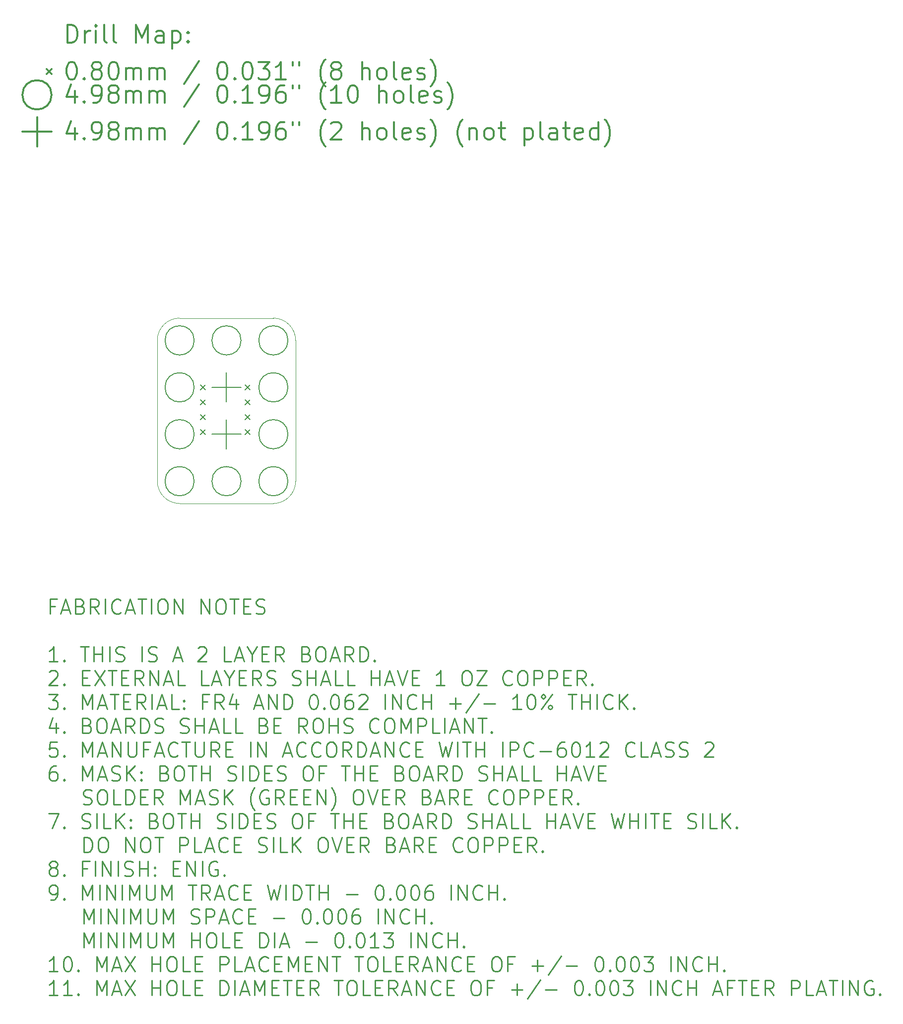
<source format=gbr>
G04 This is an RS-274x file exported by *
G04 gerbv version 2.6.0 *
G04 More information is available about gerbv at *
G04 http://gerbv.gpleda.org/ *
G04 --End of header info--*
%MOIN*%
%FSLAX34Y34*%
%IPPOS*%
G04 --Define apertures--*
%ADD10C,0.0050*%
%ADD11C,0.0079*%
%ADD12C,0.0118*%
%ADD13C,0.0138*%
%ADD14C,0.0020*%
%ADD15C,0.0100*%
G04 --Start main section--*
G54D11*
G01X0010018Y-024813D02*
G01X0010333Y-025128D01*
G01X0010333Y-024813D02*
G01X0010018Y-025128D01*
G01X0010018Y-025813D02*
G01X0010333Y-026128D01*
G01X0010333Y-025813D02*
G01X0010018Y-026128D01*
G01X0010018Y-026813D02*
G01X0010333Y-027128D01*
G01X0010333Y-026813D02*
G01X0010018Y-027128D01*
G01X0010018Y-027813D02*
G01X0010333Y-028128D01*
G01X0010333Y-027813D02*
G01X0010018Y-028128D01*
G01X0013018Y-024813D02*
G01X0013333Y-025128D01*
G01X0013333Y-024813D02*
G01X0013018Y-025128D01*
G01X0013018Y-025813D02*
G01X0013333Y-026128D01*
G01X0013333Y-025813D02*
G01X0013018Y-026128D01*
G01X0013018Y-026813D02*
G01X0013333Y-027128D01*
G01X0013333Y-026813D02*
G01X0013018Y-027128D01*
G01X0013018Y-027813D02*
G01X0013333Y-028128D01*
G01X0013333Y-027813D02*
G01X0013018Y-028128D01*
G01X0009581Y-021821D02*
G75*
G03X0009581Y-021821I-000980J0000000D01*
G01X0009581Y-024971D02*
G75*
G03X0009581Y-024971I-000980J0000000D01*
G01X0009581Y-028120D02*
G75*
G03X0009581Y-028120I-000980J0000000D01*
G01X0009581Y-031270D02*
G75*
G03X0009581Y-031270I-000980J0000000D01*
G01X0012731Y-021821D02*
G75*
G03X0012731Y-021821I-000980J0000000D01*
G01X0012731Y-031270D02*
G75*
G03X0012731Y-031270I-000980J0000000D01*
G01X0015880Y-021821D02*
G75*
G03X0015880Y-021821I-000980J0000000D01*
G01X0015880Y-024971D02*
G75*
G03X0015880Y-024971I-000980J0000000D01*
G01X0015880Y-028120D02*
G75*
G03X0015880Y-028120I-000980J0000000D01*
G01X0015880Y-031270D02*
G75*
G03X0015880Y-031270I-000980J0000000D01*
G01X0011750Y-023990D02*
G01X0011750Y-025951D01*
G01X0010770Y-024971D02*
G01X0012731Y-024971D01*
G01X0011750Y-027140D02*
G01X0011750Y-029101D01*
G01X0010770Y-028120D02*
G01X0012731Y-028120D01*
G54D12*
G01X0001069Y-001834D02*
G01X0001069Y-000652D01*
G01X0001069Y-000652D02*
G01X0001350Y-000652D01*
G01X0001350Y-000652D02*
G01X0001519Y-000709D01*
G01X0001519Y-000709D02*
G01X0001631Y-000821D01*
G01X0001631Y-000821D02*
G01X0001687Y-000934D01*
G01X0001687Y-000934D02*
G01X0001744Y-001159D01*
G01X0001744Y-001159D02*
G01X0001744Y-001327D01*
G01X0001744Y-001327D02*
G01X0001687Y-001552D01*
G01X0001687Y-001552D02*
G01X0001631Y-001665D01*
G01X0001631Y-001665D02*
G01X0001519Y-001777D01*
G01X0001519Y-001777D02*
G01X0001350Y-001834D01*
G01X0001350Y-001834D02*
G01X0001069Y-001834D01*
G01X0002250Y-001834D02*
G01X0002250Y-001046D01*
G01X0002250Y-001271D02*
G01X0002306Y-001159D01*
G01X0002306Y-001159D02*
G01X0002362Y-001102D01*
G01X0002362Y-001102D02*
G01X0002475Y-001046D01*
G01X0002475Y-001046D02*
G01X0002587Y-001046D01*
G01X0002981Y-001834D02*
G01X0002981Y-001046D01*
G01X0002981Y-000652D02*
G01X0002925Y-000709D01*
G01X0002925Y-000709D02*
G01X0002981Y-000765D01*
G01X0002981Y-000765D02*
G01X0003037Y-000709D01*
G01X0003037Y-000709D02*
G01X0002981Y-000652D01*
G01X0002981Y-000652D02*
G01X0002981Y-000765D01*
G01X0003712Y-001834D02*
G01X0003600Y-001777D01*
G01X0003600Y-001777D02*
G01X0003543Y-001665D01*
G01X0003543Y-001665D02*
G01X0003543Y-000652D01*
G01X0004331Y-001834D02*
G01X0004218Y-001777D01*
G01X0004218Y-001777D02*
G01X0004162Y-001665D01*
G01X0004162Y-001665D02*
G01X0004162Y-000652D01*
G01X0005681Y-001834D02*
G01X0005681Y-000652D01*
G01X0005681Y-000652D02*
G01X0006074Y-001496D01*
G01X0006074Y-001496D02*
G01X0006468Y-000652D01*
G01X0006468Y-000652D02*
G01X0006468Y-001834D01*
G01X0007537Y-001834D02*
G01X0007537Y-001215D01*
G01X0007537Y-001215D02*
G01X0007480Y-001102D01*
G01X0007480Y-001102D02*
G01X0007368Y-001046D01*
G01X0007368Y-001046D02*
G01X0007143Y-001046D01*
G01X0007143Y-001046D02*
G01X0007030Y-001102D01*
G01X0007537Y-001777D02*
G01X0007424Y-001834D01*
G01X0007424Y-001834D02*
G01X0007143Y-001834D01*
G01X0007143Y-001834D02*
G01X0007030Y-001777D01*
G01X0007030Y-001777D02*
G01X0006974Y-001665D01*
G01X0006974Y-001665D02*
G01X0006974Y-001552D01*
G01X0006974Y-001552D02*
G01X0007030Y-001440D01*
G01X0007030Y-001440D02*
G01X0007143Y-001384D01*
G01X0007143Y-001384D02*
G01X0007424Y-001384D01*
G01X0007424Y-001384D02*
G01X0007537Y-001327D01*
G01X0008099Y-001046D02*
G01X0008099Y-002227D01*
G01X0008099Y-001102D02*
G01X0008211Y-001046D01*
G01X0008211Y-001046D02*
G01X0008436Y-001046D01*
G01X0008436Y-001046D02*
G01X0008549Y-001102D01*
G01X0008549Y-001102D02*
G01X0008605Y-001159D01*
G01X0008605Y-001159D02*
G01X0008661Y-001271D01*
G01X0008661Y-001271D02*
G01X0008661Y-001609D01*
G01X0008661Y-001609D02*
G01X0008605Y-001721D01*
G01X0008605Y-001721D02*
G01X0008549Y-001777D01*
G01X0008549Y-001777D02*
G01X0008436Y-001834D01*
G01X0008436Y-001834D02*
G01X0008211Y-001834D01*
G01X0008211Y-001834D02*
G01X0008099Y-001777D01*
G01X0009168Y-001721D02*
G01X0009224Y-001777D01*
G01X0009224Y-001777D02*
G01X0009168Y-001834D01*
G01X0009168Y-001834D02*
G01X0009111Y-001777D01*
G01X0009111Y-001777D02*
G01X0009168Y-001721D01*
G01X0009168Y-001721D02*
G01X0009168Y-001834D01*
G01X0009168Y-001102D02*
G01X0009224Y-001159D01*
G01X0009224Y-001159D02*
G01X0009168Y-001215D01*
G01X0009168Y-001215D02*
G01X0009111Y-001159D01*
G01X0009111Y-001159D02*
G01X0009168Y-001102D01*
G01X0009168Y-001102D02*
G01X0009168Y-001215D01*
G01X-000315Y-003622D02*
G01X0000000Y-003937D01*
G01X0000000Y-003622D02*
G01X-000315Y-003937D01*
G01X0001294Y-003133D02*
G01X0001406Y-003133D01*
G01X0001406Y-003133D02*
G01X0001519Y-003189D01*
G01X0001519Y-003189D02*
G01X0001575Y-003245D01*
G01X0001575Y-003245D02*
G01X0001631Y-003358D01*
G01X0001631Y-003358D02*
G01X0001687Y-003583D01*
G01X0001687Y-003583D02*
G01X0001687Y-003864D01*
G01X0001687Y-003864D02*
G01X0001631Y-004089D01*
G01X0001631Y-004089D02*
G01X0001575Y-004201D01*
G01X0001575Y-004201D02*
G01X0001519Y-004258D01*
G01X0001519Y-004258D02*
G01X0001406Y-004314D01*
G01X0001406Y-004314D02*
G01X0001294Y-004314D01*
G01X0001294Y-004314D02*
G01X0001181Y-004258D01*
G01X0001181Y-004258D02*
G01X0001125Y-004201D01*
G01X0001125Y-004201D02*
G01X0001069Y-004089D01*
G01X0001069Y-004089D02*
G01X0001012Y-003864D01*
G01X0001012Y-003864D02*
G01X0001012Y-003583D01*
G01X0001012Y-003583D02*
G01X0001069Y-003358D01*
G01X0001069Y-003358D02*
G01X0001125Y-003245D01*
G01X0001125Y-003245D02*
G01X0001181Y-003189D01*
G01X0001181Y-003189D02*
G01X0001294Y-003133D01*
G01X0002193Y-004201D02*
G01X0002250Y-004258D01*
G01X0002250Y-004258D02*
G01X0002193Y-004314D01*
G01X0002193Y-004314D02*
G01X0002137Y-004258D01*
G01X0002137Y-004258D02*
G01X0002193Y-004201D01*
G01X0002193Y-004201D02*
G01X0002193Y-004314D01*
G01X0002925Y-003639D02*
G01X0002812Y-003583D01*
G01X0002812Y-003583D02*
G01X0002756Y-003526D01*
G01X0002756Y-003526D02*
G01X0002700Y-003414D01*
G01X0002700Y-003414D02*
G01X0002700Y-003358D01*
G01X0002700Y-003358D02*
G01X0002756Y-003245D01*
G01X0002756Y-003245D02*
G01X0002812Y-003189D01*
G01X0002812Y-003189D02*
G01X0002925Y-003133D01*
G01X0002925Y-003133D02*
G01X0003150Y-003133D01*
G01X0003150Y-003133D02*
G01X0003262Y-003189D01*
G01X0003262Y-003189D02*
G01X0003318Y-003245D01*
G01X0003318Y-003245D02*
G01X0003375Y-003358D01*
G01X0003375Y-003358D02*
G01X0003375Y-003414D01*
G01X0003375Y-003414D02*
G01X0003318Y-003526D01*
G01X0003318Y-003526D02*
G01X0003262Y-003583D01*
G01X0003262Y-003583D02*
G01X0003150Y-003639D01*
G01X0003150Y-003639D02*
G01X0002925Y-003639D01*
G01X0002925Y-003639D02*
G01X0002812Y-003695D01*
G01X0002812Y-003695D02*
G01X0002756Y-003751D01*
G01X0002756Y-003751D02*
G01X0002700Y-003864D01*
G01X0002700Y-003864D02*
G01X0002700Y-004089D01*
G01X0002700Y-004089D02*
G01X0002756Y-004201D01*
G01X0002756Y-004201D02*
G01X0002812Y-004258D01*
G01X0002812Y-004258D02*
G01X0002925Y-004314D01*
G01X0002925Y-004314D02*
G01X0003150Y-004314D01*
G01X0003150Y-004314D02*
G01X0003262Y-004258D01*
G01X0003262Y-004258D02*
G01X0003318Y-004201D01*
G01X0003318Y-004201D02*
G01X0003375Y-004089D01*
G01X0003375Y-004089D02*
G01X0003375Y-003864D01*
G01X0003375Y-003864D02*
G01X0003318Y-003751D01*
G01X0003318Y-003751D02*
G01X0003262Y-003695D01*
G01X0003262Y-003695D02*
G01X0003150Y-003639D01*
G01X0004106Y-003133D02*
G01X0004218Y-003133D01*
G01X0004218Y-003133D02*
G01X0004331Y-003189D01*
G01X0004331Y-003189D02*
G01X0004387Y-003245D01*
G01X0004387Y-003245D02*
G01X0004443Y-003358D01*
G01X0004443Y-003358D02*
G01X0004499Y-003583D01*
G01X0004499Y-003583D02*
G01X0004499Y-003864D01*
G01X0004499Y-003864D02*
G01X0004443Y-004089D01*
G01X0004443Y-004089D02*
G01X0004387Y-004201D01*
G01X0004387Y-004201D02*
G01X0004331Y-004258D01*
G01X0004331Y-004258D02*
G01X0004218Y-004314D01*
G01X0004218Y-004314D02*
G01X0004106Y-004314D01*
G01X0004106Y-004314D02*
G01X0003993Y-004258D01*
G01X0003993Y-004258D02*
G01X0003937Y-004201D01*
G01X0003937Y-004201D02*
G01X0003881Y-004089D01*
G01X0003881Y-004089D02*
G01X0003825Y-003864D01*
G01X0003825Y-003864D02*
G01X0003825Y-003583D01*
G01X0003825Y-003583D02*
G01X0003881Y-003358D01*
G01X0003881Y-003358D02*
G01X0003937Y-003245D01*
G01X0003937Y-003245D02*
G01X0003993Y-003189D01*
G01X0003993Y-003189D02*
G01X0004106Y-003133D01*
G01X0005006Y-004314D02*
G01X0005006Y-003526D01*
G01X0005006Y-003639D02*
G01X0005062Y-003583D01*
G01X0005062Y-003583D02*
G01X0005174Y-003526D01*
G01X0005174Y-003526D02*
G01X0005343Y-003526D01*
G01X0005343Y-003526D02*
G01X0005456Y-003583D01*
G01X0005456Y-003583D02*
G01X0005512Y-003695D01*
G01X0005512Y-003695D02*
G01X0005512Y-004314D01*
G01X0005512Y-003695D02*
G01X0005568Y-003583D01*
G01X0005568Y-003583D02*
G01X0005681Y-003526D01*
G01X0005681Y-003526D02*
G01X0005849Y-003526D01*
G01X0005849Y-003526D02*
G01X0005962Y-003583D01*
G01X0005962Y-003583D02*
G01X0006018Y-003695D01*
G01X0006018Y-003695D02*
G01X0006018Y-004314D01*
G01X0006580Y-004314D02*
G01X0006580Y-003526D01*
G01X0006580Y-003639D02*
G01X0006637Y-003583D01*
G01X0006637Y-003583D02*
G01X0006749Y-003526D01*
G01X0006749Y-003526D02*
G01X0006918Y-003526D01*
G01X0006918Y-003526D02*
G01X0007030Y-003583D01*
G01X0007030Y-003583D02*
G01X0007087Y-003695D01*
G01X0007087Y-003695D02*
G01X0007087Y-004314D01*
G01X0007087Y-003695D02*
G01X0007143Y-003583D01*
G01X0007143Y-003583D02*
G01X0007255Y-003526D01*
G01X0007255Y-003526D02*
G01X0007424Y-003526D01*
G01X0007424Y-003526D02*
G01X0007537Y-003583D01*
G01X0007537Y-003583D02*
G01X0007593Y-003695D01*
G01X0007593Y-003695D02*
G01X0007593Y-004314D01*
G01X0009899Y-003076D02*
G01X0008886Y-004595D01*
G01X0011417Y-003133D02*
G01X0011530Y-003133D01*
G01X0011530Y-003133D02*
G01X0011642Y-003189D01*
G01X0011642Y-003189D02*
G01X0011699Y-003245D01*
G01X0011699Y-003245D02*
G01X0011755Y-003358D01*
G01X0011755Y-003358D02*
G01X0011811Y-003583D01*
G01X0011811Y-003583D02*
G01X0011811Y-003864D01*
G01X0011811Y-003864D02*
G01X0011755Y-004089D01*
G01X0011755Y-004089D02*
G01X0011699Y-004201D01*
G01X0011699Y-004201D02*
G01X0011642Y-004258D01*
G01X0011642Y-004258D02*
G01X0011530Y-004314D01*
G01X0011530Y-004314D02*
G01X0011417Y-004314D01*
G01X0011417Y-004314D02*
G01X0011305Y-004258D01*
G01X0011305Y-004258D02*
G01X0011249Y-004201D01*
G01X0011249Y-004201D02*
G01X0011192Y-004089D01*
G01X0011192Y-004089D02*
G01X0011136Y-003864D01*
G01X0011136Y-003864D02*
G01X0011136Y-003583D01*
G01X0011136Y-003583D02*
G01X0011192Y-003358D01*
G01X0011192Y-003358D02*
G01X0011249Y-003245D01*
G01X0011249Y-003245D02*
G01X0011305Y-003189D01*
G01X0011305Y-003189D02*
G01X0011417Y-003133D01*
G01X0012317Y-004201D02*
G01X0012373Y-004258D01*
G01X0012373Y-004258D02*
G01X0012317Y-004314D01*
G01X0012317Y-004314D02*
G01X0012261Y-004258D01*
G01X0012261Y-004258D02*
G01X0012317Y-004201D01*
G01X0012317Y-004201D02*
G01X0012317Y-004314D01*
G01X0013105Y-003133D02*
G01X0013217Y-003133D01*
G01X0013217Y-003133D02*
G01X0013330Y-003189D01*
G01X0013330Y-003189D02*
G01X0013386Y-003245D01*
G01X0013386Y-003245D02*
G01X0013442Y-003358D01*
G01X0013442Y-003358D02*
G01X0013498Y-003583D01*
G01X0013498Y-003583D02*
G01X0013498Y-003864D01*
G01X0013498Y-003864D02*
G01X0013442Y-004089D01*
G01X0013442Y-004089D02*
G01X0013386Y-004201D01*
G01X0013386Y-004201D02*
G01X0013330Y-004258D01*
G01X0013330Y-004258D02*
G01X0013217Y-004314D01*
G01X0013217Y-004314D02*
G01X0013105Y-004314D01*
G01X0013105Y-004314D02*
G01X0012992Y-004258D01*
G01X0012992Y-004258D02*
G01X0012936Y-004201D01*
G01X0012936Y-004201D02*
G01X0012880Y-004089D01*
G01X0012880Y-004089D02*
G01X0012823Y-003864D01*
G01X0012823Y-003864D02*
G01X0012823Y-003583D01*
G01X0012823Y-003583D02*
G01X0012880Y-003358D01*
G01X0012880Y-003358D02*
G01X0012936Y-003245D01*
G01X0012936Y-003245D02*
G01X0012992Y-003189D01*
G01X0012992Y-003189D02*
G01X0013105Y-003133D01*
G01X0013892Y-003133D02*
G01X0014623Y-003133D01*
G01X0014623Y-003133D02*
G01X0014229Y-003583D01*
G01X0014229Y-003583D02*
G01X0014398Y-003583D01*
G01X0014398Y-003583D02*
G01X0014511Y-003639D01*
G01X0014511Y-003639D02*
G01X0014567Y-003695D01*
G01X0014567Y-003695D02*
G01X0014623Y-003808D01*
G01X0014623Y-003808D02*
G01X0014623Y-004089D01*
G01X0014623Y-004089D02*
G01X0014567Y-004201D01*
G01X0014567Y-004201D02*
G01X0014511Y-004258D01*
G01X0014511Y-004258D02*
G01X0014398Y-004314D01*
G01X0014398Y-004314D02*
G01X0014061Y-004314D01*
G01X0014061Y-004314D02*
G01X0013948Y-004258D01*
G01X0013948Y-004258D02*
G01X0013892Y-004201D01*
G01X0015748Y-004314D02*
G01X0015073Y-004314D01*
G01X0015411Y-004314D02*
G01X0015411Y-003133D01*
G01X0015411Y-003133D02*
G01X0015298Y-003301D01*
G01X0015298Y-003301D02*
G01X0015186Y-003414D01*
G01X0015186Y-003414D02*
G01X0015073Y-003470D01*
G01X0016198Y-003133D02*
G01X0016198Y-003358D01*
G01X0016648Y-003133D02*
G01X0016648Y-003358D01*
G01X0018391Y-004764D02*
G01X0018335Y-004708D01*
G01X0018335Y-004708D02*
G01X0018223Y-004539D01*
G01X0018223Y-004539D02*
G01X0018166Y-004426D01*
G01X0018166Y-004426D02*
G01X0018110Y-004258D01*
G01X0018110Y-004258D02*
G01X0018054Y-003976D01*
G01X0018054Y-003976D02*
G01X0018054Y-003751D01*
G01X0018054Y-003751D02*
G01X0018110Y-003470D01*
G01X0018110Y-003470D02*
G01X0018166Y-003301D01*
G01X0018166Y-003301D02*
G01X0018223Y-003189D01*
G01X0018223Y-003189D02*
G01X0018335Y-003020D01*
G01X0018335Y-003020D02*
G01X0018391Y-002964D01*
G01X0019010Y-003639D02*
G01X0018898Y-003583D01*
G01X0018898Y-003583D02*
G01X0018841Y-003526D01*
G01X0018841Y-003526D02*
G01X0018785Y-003414D01*
G01X0018785Y-003414D02*
G01X0018785Y-003358D01*
G01X0018785Y-003358D02*
G01X0018841Y-003245D01*
G01X0018841Y-003245D02*
G01X0018898Y-003189D01*
G01X0018898Y-003189D02*
G01X0019010Y-003133D01*
G01X0019010Y-003133D02*
G01X0019235Y-003133D01*
G01X0019235Y-003133D02*
G01X0019348Y-003189D01*
G01X0019348Y-003189D02*
G01X0019404Y-003245D01*
G01X0019404Y-003245D02*
G01X0019460Y-003358D01*
G01X0019460Y-003358D02*
G01X0019460Y-003414D01*
G01X0019460Y-003414D02*
G01X0019404Y-003526D01*
G01X0019404Y-003526D02*
G01X0019348Y-003583D01*
G01X0019348Y-003583D02*
G01X0019235Y-003639D01*
G01X0019235Y-003639D02*
G01X0019010Y-003639D01*
G01X0019010Y-003639D02*
G01X0018898Y-003695D01*
G01X0018898Y-003695D02*
G01X0018841Y-003751D01*
G01X0018841Y-003751D02*
G01X0018785Y-003864D01*
G01X0018785Y-003864D02*
G01X0018785Y-004089D01*
G01X0018785Y-004089D02*
G01X0018841Y-004201D01*
G01X0018841Y-004201D02*
G01X0018898Y-004258D01*
G01X0018898Y-004258D02*
G01X0019010Y-004314D01*
G01X0019010Y-004314D02*
G01X0019235Y-004314D01*
G01X0019235Y-004314D02*
G01X0019348Y-004258D01*
G01X0019348Y-004258D02*
G01X0019404Y-004201D01*
G01X0019404Y-004201D02*
G01X0019460Y-004089D01*
G01X0019460Y-004089D02*
G01X0019460Y-003864D01*
G01X0019460Y-003864D02*
G01X0019404Y-003751D01*
G01X0019404Y-003751D02*
G01X0019348Y-003695D01*
G01X0019348Y-003695D02*
G01X0019235Y-003639D01*
G01X0020866Y-004314D02*
G01X0020866Y-003133D01*
G01X0021372Y-004314D02*
G01X0021372Y-003695D01*
G01X0021372Y-003695D02*
G01X0021316Y-003583D01*
G01X0021316Y-003583D02*
G01X0021204Y-003526D01*
G01X0021204Y-003526D02*
G01X0021035Y-003526D01*
G01X0021035Y-003526D02*
G01X0020922Y-003583D01*
G01X0020922Y-003583D02*
G01X0020866Y-003639D01*
G01X0022103Y-004314D02*
G01X0021991Y-004258D01*
G01X0021991Y-004258D02*
G01X0021935Y-004201D01*
G01X0021935Y-004201D02*
G01X0021879Y-004089D01*
G01X0021879Y-004089D02*
G01X0021879Y-003751D01*
G01X0021879Y-003751D02*
G01X0021935Y-003639D01*
G01X0021935Y-003639D02*
G01X0021991Y-003583D01*
G01X0021991Y-003583D02*
G01X0022103Y-003526D01*
G01X0022103Y-003526D02*
G01X0022272Y-003526D01*
G01X0022272Y-003526D02*
G01X0022385Y-003583D01*
G01X0022385Y-003583D02*
G01X0022441Y-003639D01*
G01X0022441Y-003639D02*
G01X0022497Y-003751D01*
G01X0022497Y-003751D02*
G01X0022497Y-004089D01*
G01X0022497Y-004089D02*
G01X0022441Y-004201D01*
G01X0022441Y-004201D02*
G01X0022385Y-004258D01*
G01X0022385Y-004258D02*
G01X0022272Y-004314D01*
G01X0022272Y-004314D02*
G01X0022103Y-004314D01*
G01X0023172Y-004314D02*
G01X0023060Y-004258D01*
G01X0023060Y-004258D02*
G01X0023003Y-004145D01*
G01X0023003Y-004145D02*
G01X0023003Y-003133D01*
G01X0024072Y-004258D02*
G01X0023960Y-004314D01*
G01X0023960Y-004314D02*
G01X0023735Y-004314D01*
G01X0023735Y-004314D02*
G01X0023622Y-004258D01*
G01X0023622Y-004258D02*
G01X0023566Y-004145D01*
G01X0023566Y-004145D02*
G01X0023566Y-003695D01*
G01X0023566Y-003695D02*
G01X0023622Y-003583D01*
G01X0023622Y-003583D02*
G01X0023735Y-003526D01*
G01X0023735Y-003526D02*
G01X0023960Y-003526D01*
G01X0023960Y-003526D02*
G01X0024072Y-003583D01*
G01X0024072Y-003583D02*
G01X0024128Y-003695D01*
G01X0024128Y-003695D02*
G01X0024128Y-003808D01*
G01X0024128Y-003808D02*
G01X0023566Y-003920D01*
G01X0024578Y-004258D02*
G01X0024691Y-004314D01*
G01X0024691Y-004314D02*
G01X0024916Y-004314D01*
G01X0024916Y-004314D02*
G01X0025028Y-004258D01*
G01X0025028Y-004258D02*
G01X0025084Y-004145D01*
G01X0025084Y-004145D02*
G01X0025084Y-004089D01*
G01X0025084Y-004089D02*
G01X0025028Y-003976D01*
G01X0025028Y-003976D02*
G01X0024916Y-003920D01*
G01X0024916Y-003920D02*
G01X0024747Y-003920D01*
G01X0024747Y-003920D02*
G01X0024634Y-003864D01*
G01X0024634Y-003864D02*
G01X0024578Y-003751D01*
G01X0024578Y-003751D02*
G01X0024578Y-003695D01*
G01X0024578Y-003695D02*
G01X0024634Y-003583D01*
G01X0024634Y-003583D02*
G01X0024747Y-003526D01*
G01X0024747Y-003526D02*
G01X0024916Y-003526D01*
G01X0024916Y-003526D02*
G01X0025028Y-003583D01*
G01X0025478Y-004764D02*
G01X0025534Y-004708D01*
G01X0025534Y-004708D02*
G01X0025647Y-004539D01*
G01X0025647Y-004539D02*
G01X0025703Y-004426D01*
G01X0025703Y-004426D02*
G01X0025759Y-004258D01*
G01X0025759Y-004258D02*
G01X0025816Y-003976D01*
G01X0025816Y-003976D02*
G01X0025816Y-003751D01*
G01X0025816Y-003751D02*
G01X0025759Y-003470D01*
G01X0025759Y-003470D02*
G01X0025703Y-003301D01*
G01X0025703Y-003301D02*
G01X0025647Y-003189D01*
G01X0025647Y-003189D02*
G01X0025534Y-003020D01*
G01X0025534Y-003020D02*
G01X0025478Y-002964D01*
G01X0000000Y-005339D02*
G75*
G03X0000000Y-005339I-000980J0000000D01*
G01X0001575Y-005085D02*
G01X0001575Y-005873D01*
G01X0001294Y-004636D02*
G01X0001012Y-005479D01*
G01X0001012Y-005479D02*
G01X0001744Y-005479D01*
G01X0002193Y-005760D02*
G01X0002250Y-005817D01*
G01X0002250Y-005817D02*
G01X0002193Y-005873D01*
G01X0002193Y-005873D02*
G01X0002137Y-005817D01*
G01X0002137Y-005817D02*
G01X0002193Y-005760D01*
G01X0002193Y-005760D02*
G01X0002193Y-005873D01*
G01X0002812Y-005873D02*
G01X0003037Y-005873D01*
G01X0003037Y-005873D02*
G01X0003150Y-005817D01*
G01X0003150Y-005817D02*
G01X0003206Y-005760D01*
G01X0003206Y-005760D02*
G01X0003318Y-005592D01*
G01X0003318Y-005592D02*
G01X0003375Y-005367D01*
G01X0003375Y-005367D02*
G01X0003375Y-004917D01*
G01X0003375Y-004917D02*
G01X0003318Y-004804D01*
G01X0003318Y-004804D02*
G01X0003262Y-004748D01*
G01X0003262Y-004748D02*
G01X0003150Y-004692D01*
G01X0003150Y-004692D02*
G01X0002925Y-004692D01*
G01X0002925Y-004692D02*
G01X0002812Y-004748D01*
G01X0002812Y-004748D02*
G01X0002756Y-004804D01*
G01X0002756Y-004804D02*
G01X0002700Y-004917D01*
G01X0002700Y-004917D02*
G01X0002700Y-005198D01*
G01X0002700Y-005198D02*
G01X0002756Y-005310D01*
G01X0002756Y-005310D02*
G01X0002812Y-005367D01*
G01X0002812Y-005367D02*
G01X0002925Y-005423D01*
G01X0002925Y-005423D02*
G01X0003150Y-005423D01*
G01X0003150Y-005423D02*
G01X0003262Y-005367D01*
G01X0003262Y-005367D02*
G01X0003318Y-005310D01*
G01X0003318Y-005310D02*
G01X0003375Y-005198D01*
G01X0004049Y-005198D02*
G01X0003937Y-005142D01*
G01X0003937Y-005142D02*
G01X0003881Y-005085D01*
G01X0003881Y-005085D02*
G01X0003825Y-004973D01*
G01X0003825Y-004973D02*
G01X0003825Y-004917D01*
G01X0003825Y-004917D02*
G01X0003881Y-004804D01*
G01X0003881Y-004804D02*
G01X0003937Y-004748D01*
G01X0003937Y-004748D02*
G01X0004049Y-004692D01*
G01X0004049Y-004692D02*
G01X0004274Y-004692D01*
G01X0004274Y-004692D02*
G01X0004387Y-004748D01*
G01X0004387Y-004748D02*
G01X0004443Y-004804D01*
G01X0004443Y-004804D02*
G01X0004499Y-004917D01*
G01X0004499Y-004917D02*
G01X0004499Y-004973D01*
G01X0004499Y-004973D02*
G01X0004443Y-005085D01*
G01X0004443Y-005085D02*
G01X0004387Y-005142D01*
G01X0004387Y-005142D02*
G01X0004274Y-005198D01*
G01X0004274Y-005198D02*
G01X0004049Y-005198D01*
G01X0004049Y-005198D02*
G01X0003937Y-005254D01*
G01X0003937Y-005254D02*
G01X0003881Y-005310D01*
G01X0003881Y-005310D02*
G01X0003825Y-005423D01*
G01X0003825Y-005423D02*
G01X0003825Y-005648D01*
G01X0003825Y-005648D02*
G01X0003881Y-005760D01*
G01X0003881Y-005760D02*
G01X0003937Y-005817D01*
G01X0003937Y-005817D02*
G01X0004049Y-005873D01*
G01X0004049Y-005873D02*
G01X0004274Y-005873D01*
G01X0004274Y-005873D02*
G01X0004387Y-005817D01*
G01X0004387Y-005817D02*
G01X0004443Y-005760D01*
G01X0004443Y-005760D02*
G01X0004499Y-005648D01*
G01X0004499Y-005648D02*
G01X0004499Y-005423D01*
G01X0004499Y-005423D02*
G01X0004443Y-005310D01*
G01X0004443Y-005310D02*
G01X0004387Y-005254D01*
G01X0004387Y-005254D02*
G01X0004274Y-005198D01*
G01X0005006Y-005873D02*
G01X0005006Y-005085D01*
G01X0005006Y-005198D02*
G01X0005062Y-005142D01*
G01X0005062Y-005142D02*
G01X0005174Y-005085D01*
G01X0005174Y-005085D02*
G01X0005343Y-005085D01*
G01X0005343Y-005085D02*
G01X0005456Y-005142D01*
G01X0005456Y-005142D02*
G01X0005512Y-005254D01*
G01X0005512Y-005254D02*
G01X0005512Y-005873D01*
G01X0005512Y-005254D02*
G01X0005568Y-005142D01*
G01X0005568Y-005142D02*
G01X0005681Y-005085D01*
G01X0005681Y-005085D02*
G01X0005849Y-005085D01*
G01X0005849Y-005085D02*
G01X0005962Y-005142D01*
G01X0005962Y-005142D02*
G01X0006018Y-005254D01*
G01X0006018Y-005254D02*
G01X0006018Y-005873D01*
G01X0006580Y-005873D02*
G01X0006580Y-005085D01*
G01X0006580Y-005198D02*
G01X0006637Y-005142D01*
G01X0006637Y-005142D02*
G01X0006749Y-005085D01*
G01X0006749Y-005085D02*
G01X0006918Y-005085D01*
G01X0006918Y-005085D02*
G01X0007030Y-005142D01*
G01X0007030Y-005142D02*
G01X0007087Y-005254D01*
G01X0007087Y-005254D02*
G01X0007087Y-005873D01*
G01X0007087Y-005254D02*
G01X0007143Y-005142D01*
G01X0007143Y-005142D02*
G01X0007255Y-005085D01*
G01X0007255Y-005085D02*
G01X0007424Y-005085D01*
G01X0007424Y-005085D02*
G01X0007537Y-005142D01*
G01X0007537Y-005142D02*
G01X0007593Y-005254D01*
G01X0007593Y-005254D02*
G01X0007593Y-005873D01*
G01X0009899Y-004636D02*
G01X0008886Y-006154D01*
G01X0011417Y-004692D02*
G01X0011530Y-004692D01*
G01X0011530Y-004692D02*
G01X0011642Y-004748D01*
G01X0011642Y-004748D02*
G01X0011699Y-004804D01*
G01X0011699Y-004804D02*
G01X0011755Y-004917D01*
G01X0011755Y-004917D02*
G01X0011811Y-005142D01*
G01X0011811Y-005142D02*
G01X0011811Y-005423D01*
G01X0011811Y-005423D02*
G01X0011755Y-005648D01*
G01X0011755Y-005648D02*
G01X0011699Y-005760D01*
G01X0011699Y-005760D02*
G01X0011642Y-005817D01*
G01X0011642Y-005817D02*
G01X0011530Y-005873D01*
G01X0011530Y-005873D02*
G01X0011417Y-005873D01*
G01X0011417Y-005873D02*
G01X0011305Y-005817D01*
G01X0011305Y-005817D02*
G01X0011249Y-005760D01*
G01X0011249Y-005760D02*
G01X0011192Y-005648D01*
G01X0011192Y-005648D02*
G01X0011136Y-005423D01*
G01X0011136Y-005423D02*
G01X0011136Y-005142D01*
G01X0011136Y-005142D02*
G01X0011192Y-004917D01*
G01X0011192Y-004917D02*
G01X0011249Y-004804D01*
G01X0011249Y-004804D02*
G01X0011305Y-004748D01*
G01X0011305Y-004748D02*
G01X0011417Y-004692D01*
G01X0012317Y-005760D02*
G01X0012373Y-005817D01*
G01X0012373Y-005817D02*
G01X0012317Y-005873D01*
G01X0012317Y-005873D02*
G01X0012261Y-005817D01*
G01X0012261Y-005817D02*
G01X0012317Y-005760D01*
G01X0012317Y-005760D02*
G01X0012317Y-005873D01*
G01X0013498Y-005873D02*
G01X0012823Y-005873D01*
G01X0013161Y-005873D02*
G01X0013161Y-004692D01*
G01X0013161Y-004692D02*
G01X0013048Y-004861D01*
G01X0013048Y-004861D02*
G01X0012936Y-004973D01*
G01X0012936Y-004973D02*
G01X0012823Y-005029D01*
G01X0014061Y-005873D02*
G01X0014286Y-005873D01*
G01X0014286Y-005873D02*
G01X0014398Y-005817D01*
G01X0014398Y-005817D02*
G01X0014454Y-005760D01*
G01X0014454Y-005760D02*
G01X0014567Y-005592D01*
G01X0014567Y-005592D02*
G01X0014623Y-005367D01*
G01X0014623Y-005367D02*
G01X0014623Y-004917D01*
G01X0014623Y-004917D02*
G01X0014567Y-004804D01*
G01X0014567Y-004804D02*
G01X0014511Y-004748D01*
G01X0014511Y-004748D02*
G01X0014398Y-004692D01*
G01X0014398Y-004692D02*
G01X0014173Y-004692D01*
G01X0014173Y-004692D02*
G01X0014061Y-004748D01*
G01X0014061Y-004748D02*
G01X0014005Y-004804D01*
G01X0014005Y-004804D02*
G01X0013948Y-004917D01*
G01X0013948Y-004917D02*
G01X0013948Y-005198D01*
G01X0013948Y-005198D02*
G01X0014005Y-005310D01*
G01X0014005Y-005310D02*
G01X0014061Y-005367D01*
G01X0014061Y-005367D02*
G01X0014173Y-005423D01*
G01X0014173Y-005423D02*
G01X0014398Y-005423D01*
G01X0014398Y-005423D02*
G01X0014511Y-005367D01*
G01X0014511Y-005367D02*
G01X0014567Y-005310D01*
G01X0014567Y-005310D02*
G01X0014623Y-005198D01*
G01X0015636Y-004692D02*
G01X0015411Y-004692D01*
G01X0015411Y-004692D02*
G01X0015298Y-004748D01*
G01X0015298Y-004748D02*
G01X0015242Y-004804D01*
G01X0015242Y-004804D02*
G01X0015129Y-004973D01*
G01X0015129Y-004973D02*
G01X0015073Y-005198D01*
G01X0015073Y-005198D02*
G01X0015073Y-005648D01*
G01X0015073Y-005648D02*
G01X0015129Y-005760D01*
G01X0015129Y-005760D02*
G01X0015186Y-005817D01*
G01X0015186Y-005817D02*
G01X0015298Y-005873D01*
G01X0015298Y-005873D02*
G01X0015523Y-005873D01*
G01X0015523Y-005873D02*
G01X0015636Y-005817D01*
G01X0015636Y-005817D02*
G01X0015692Y-005760D01*
G01X0015692Y-005760D02*
G01X0015748Y-005648D01*
G01X0015748Y-005648D02*
G01X0015748Y-005367D01*
G01X0015748Y-005367D02*
G01X0015692Y-005254D01*
G01X0015692Y-005254D02*
G01X0015636Y-005198D01*
G01X0015636Y-005198D02*
G01X0015523Y-005142D01*
G01X0015523Y-005142D02*
G01X0015298Y-005142D01*
G01X0015298Y-005142D02*
G01X0015186Y-005198D01*
G01X0015186Y-005198D02*
G01X0015129Y-005254D01*
G01X0015129Y-005254D02*
G01X0015073Y-005367D01*
G01X0016198Y-004692D02*
G01X0016198Y-004917D01*
G01X0016648Y-004692D02*
G01X0016648Y-004917D01*
G01X0018391Y-006323D02*
G01X0018335Y-006267D01*
G01X0018335Y-006267D02*
G01X0018223Y-006098D01*
G01X0018223Y-006098D02*
G01X0018166Y-005985D01*
G01X0018166Y-005985D02*
G01X0018110Y-005817D01*
G01X0018110Y-005817D02*
G01X0018054Y-005535D01*
G01X0018054Y-005535D02*
G01X0018054Y-005310D01*
G01X0018054Y-005310D02*
G01X0018110Y-005029D01*
G01X0018110Y-005029D02*
G01X0018166Y-004861D01*
G01X0018166Y-004861D02*
G01X0018223Y-004748D01*
G01X0018223Y-004748D02*
G01X0018335Y-004579D01*
G01X0018335Y-004579D02*
G01X0018391Y-004523D01*
G01X0019460Y-005873D02*
G01X0018785Y-005873D01*
G01X0019123Y-005873D02*
G01X0019123Y-004692D01*
G01X0019123Y-004692D02*
G01X0019010Y-004861D01*
G01X0019010Y-004861D02*
G01X0018898Y-004973D01*
G01X0018898Y-004973D02*
G01X0018785Y-005029D01*
G01X0020191Y-004692D02*
G01X0020304Y-004692D01*
G01X0020304Y-004692D02*
G01X0020416Y-004748D01*
G01X0020416Y-004748D02*
G01X0020472Y-004804D01*
G01X0020472Y-004804D02*
G01X0020529Y-004917D01*
G01X0020529Y-004917D02*
G01X0020585Y-005142D01*
G01X0020585Y-005142D02*
G01X0020585Y-005423D01*
G01X0020585Y-005423D02*
G01X0020529Y-005648D01*
G01X0020529Y-005648D02*
G01X0020472Y-005760D01*
G01X0020472Y-005760D02*
G01X0020416Y-005817D01*
G01X0020416Y-005817D02*
G01X0020304Y-005873D01*
G01X0020304Y-005873D02*
G01X0020191Y-005873D01*
G01X0020191Y-005873D02*
G01X0020079Y-005817D01*
G01X0020079Y-005817D02*
G01X0020022Y-005760D01*
G01X0020022Y-005760D02*
G01X0019966Y-005648D01*
G01X0019966Y-005648D02*
G01X0019910Y-005423D01*
G01X0019910Y-005423D02*
G01X0019910Y-005142D01*
G01X0019910Y-005142D02*
G01X0019966Y-004917D01*
G01X0019966Y-004917D02*
G01X0020022Y-004804D01*
G01X0020022Y-004804D02*
G01X0020079Y-004748D01*
G01X0020079Y-004748D02*
G01X0020191Y-004692D01*
G01X0021991Y-005873D02*
G01X0021991Y-004692D01*
G01X0022497Y-005873D02*
G01X0022497Y-005254D01*
G01X0022497Y-005254D02*
G01X0022441Y-005142D01*
G01X0022441Y-005142D02*
G01X0022328Y-005085D01*
G01X0022328Y-005085D02*
G01X0022160Y-005085D01*
G01X0022160Y-005085D02*
G01X0022047Y-005142D01*
G01X0022047Y-005142D02*
G01X0021991Y-005198D01*
G01X0023228Y-005873D02*
G01X0023116Y-005817D01*
G01X0023116Y-005817D02*
G01X0023060Y-005760D01*
G01X0023060Y-005760D02*
G01X0023003Y-005648D01*
G01X0023003Y-005648D02*
G01X0023003Y-005310D01*
G01X0023003Y-005310D02*
G01X0023060Y-005198D01*
G01X0023060Y-005198D02*
G01X0023116Y-005142D01*
G01X0023116Y-005142D02*
G01X0023228Y-005085D01*
G01X0023228Y-005085D02*
G01X0023397Y-005085D01*
G01X0023397Y-005085D02*
G01X0023510Y-005142D01*
G01X0023510Y-005142D02*
G01X0023566Y-005198D01*
G01X0023566Y-005198D02*
G01X0023622Y-005310D01*
G01X0023622Y-005310D02*
G01X0023622Y-005648D01*
G01X0023622Y-005648D02*
G01X0023566Y-005760D01*
G01X0023566Y-005760D02*
G01X0023510Y-005817D01*
G01X0023510Y-005817D02*
G01X0023397Y-005873D01*
G01X0023397Y-005873D02*
G01X0023228Y-005873D01*
G01X0024297Y-005873D02*
G01X0024184Y-005817D01*
G01X0024184Y-005817D02*
G01X0024128Y-005704D01*
G01X0024128Y-005704D02*
G01X0024128Y-004692D01*
G01X0025197Y-005817D02*
G01X0025084Y-005873D01*
G01X0025084Y-005873D02*
G01X0024859Y-005873D01*
G01X0024859Y-005873D02*
G01X0024747Y-005817D01*
G01X0024747Y-005817D02*
G01X0024691Y-005704D01*
G01X0024691Y-005704D02*
G01X0024691Y-005254D01*
G01X0024691Y-005254D02*
G01X0024747Y-005142D01*
G01X0024747Y-005142D02*
G01X0024859Y-005085D01*
G01X0024859Y-005085D02*
G01X0025084Y-005085D01*
G01X0025084Y-005085D02*
G01X0025197Y-005142D01*
G01X0025197Y-005142D02*
G01X0025253Y-005254D01*
G01X0025253Y-005254D02*
G01X0025253Y-005367D01*
G01X0025253Y-005367D02*
G01X0024691Y-005479D01*
G01X0025703Y-005817D02*
G01X0025816Y-005873D01*
G01X0025816Y-005873D02*
G01X0026040Y-005873D01*
G01X0026040Y-005873D02*
G01X0026153Y-005817D01*
G01X0026153Y-005817D02*
G01X0026209Y-005704D01*
G01X0026209Y-005704D02*
G01X0026209Y-005648D01*
G01X0026209Y-005648D02*
G01X0026153Y-005535D01*
G01X0026153Y-005535D02*
G01X0026040Y-005479D01*
G01X0026040Y-005479D02*
G01X0025872Y-005479D01*
G01X0025872Y-005479D02*
G01X0025759Y-005423D01*
G01X0025759Y-005423D02*
G01X0025703Y-005310D01*
G01X0025703Y-005310D02*
G01X0025703Y-005254D01*
G01X0025703Y-005254D02*
G01X0025759Y-005142D01*
G01X0025759Y-005142D02*
G01X0025872Y-005085D01*
G01X0025872Y-005085D02*
G01X0026040Y-005085D01*
G01X0026040Y-005085D02*
G01X0026153Y-005142D01*
G01X0026603Y-006323D02*
G01X0026659Y-006267D01*
G01X0026659Y-006267D02*
G01X0026772Y-006098D01*
G01X0026772Y-006098D02*
G01X0026828Y-005985D01*
G01X0026828Y-005985D02*
G01X0026884Y-005817D01*
G01X0026884Y-005817D02*
G01X0026940Y-005535D01*
G01X0026940Y-005535D02*
G01X0026940Y-005310D01*
G01X0026940Y-005310D02*
G01X0026884Y-005029D01*
G01X0026884Y-005029D02*
G01X0026828Y-004861D01*
G01X0026828Y-004861D02*
G01X0026772Y-004748D01*
G01X0026772Y-004748D02*
G01X0026659Y-004579D01*
G01X0026659Y-004579D02*
G01X0026603Y-004523D01*
G01X-000980Y-006831D02*
G01X-000980Y-008791D01*
G01X-001961Y-007811D02*
G01X0000000Y-007811D01*
G01X0001575Y-007558D02*
G01X0001575Y-008345D01*
G01X0001294Y-007108D02*
G01X0001012Y-007952D01*
G01X0001012Y-007952D02*
G01X0001744Y-007952D01*
G01X0002193Y-008233D02*
G01X0002250Y-008289D01*
G01X0002250Y-008289D02*
G01X0002193Y-008345D01*
G01X0002193Y-008345D02*
G01X0002137Y-008289D01*
G01X0002137Y-008289D02*
G01X0002193Y-008233D01*
G01X0002193Y-008233D02*
G01X0002193Y-008345D01*
G01X0002812Y-008345D02*
G01X0003037Y-008345D01*
G01X0003037Y-008345D02*
G01X0003150Y-008289D01*
G01X0003150Y-008289D02*
G01X0003206Y-008233D01*
G01X0003206Y-008233D02*
G01X0003318Y-008064D01*
G01X0003318Y-008064D02*
G01X0003375Y-007839D01*
G01X0003375Y-007839D02*
G01X0003375Y-007389D01*
G01X0003375Y-007389D02*
G01X0003318Y-007277D01*
G01X0003318Y-007277D02*
G01X0003262Y-007220D01*
G01X0003262Y-007220D02*
G01X0003150Y-007164D01*
G01X0003150Y-007164D02*
G01X0002925Y-007164D01*
G01X0002925Y-007164D02*
G01X0002812Y-007220D01*
G01X0002812Y-007220D02*
G01X0002756Y-007277D01*
G01X0002756Y-007277D02*
G01X0002700Y-007389D01*
G01X0002700Y-007389D02*
G01X0002700Y-007670D01*
G01X0002700Y-007670D02*
G01X0002756Y-007783D01*
G01X0002756Y-007783D02*
G01X0002812Y-007839D01*
G01X0002812Y-007839D02*
G01X0002925Y-007895D01*
G01X0002925Y-007895D02*
G01X0003150Y-007895D01*
G01X0003150Y-007895D02*
G01X0003262Y-007839D01*
G01X0003262Y-007839D02*
G01X0003318Y-007783D01*
G01X0003318Y-007783D02*
G01X0003375Y-007670D01*
G01X0004049Y-007670D02*
G01X0003937Y-007614D01*
G01X0003937Y-007614D02*
G01X0003881Y-007558D01*
G01X0003881Y-007558D02*
G01X0003825Y-007445D01*
G01X0003825Y-007445D02*
G01X0003825Y-007389D01*
G01X0003825Y-007389D02*
G01X0003881Y-007277D01*
G01X0003881Y-007277D02*
G01X0003937Y-007220D01*
G01X0003937Y-007220D02*
G01X0004049Y-007164D01*
G01X0004049Y-007164D02*
G01X0004274Y-007164D01*
G01X0004274Y-007164D02*
G01X0004387Y-007220D01*
G01X0004387Y-007220D02*
G01X0004443Y-007277D01*
G01X0004443Y-007277D02*
G01X0004499Y-007389D01*
G01X0004499Y-007389D02*
G01X0004499Y-007445D01*
G01X0004499Y-007445D02*
G01X0004443Y-007558D01*
G01X0004443Y-007558D02*
G01X0004387Y-007614D01*
G01X0004387Y-007614D02*
G01X0004274Y-007670D01*
G01X0004274Y-007670D02*
G01X0004049Y-007670D01*
G01X0004049Y-007670D02*
G01X0003937Y-007727D01*
G01X0003937Y-007727D02*
G01X0003881Y-007783D01*
G01X0003881Y-007783D02*
G01X0003825Y-007895D01*
G01X0003825Y-007895D02*
G01X0003825Y-008120D01*
G01X0003825Y-008120D02*
G01X0003881Y-008233D01*
G01X0003881Y-008233D02*
G01X0003937Y-008289D01*
G01X0003937Y-008289D02*
G01X0004049Y-008345D01*
G01X0004049Y-008345D02*
G01X0004274Y-008345D01*
G01X0004274Y-008345D02*
G01X0004387Y-008289D01*
G01X0004387Y-008289D02*
G01X0004443Y-008233D01*
G01X0004443Y-008233D02*
G01X0004499Y-008120D01*
G01X0004499Y-008120D02*
G01X0004499Y-007895D01*
G01X0004499Y-007895D02*
G01X0004443Y-007783D01*
G01X0004443Y-007783D02*
G01X0004387Y-007727D01*
G01X0004387Y-007727D02*
G01X0004274Y-007670D01*
G01X0005006Y-008345D02*
G01X0005006Y-007558D01*
G01X0005006Y-007670D02*
G01X0005062Y-007614D01*
G01X0005062Y-007614D02*
G01X0005174Y-007558D01*
G01X0005174Y-007558D02*
G01X0005343Y-007558D01*
G01X0005343Y-007558D02*
G01X0005456Y-007614D01*
G01X0005456Y-007614D02*
G01X0005512Y-007727D01*
G01X0005512Y-007727D02*
G01X0005512Y-008345D01*
G01X0005512Y-007727D02*
G01X0005568Y-007614D01*
G01X0005568Y-007614D02*
G01X0005681Y-007558D01*
G01X0005681Y-007558D02*
G01X0005849Y-007558D01*
G01X0005849Y-007558D02*
G01X0005962Y-007614D01*
G01X0005962Y-007614D02*
G01X0006018Y-007727D01*
G01X0006018Y-007727D02*
G01X0006018Y-008345D01*
G01X0006580Y-008345D02*
G01X0006580Y-007558D01*
G01X0006580Y-007670D02*
G01X0006637Y-007614D01*
G01X0006637Y-007614D02*
G01X0006749Y-007558D01*
G01X0006749Y-007558D02*
G01X0006918Y-007558D01*
G01X0006918Y-007558D02*
G01X0007030Y-007614D01*
G01X0007030Y-007614D02*
G01X0007087Y-007727D01*
G01X0007087Y-007727D02*
G01X0007087Y-008345D01*
G01X0007087Y-007727D02*
G01X0007143Y-007614D01*
G01X0007143Y-007614D02*
G01X0007255Y-007558D01*
G01X0007255Y-007558D02*
G01X0007424Y-007558D01*
G01X0007424Y-007558D02*
G01X0007537Y-007614D01*
G01X0007537Y-007614D02*
G01X0007593Y-007727D01*
G01X0007593Y-007727D02*
G01X0007593Y-008345D01*
G01X0009899Y-007108D02*
G01X0008886Y-008627D01*
G01X0011417Y-007164D02*
G01X0011530Y-007164D01*
G01X0011530Y-007164D02*
G01X0011642Y-007220D01*
G01X0011642Y-007220D02*
G01X0011699Y-007277D01*
G01X0011699Y-007277D02*
G01X0011755Y-007389D01*
G01X0011755Y-007389D02*
G01X0011811Y-007614D01*
G01X0011811Y-007614D02*
G01X0011811Y-007895D01*
G01X0011811Y-007895D02*
G01X0011755Y-008120D01*
G01X0011755Y-008120D02*
G01X0011699Y-008233D01*
G01X0011699Y-008233D02*
G01X0011642Y-008289D01*
G01X0011642Y-008289D02*
G01X0011530Y-008345D01*
G01X0011530Y-008345D02*
G01X0011417Y-008345D01*
G01X0011417Y-008345D02*
G01X0011305Y-008289D01*
G01X0011305Y-008289D02*
G01X0011249Y-008233D01*
G01X0011249Y-008233D02*
G01X0011192Y-008120D01*
G01X0011192Y-008120D02*
G01X0011136Y-007895D01*
G01X0011136Y-007895D02*
G01X0011136Y-007614D01*
G01X0011136Y-007614D02*
G01X0011192Y-007389D01*
G01X0011192Y-007389D02*
G01X0011249Y-007277D01*
G01X0011249Y-007277D02*
G01X0011305Y-007220D01*
G01X0011305Y-007220D02*
G01X0011417Y-007164D01*
G01X0012317Y-008233D02*
G01X0012373Y-008289D01*
G01X0012373Y-008289D02*
G01X0012317Y-008345D01*
G01X0012317Y-008345D02*
G01X0012261Y-008289D01*
G01X0012261Y-008289D02*
G01X0012317Y-008233D01*
G01X0012317Y-008233D02*
G01X0012317Y-008345D01*
G01X0013498Y-008345D02*
G01X0012823Y-008345D01*
G01X0013161Y-008345D02*
G01X0013161Y-007164D01*
G01X0013161Y-007164D02*
G01X0013048Y-007333D01*
G01X0013048Y-007333D02*
G01X0012936Y-007445D01*
G01X0012936Y-007445D02*
G01X0012823Y-007502D01*
G01X0014061Y-008345D02*
G01X0014286Y-008345D01*
G01X0014286Y-008345D02*
G01X0014398Y-008289D01*
G01X0014398Y-008289D02*
G01X0014454Y-008233D01*
G01X0014454Y-008233D02*
G01X0014567Y-008064D01*
G01X0014567Y-008064D02*
G01X0014623Y-007839D01*
G01X0014623Y-007839D02*
G01X0014623Y-007389D01*
G01X0014623Y-007389D02*
G01X0014567Y-007277D01*
G01X0014567Y-007277D02*
G01X0014511Y-007220D01*
G01X0014511Y-007220D02*
G01X0014398Y-007164D01*
G01X0014398Y-007164D02*
G01X0014173Y-007164D01*
G01X0014173Y-007164D02*
G01X0014061Y-007220D01*
G01X0014061Y-007220D02*
G01X0014005Y-007277D01*
G01X0014005Y-007277D02*
G01X0013948Y-007389D01*
G01X0013948Y-007389D02*
G01X0013948Y-007670D01*
G01X0013948Y-007670D02*
G01X0014005Y-007783D01*
G01X0014005Y-007783D02*
G01X0014061Y-007839D01*
G01X0014061Y-007839D02*
G01X0014173Y-007895D01*
G01X0014173Y-007895D02*
G01X0014398Y-007895D01*
G01X0014398Y-007895D02*
G01X0014511Y-007839D01*
G01X0014511Y-007839D02*
G01X0014567Y-007783D01*
G01X0014567Y-007783D02*
G01X0014623Y-007670D01*
G01X0015636Y-007164D02*
G01X0015411Y-007164D01*
G01X0015411Y-007164D02*
G01X0015298Y-007220D01*
G01X0015298Y-007220D02*
G01X0015242Y-007277D01*
G01X0015242Y-007277D02*
G01X0015129Y-007445D01*
G01X0015129Y-007445D02*
G01X0015073Y-007670D01*
G01X0015073Y-007670D02*
G01X0015073Y-008120D01*
G01X0015073Y-008120D02*
G01X0015129Y-008233D01*
G01X0015129Y-008233D02*
G01X0015186Y-008289D01*
G01X0015186Y-008289D02*
G01X0015298Y-008345D01*
G01X0015298Y-008345D02*
G01X0015523Y-008345D01*
G01X0015523Y-008345D02*
G01X0015636Y-008289D01*
G01X0015636Y-008289D02*
G01X0015692Y-008233D01*
G01X0015692Y-008233D02*
G01X0015748Y-008120D01*
G01X0015748Y-008120D02*
G01X0015748Y-007839D01*
G01X0015748Y-007839D02*
G01X0015692Y-007727D01*
G01X0015692Y-007727D02*
G01X0015636Y-007670D01*
G01X0015636Y-007670D02*
G01X0015523Y-007614D01*
G01X0015523Y-007614D02*
G01X0015298Y-007614D01*
G01X0015298Y-007614D02*
G01X0015186Y-007670D01*
G01X0015186Y-007670D02*
G01X0015129Y-007727D01*
G01X0015129Y-007727D02*
G01X0015073Y-007839D01*
G01X0016198Y-007164D02*
G01X0016198Y-007389D01*
G01X0016648Y-007164D02*
G01X0016648Y-007389D01*
G01X0018391Y-008795D02*
G01X0018335Y-008739D01*
G01X0018335Y-008739D02*
G01X0018223Y-008570D01*
G01X0018223Y-008570D02*
G01X0018166Y-008458D01*
G01X0018166Y-008458D02*
G01X0018110Y-008289D01*
G01X0018110Y-008289D02*
G01X0018054Y-008008D01*
G01X0018054Y-008008D02*
G01X0018054Y-007783D01*
G01X0018054Y-007783D02*
G01X0018110Y-007502D01*
G01X0018110Y-007502D02*
G01X0018166Y-007333D01*
G01X0018166Y-007333D02*
G01X0018223Y-007220D01*
G01X0018223Y-007220D02*
G01X0018335Y-007052D01*
G01X0018335Y-007052D02*
G01X0018391Y-006995D01*
G01X0018785Y-007277D02*
G01X0018841Y-007220D01*
G01X0018841Y-007220D02*
G01X0018954Y-007164D01*
G01X0018954Y-007164D02*
G01X0019235Y-007164D01*
G01X0019235Y-007164D02*
G01X0019348Y-007220D01*
G01X0019348Y-007220D02*
G01X0019404Y-007277D01*
G01X0019404Y-007277D02*
G01X0019460Y-007389D01*
G01X0019460Y-007389D02*
G01X0019460Y-007502D01*
G01X0019460Y-007502D02*
G01X0019404Y-007670D01*
G01X0019404Y-007670D02*
G01X0018729Y-008345D01*
G01X0018729Y-008345D02*
G01X0019460Y-008345D01*
G01X0020866Y-008345D02*
G01X0020866Y-007164D01*
G01X0021372Y-008345D02*
G01X0021372Y-007727D01*
G01X0021372Y-007727D02*
G01X0021316Y-007614D01*
G01X0021316Y-007614D02*
G01X0021204Y-007558D01*
G01X0021204Y-007558D02*
G01X0021035Y-007558D01*
G01X0021035Y-007558D02*
G01X0020922Y-007614D01*
G01X0020922Y-007614D02*
G01X0020866Y-007670D01*
G01X0022103Y-008345D02*
G01X0021991Y-008289D01*
G01X0021991Y-008289D02*
G01X0021935Y-008233D01*
G01X0021935Y-008233D02*
G01X0021879Y-008120D01*
G01X0021879Y-008120D02*
G01X0021879Y-007783D01*
G01X0021879Y-007783D02*
G01X0021935Y-007670D01*
G01X0021935Y-007670D02*
G01X0021991Y-007614D01*
G01X0021991Y-007614D02*
G01X0022103Y-007558D01*
G01X0022103Y-007558D02*
G01X0022272Y-007558D01*
G01X0022272Y-007558D02*
G01X0022385Y-007614D01*
G01X0022385Y-007614D02*
G01X0022441Y-007670D01*
G01X0022441Y-007670D02*
G01X0022497Y-007783D01*
G01X0022497Y-007783D02*
G01X0022497Y-008120D01*
G01X0022497Y-008120D02*
G01X0022441Y-008233D01*
G01X0022441Y-008233D02*
G01X0022385Y-008289D01*
G01X0022385Y-008289D02*
G01X0022272Y-008345D01*
G01X0022272Y-008345D02*
G01X0022103Y-008345D01*
G01X0023172Y-008345D02*
G01X0023060Y-008289D01*
G01X0023060Y-008289D02*
G01X0023003Y-008177D01*
G01X0023003Y-008177D02*
G01X0023003Y-007164D01*
G01X0024072Y-008289D02*
G01X0023960Y-008345D01*
G01X0023960Y-008345D02*
G01X0023735Y-008345D01*
G01X0023735Y-008345D02*
G01X0023622Y-008289D01*
G01X0023622Y-008289D02*
G01X0023566Y-008177D01*
G01X0023566Y-008177D02*
G01X0023566Y-007727D01*
G01X0023566Y-007727D02*
G01X0023622Y-007614D01*
G01X0023622Y-007614D02*
G01X0023735Y-007558D01*
G01X0023735Y-007558D02*
G01X0023960Y-007558D01*
G01X0023960Y-007558D02*
G01X0024072Y-007614D01*
G01X0024072Y-007614D02*
G01X0024128Y-007727D01*
G01X0024128Y-007727D02*
G01X0024128Y-007839D01*
G01X0024128Y-007839D02*
G01X0023566Y-007952D01*
G01X0024578Y-008289D02*
G01X0024691Y-008345D01*
G01X0024691Y-008345D02*
G01X0024916Y-008345D01*
G01X0024916Y-008345D02*
G01X0025028Y-008289D01*
G01X0025028Y-008289D02*
G01X0025084Y-008177D01*
G01X0025084Y-008177D02*
G01X0025084Y-008120D01*
G01X0025084Y-008120D02*
G01X0025028Y-008008D01*
G01X0025028Y-008008D02*
G01X0024916Y-007952D01*
G01X0024916Y-007952D02*
G01X0024747Y-007952D01*
G01X0024747Y-007952D02*
G01X0024634Y-007895D01*
G01X0024634Y-007895D02*
G01X0024578Y-007783D01*
G01X0024578Y-007783D02*
G01X0024578Y-007727D01*
G01X0024578Y-007727D02*
G01X0024634Y-007614D01*
G01X0024634Y-007614D02*
G01X0024747Y-007558D01*
G01X0024747Y-007558D02*
G01X0024916Y-007558D01*
G01X0024916Y-007558D02*
G01X0025028Y-007614D01*
G01X0025478Y-008795D02*
G01X0025534Y-008739D01*
G01X0025534Y-008739D02*
G01X0025647Y-008570D01*
G01X0025647Y-008570D02*
G01X0025703Y-008458D01*
G01X0025703Y-008458D02*
G01X0025759Y-008289D01*
G01X0025759Y-008289D02*
G01X0025816Y-008008D01*
G01X0025816Y-008008D02*
G01X0025816Y-007783D01*
G01X0025816Y-007783D02*
G01X0025759Y-007502D01*
G01X0025759Y-007502D02*
G01X0025703Y-007333D01*
G01X0025703Y-007333D02*
G01X0025647Y-007220D01*
G01X0025647Y-007220D02*
G01X0025534Y-007052D01*
G01X0025534Y-007052D02*
G01X0025478Y-006995D01*
G01X0027615Y-008795D02*
G01X0027559Y-008739D01*
G01X0027559Y-008739D02*
G01X0027447Y-008570D01*
G01X0027447Y-008570D02*
G01X0027390Y-008458D01*
G01X0027390Y-008458D02*
G01X0027334Y-008289D01*
G01X0027334Y-008289D02*
G01X0027278Y-008008D01*
G01X0027278Y-008008D02*
G01X0027278Y-007783D01*
G01X0027278Y-007783D02*
G01X0027334Y-007502D01*
G01X0027334Y-007502D02*
G01X0027390Y-007333D01*
G01X0027390Y-007333D02*
G01X0027447Y-007220D01*
G01X0027447Y-007220D02*
G01X0027559Y-007052D01*
G01X0027559Y-007052D02*
G01X0027615Y-006995D01*
G01X0028065Y-007558D02*
G01X0028065Y-008345D01*
G01X0028065Y-007670D02*
G01X0028121Y-007614D01*
G01X0028121Y-007614D02*
G01X0028234Y-007558D01*
G01X0028234Y-007558D02*
G01X0028403Y-007558D01*
G01X0028403Y-007558D02*
G01X0028515Y-007614D01*
G01X0028515Y-007614D02*
G01X0028571Y-007727D01*
G01X0028571Y-007727D02*
G01X0028571Y-008345D01*
G01X0029303Y-008345D02*
G01X0029190Y-008289D01*
G01X0029190Y-008289D02*
G01X0029134Y-008233D01*
G01X0029134Y-008233D02*
G01X0029078Y-008120D01*
G01X0029078Y-008120D02*
G01X0029078Y-007783D01*
G01X0029078Y-007783D02*
G01X0029134Y-007670D01*
G01X0029134Y-007670D02*
G01X0029190Y-007614D01*
G01X0029190Y-007614D02*
G01X0029303Y-007558D01*
G01X0029303Y-007558D02*
G01X0029471Y-007558D01*
G01X0029471Y-007558D02*
G01X0029584Y-007614D01*
G01X0029584Y-007614D02*
G01X0029640Y-007670D01*
G01X0029640Y-007670D02*
G01X0029696Y-007783D01*
G01X0029696Y-007783D02*
G01X0029696Y-008120D01*
G01X0029696Y-008120D02*
G01X0029640Y-008233D01*
G01X0029640Y-008233D02*
G01X0029584Y-008289D01*
G01X0029584Y-008289D02*
G01X0029471Y-008345D01*
G01X0029471Y-008345D02*
G01X0029303Y-008345D01*
G01X0030034Y-007558D02*
G01X0030484Y-007558D01*
G01X0030202Y-007164D02*
G01X0030202Y-008177D01*
G01X0030202Y-008177D02*
G01X0030259Y-008289D01*
G01X0030259Y-008289D02*
G01X0030371Y-008345D01*
G01X0030371Y-008345D02*
G01X0030484Y-008345D01*
G01X0031777Y-007558D02*
G01X0031777Y-008739D01*
G01X0031777Y-007614D02*
G01X0031890Y-007558D01*
G01X0031890Y-007558D02*
G01X0032115Y-007558D01*
G01X0032115Y-007558D02*
G01X0032227Y-007614D01*
G01X0032227Y-007614D02*
G01X0032283Y-007670D01*
G01X0032283Y-007670D02*
G01X0032340Y-007783D01*
G01X0032340Y-007783D02*
G01X0032340Y-008120D01*
G01X0032340Y-008120D02*
G01X0032283Y-008233D01*
G01X0032283Y-008233D02*
G01X0032227Y-008289D01*
G01X0032227Y-008289D02*
G01X0032115Y-008345D01*
G01X0032115Y-008345D02*
G01X0031890Y-008345D01*
G01X0031890Y-008345D02*
G01X0031777Y-008289D01*
G01X0033015Y-008345D02*
G01X0032902Y-008289D01*
G01X0032902Y-008289D02*
G01X0032846Y-008177D01*
G01X0032846Y-008177D02*
G01X0032846Y-007164D01*
G01X0033971Y-008345D02*
G01X0033971Y-007727D01*
G01X0033971Y-007727D02*
G01X0033915Y-007614D01*
G01X0033915Y-007614D02*
G01X0033802Y-007558D01*
G01X0033802Y-007558D02*
G01X0033577Y-007558D01*
G01X0033577Y-007558D02*
G01X0033465Y-007614D01*
G01X0033971Y-008289D02*
G01X0033858Y-008345D01*
G01X0033858Y-008345D02*
G01X0033577Y-008345D01*
G01X0033577Y-008345D02*
G01X0033465Y-008289D01*
G01X0033465Y-008289D02*
G01X0033408Y-008177D01*
G01X0033408Y-008177D02*
G01X0033408Y-008064D01*
G01X0033408Y-008064D02*
G01X0033465Y-007952D01*
G01X0033465Y-007952D02*
G01X0033577Y-007895D01*
G01X0033577Y-007895D02*
G01X0033858Y-007895D01*
G01X0033858Y-007895D02*
G01X0033971Y-007839D01*
G01X0034364Y-007558D02*
G01X0034814Y-007558D01*
G01X0034533Y-007164D02*
G01X0034533Y-008177D01*
G01X0034533Y-008177D02*
G01X0034589Y-008289D01*
G01X0034589Y-008289D02*
G01X0034702Y-008345D01*
G01X0034702Y-008345D02*
G01X0034814Y-008345D01*
G01X0035658Y-008289D02*
G01X0035546Y-008345D01*
G01X0035546Y-008345D02*
G01X0035321Y-008345D01*
G01X0035321Y-008345D02*
G01X0035208Y-008289D01*
G01X0035208Y-008289D02*
G01X0035152Y-008177D01*
G01X0035152Y-008177D02*
G01X0035152Y-007727D01*
G01X0035152Y-007727D02*
G01X0035208Y-007614D01*
G01X0035208Y-007614D02*
G01X0035321Y-007558D01*
G01X0035321Y-007558D02*
G01X0035546Y-007558D01*
G01X0035546Y-007558D02*
G01X0035658Y-007614D01*
G01X0035658Y-007614D02*
G01X0035714Y-007727D01*
G01X0035714Y-007727D02*
G01X0035714Y-007839D01*
G01X0035714Y-007839D02*
G01X0035152Y-007952D01*
G01X0036727Y-008345D02*
G01X0036727Y-007164D01*
G01X0036727Y-008289D02*
G01X0036614Y-008345D01*
G01X0036614Y-008345D02*
G01X0036389Y-008345D01*
G01X0036389Y-008345D02*
G01X0036277Y-008289D01*
G01X0036277Y-008289D02*
G01X0036220Y-008233D01*
G01X0036220Y-008233D02*
G01X0036164Y-008120D01*
G01X0036164Y-008120D02*
G01X0036164Y-007783D01*
G01X0036164Y-007783D02*
G01X0036220Y-007670D01*
G01X0036220Y-007670D02*
G01X0036277Y-007614D01*
G01X0036277Y-007614D02*
G01X0036389Y-007558D01*
G01X0036389Y-007558D02*
G01X0036614Y-007558D01*
G01X0036614Y-007558D02*
G01X0036727Y-007614D01*
G01X0037177Y-008795D02*
G01X0037233Y-008739D01*
G01X0037233Y-008739D02*
G01X0037345Y-008570D01*
G01X0037345Y-008570D02*
G01X0037402Y-008458D01*
G01X0037402Y-008458D02*
G01X0037458Y-008289D01*
G01X0037458Y-008289D02*
G01X0037514Y-008008D01*
G01X0037514Y-008008D02*
G01X0037514Y-007783D01*
G01X0037514Y-007783D02*
G01X0037458Y-007502D01*
G01X0037458Y-007502D02*
G01X0037402Y-007333D01*
G01X0037402Y-007333D02*
G01X0037345Y-007220D01*
G01X0037345Y-007220D02*
G01X0037233Y-007052D01*
G01X0037233Y-007052D02*
G01X0037177Y-006995D01*
G01X0000000Y0000000D02*
G54D14*
G01X0008601Y-032766D02*
G01X0014900Y-032766D01*
G01X0007105Y-021821D02*
G01X0007105Y-031270D01*
G01X0016396Y-021821D02*
G01X0016396Y-031270D01*
G01X0008601Y-020325D02*
G01X0014900Y-020325D01*
G01X0008601Y-020325D02*
G75*
G03X0007105Y-021821I0000000J-001496D01*
G01X0007105Y-031270D02*
G75*
G03X0008601Y-032766I0001496J0000000D01*
G01X0014900Y-032766D02*
G75*
G03X0016396Y-031270I0000000J0001496D01*
G01X0016396Y-021821D02*
G75*
G03X0014900Y-020325I-001496J0000000D01*
G01X0000000Y0000000D02*
G54D15*
G01X0000221Y-039659D02*
G01X-000112Y-039659D01*
G01X-000112Y-040182D02*
G01X-000112Y-039182D01*
G01X-000112Y-039182D02*
G01X0000364Y-039182D01*
G01X0000698Y-039897D02*
G01X0001174Y-039897D01*
G01X0000602Y-040182D02*
G01X0000936Y-039182D01*
G01X0000936Y-039182D02*
G01X0001269Y-040182D01*
G01X0001936Y-039659D02*
G01X0002079Y-039706D01*
G01X0002079Y-039706D02*
G01X0002126Y-039754D01*
G01X0002126Y-039754D02*
G01X0002174Y-039849D01*
G01X0002174Y-039849D02*
G01X0002174Y-039992D01*
G01X0002174Y-039992D02*
G01X0002126Y-040087D01*
G01X0002126Y-040087D02*
G01X0002079Y-040135D01*
G01X0002079Y-040135D02*
G01X0001983Y-040182D01*
G01X0001983Y-040182D02*
G01X0001602Y-040182D01*
G01X0001602Y-040182D02*
G01X0001602Y-039182D01*
G01X0001602Y-039182D02*
G01X0001936Y-039182D01*
G01X0001936Y-039182D02*
G01X0002031Y-039230D01*
G01X0002031Y-039230D02*
G01X0002079Y-039278D01*
G01X0002079Y-039278D02*
G01X0002126Y-039373D01*
G01X0002126Y-039373D02*
G01X0002126Y-039468D01*
G01X0002126Y-039468D02*
G01X0002079Y-039563D01*
G01X0002079Y-039563D02*
G01X0002031Y-039611D01*
G01X0002031Y-039611D02*
G01X0001936Y-039659D01*
G01X0001936Y-039659D02*
G01X0001602Y-039659D01*
G01X0003174Y-040182D02*
G01X0002840Y-039706D01*
G01X0002602Y-040182D02*
G01X0002602Y-039182D01*
G01X0002602Y-039182D02*
G01X0002983Y-039182D01*
G01X0002983Y-039182D02*
G01X0003079Y-039230D01*
G01X0003079Y-039230D02*
G01X0003126Y-039278D01*
G01X0003126Y-039278D02*
G01X0003174Y-039373D01*
G01X0003174Y-039373D02*
G01X0003174Y-039516D01*
G01X0003174Y-039516D02*
G01X0003126Y-039611D01*
G01X0003126Y-039611D02*
G01X0003079Y-039659D01*
G01X0003079Y-039659D02*
G01X0002983Y-039706D01*
G01X0002983Y-039706D02*
G01X0002602Y-039706D01*
G01X0003602Y-040182D02*
G01X0003602Y-039182D01*
G01X0004650Y-040087D02*
G01X0004602Y-040135D01*
G01X0004602Y-040135D02*
G01X0004460Y-040182D01*
G01X0004460Y-040182D02*
G01X0004364Y-040182D01*
G01X0004364Y-040182D02*
G01X0004221Y-040135D01*
G01X0004221Y-040135D02*
G01X0004126Y-040040D01*
G01X0004126Y-040040D02*
G01X0004079Y-039944D01*
G01X0004079Y-039944D02*
G01X0004031Y-039754D01*
G01X0004031Y-039754D02*
G01X0004031Y-039611D01*
G01X0004031Y-039611D02*
G01X0004079Y-039420D01*
G01X0004079Y-039420D02*
G01X0004126Y-039325D01*
G01X0004126Y-039325D02*
G01X0004221Y-039230D01*
G01X0004221Y-039230D02*
G01X0004364Y-039182D01*
G01X0004364Y-039182D02*
G01X0004460Y-039182D01*
G01X0004460Y-039182D02*
G01X0004602Y-039230D01*
G01X0004602Y-039230D02*
G01X0004650Y-039278D01*
G01X0005031Y-039897D02*
G01X0005507Y-039897D01*
G01X0004936Y-040182D02*
G01X0005269Y-039182D01*
G01X0005269Y-039182D02*
G01X0005602Y-040182D01*
G01X0005793Y-039182D02*
G01X0006364Y-039182D01*
G01X0006079Y-040182D02*
G01X0006079Y-039182D01*
G01X0006698Y-040182D02*
G01X0006698Y-039182D01*
G01X0007364Y-039182D02*
G01X0007555Y-039182D01*
G01X0007555Y-039182D02*
G01X0007650Y-039230D01*
G01X0007650Y-039230D02*
G01X0007745Y-039325D01*
G01X0007745Y-039325D02*
G01X0007793Y-039516D01*
G01X0007793Y-039516D02*
G01X0007793Y-039849D01*
G01X0007793Y-039849D02*
G01X0007745Y-040040D01*
G01X0007745Y-040040D02*
G01X0007650Y-040135D01*
G01X0007650Y-040135D02*
G01X0007555Y-040182D01*
G01X0007555Y-040182D02*
G01X0007364Y-040182D01*
G01X0007364Y-040182D02*
G01X0007269Y-040135D01*
G01X0007269Y-040135D02*
G01X0007174Y-040040D01*
G01X0007174Y-040040D02*
G01X0007126Y-039849D01*
G01X0007126Y-039849D02*
G01X0007126Y-039516D01*
G01X0007126Y-039516D02*
G01X0007174Y-039325D01*
G01X0007174Y-039325D02*
G01X0007269Y-039230D01*
G01X0007269Y-039230D02*
G01X0007364Y-039182D01*
G01X0008221Y-040182D02*
G01X0008221Y-039182D01*
G01X0008221Y-039182D02*
G01X0008793Y-040182D01*
G01X0008793Y-040182D02*
G01X0008793Y-039182D01*
G01X0010031Y-040182D02*
G01X0010031Y-039182D01*
G01X0010031Y-039182D02*
G01X0010602Y-040182D01*
G01X0010602Y-040182D02*
G01X0010602Y-039182D01*
G01X0011269Y-039182D02*
G01X0011460Y-039182D01*
G01X0011460Y-039182D02*
G01X0011555Y-039230D01*
G01X0011555Y-039230D02*
G01X0011650Y-039325D01*
G01X0011650Y-039325D02*
G01X0011698Y-039516D01*
G01X0011698Y-039516D02*
G01X0011698Y-039849D01*
G01X0011698Y-039849D02*
G01X0011650Y-040040D01*
G01X0011650Y-040040D02*
G01X0011555Y-040135D01*
G01X0011555Y-040135D02*
G01X0011460Y-040182D01*
G01X0011460Y-040182D02*
G01X0011269Y-040182D01*
G01X0011269Y-040182D02*
G01X0011174Y-040135D01*
G01X0011174Y-040135D02*
G01X0011079Y-040040D01*
G01X0011079Y-040040D02*
G01X0011031Y-039849D01*
G01X0011031Y-039849D02*
G01X0011031Y-039516D01*
G01X0011031Y-039516D02*
G01X0011079Y-039325D01*
G01X0011079Y-039325D02*
G01X0011174Y-039230D01*
G01X0011174Y-039230D02*
G01X0011269Y-039182D01*
G01X0011983Y-039182D02*
G01X0012555Y-039182D01*
G01X0012269Y-040182D02*
G01X0012269Y-039182D01*
G01X0012888Y-039659D02*
G01X0013221Y-039659D01*
G01X0013364Y-040182D02*
G01X0012888Y-040182D01*
G01X0012888Y-040182D02*
G01X0012888Y-039182D01*
G01X0012888Y-039182D02*
G01X0013364Y-039182D01*
G01X0013745Y-040135D02*
G01X0013888Y-040182D01*
G01X0013888Y-040182D02*
G01X0014126Y-040182D01*
G01X0014126Y-040182D02*
G01X0014221Y-040135D01*
G01X0014221Y-040135D02*
G01X0014269Y-040087D01*
G01X0014269Y-040087D02*
G01X0014317Y-039992D01*
G01X0014317Y-039992D02*
G01X0014317Y-039897D01*
G01X0014317Y-039897D02*
G01X0014269Y-039801D01*
G01X0014269Y-039801D02*
G01X0014221Y-039754D01*
G01X0014221Y-039754D02*
G01X0014126Y-039706D01*
G01X0014126Y-039706D02*
G01X0013936Y-039659D01*
G01X0013936Y-039659D02*
G01X0013840Y-039611D01*
G01X0013840Y-039611D02*
G01X0013793Y-039563D01*
G01X0013793Y-039563D02*
G01X0013745Y-039468D01*
G01X0013745Y-039468D02*
G01X0013745Y-039373D01*
G01X0013745Y-039373D02*
G01X0013793Y-039278D01*
G01X0013793Y-039278D02*
G01X0013840Y-039230D01*
G01X0013840Y-039230D02*
G01X0013936Y-039182D01*
G01X0013936Y-039182D02*
G01X0014174Y-039182D01*
G01X0014174Y-039182D02*
G01X0014317Y-039230D01*
G01X0000412Y-043382D02*
G01X-000160Y-043382D01*
G01X0000126Y-043382D02*
G01X0000126Y-042382D01*
G01X0000126Y-042382D02*
G01X0000031Y-042525D01*
G01X0000031Y-042525D02*
G01X-000064Y-042620D01*
G01X-000064Y-042620D02*
G01X-000160Y-042668D01*
G01X0000840Y-043287D02*
G01X0000888Y-043335D01*
G01X0000888Y-043335D02*
G01X0000840Y-043382D01*
G01X0000840Y-043382D02*
G01X0000793Y-043335D01*
G01X0000793Y-043335D02*
G01X0000840Y-043287D01*
G01X0000840Y-043287D02*
G01X0000840Y-043382D01*
G01X0001936Y-042382D02*
G01X0002507Y-042382D01*
G01X0002221Y-043382D02*
G01X0002221Y-042382D01*
G01X0002840Y-043382D02*
G01X0002840Y-042382D01*
G01X0002840Y-042859D02*
G01X0003412Y-042859D01*
G01X0003412Y-043382D02*
G01X0003412Y-042382D01*
G01X0003888Y-043382D02*
G01X0003888Y-042382D01*
G01X0004317Y-043335D02*
G01X0004460Y-043382D01*
G01X0004460Y-043382D02*
G01X0004698Y-043382D01*
G01X0004698Y-043382D02*
G01X0004793Y-043335D01*
G01X0004793Y-043335D02*
G01X0004840Y-043287D01*
G01X0004840Y-043287D02*
G01X0004888Y-043192D01*
G01X0004888Y-043192D02*
G01X0004888Y-043097D01*
G01X0004888Y-043097D02*
G01X0004840Y-043001D01*
G01X0004840Y-043001D02*
G01X0004793Y-042954D01*
G01X0004793Y-042954D02*
G01X0004698Y-042906D01*
G01X0004698Y-042906D02*
G01X0004507Y-042859D01*
G01X0004507Y-042859D02*
G01X0004412Y-042811D01*
G01X0004412Y-042811D02*
G01X0004364Y-042763D01*
G01X0004364Y-042763D02*
G01X0004317Y-042668D01*
G01X0004317Y-042668D02*
G01X0004317Y-042573D01*
G01X0004317Y-042573D02*
G01X0004364Y-042478D01*
G01X0004364Y-042478D02*
G01X0004412Y-042430D01*
G01X0004412Y-042430D02*
G01X0004507Y-042382D01*
G01X0004507Y-042382D02*
G01X0004745Y-042382D01*
G01X0004745Y-042382D02*
G01X0004888Y-042430D01*
G01X0006079Y-043382D02*
G01X0006079Y-042382D01*
G01X0006507Y-043335D02*
G01X0006650Y-043382D01*
G01X0006650Y-043382D02*
G01X0006888Y-043382D01*
G01X0006888Y-043382D02*
G01X0006983Y-043335D01*
G01X0006983Y-043335D02*
G01X0007031Y-043287D01*
G01X0007031Y-043287D02*
G01X0007079Y-043192D01*
G01X0007079Y-043192D02*
G01X0007079Y-043097D01*
G01X0007079Y-043097D02*
G01X0007031Y-043001D01*
G01X0007031Y-043001D02*
G01X0006983Y-042954D01*
G01X0006983Y-042954D02*
G01X0006888Y-042906D01*
G01X0006888Y-042906D02*
G01X0006698Y-042859D01*
G01X0006698Y-042859D02*
G01X0006602Y-042811D01*
G01X0006602Y-042811D02*
G01X0006555Y-042763D01*
G01X0006555Y-042763D02*
G01X0006507Y-042668D01*
G01X0006507Y-042668D02*
G01X0006507Y-042573D01*
G01X0006507Y-042573D02*
G01X0006555Y-042478D01*
G01X0006555Y-042478D02*
G01X0006602Y-042430D01*
G01X0006602Y-042430D02*
G01X0006698Y-042382D01*
G01X0006698Y-042382D02*
G01X0006936Y-042382D01*
G01X0006936Y-042382D02*
G01X0007079Y-042430D01*
G01X0008221Y-043097D02*
G01X0008698Y-043097D01*
G01X0008126Y-043382D02*
G01X0008460Y-042382D01*
G01X0008460Y-042382D02*
G01X0008793Y-043382D01*
G01X0009840Y-042478D02*
G01X0009888Y-042430D01*
G01X0009888Y-042430D02*
G01X0009983Y-042382D01*
G01X0009983Y-042382D02*
G01X0010221Y-042382D01*
G01X0010221Y-042382D02*
G01X0010317Y-042430D01*
G01X0010317Y-042430D02*
G01X0010364Y-042478D01*
G01X0010364Y-042478D02*
G01X0010412Y-042573D01*
G01X0010412Y-042573D02*
G01X0010412Y-042668D01*
G01X0010412Y-042668D02*
G01X0010364Y-042811D01*
G01X0010364Y-042811D02*
G01X0009793Y-043382D01*
G01X0009793Y-043382D02*
G01X0010412Y-043382D01*
G01X0012079Y-043382D02*
G01X0011602Y-043382D01*
G01X0011602Y-043382D02*
G01X0011602Y-042382D01*
G01X0012364Y-043097D02*
G01X0012840Y-043097D01*
G01X0012269Y-043382D02*
G01X0012602Y-042382D01*
G01X0012602Y-042382D02*
G01X0012936Y-043382D01*
G01X0013460Y-042906D02*
G01X0013460Y-043382D01*
G01X0013126Y-042382D02*
G01X0013460Y-042906D01*
G01X0013460Y-042906D02*
G01X0013793Y-042382D01*
G01X0014126Y-042859D02*
G01X0014460Y-042859D01*
G01X0014602Y-043382D02*
G01X0014126Y-043382D01*
G01X0014126Y-043382D02*
G01X0014126Y-042382D01*
G01X0014126Y-042382D02*
G01X0014602Y-042382D01*
G01X0015602Y-043382D02*
G01X0015269Y-042906D01*
G01X0015031Y-043382D02*
G01X0015031Y-042382D01*
G01X0015031Y-042382D02*
G01X0015412Y-042382D01*
G01X0015412Y-042382D02*
G01X0015507Y-042430D01*
G01X0015507Y-042430D02*
G01X0015555Y-042478D01*
G01X0015555Y-042478D02*
G01X0015602Y-042573D01*
G01X0015602Y-042573D02*
G01X0015602Y-042716D01*
G01X0015602Y-042716D02*
G01X0015555Y-042811D01*
G01X0015555Y-042811D02*
G01X0015507Y-042859D01*
G01X0015507Y-042859D02*
G01X0015412Y-042906D01*
G01X0015412Y-042906D02*
G01X0015031Y-042906D01*
G01X0017126Y-042859D02*
G01X0017269Y-042906D01*
G01X0017269Y-042906D02*
G01X0017317Y-042954D01*
G01X0017317Y-042954D02*
G01X0017364Y-043049D01*
G01X0017364Y-043049D02*
G01X0017364Y-043192D01*
G01X0017364Y-043192D02*
G01X0017317Y-043287D01*
G01X0017317Y-043287D02*
G01X0017269Y-043335D01*
G01X0017269Y-043335D02*
G01X0017174Y-043382D01*
G01X0017174Y-043382D02*
G01X0016793Y-043382D01*
G01X0016793Y-043382D02*
G01X0016793Y-042382D01*
G01X0016793Y-042382D02*
G01X0017126Y-042382D01*
G01X0017126Y-042382D02*
G01X0017221Y-042430D01*
G01X0017221Y-042430D02*
G01X0017269Y-042478D01*
G01X0017269Y-042478D02*
G01X0017317Y-042573D01*
G01X0017317Y-042573D02*
G01X0017317Y-042668D01*
G01X0017317Y-042668D02*
G01X0017269Y-042763D01*
G01X0017269Y-042763D02*
G01X0017221Y-042811D01*
G01X0017221Y-042811D02*
G01X0017126Y-042859D01*
G01X0017126Y-042859D02*
G01X0016793Y-042859D01*
G01X0017983Y-042382D02*
G01X0018174Y-042382D01*
G01X0018174Y-042382D02*
G01X0018269Y-042430D01*
G01X0018269Y-042430D02*
G01X0018364Y-042525D01*
G01X0018364Y-042525D02*
G01X0018412Y-042716D01*
G01X0018412Y-042716D02*
G01X0018412Y-043049D01*
G01X0018412Y-043049D02*
G01X0018364Y-043240D01*
G01X0018364Y-043240D02*
G01X0018269Y-043335D01*
G01X0018269Y-043335D02*
G01X0018174Y-043382D01*
G01X0018174Y-043382D02*
G01X0017983Y-043382D01*
G01X0017983Y-043382D02*
G01X0017888Y-043335D01*
G01X0017888Y-043335D02*
G01X0017793Y-043240D01*
G01X0017793Y-043240D02*
G01X0017745Y-043049D01*
G01X0017745Y-043049D02*
G01X0017745Y-042716D01*
G01X0017745Y-042716D02*
G01X0017793Y-042525D01*
G01X0017793Y-042525D02*
G01X0017888Y-042430D01*
G01X0017888Y-042430D02*
G01X0017983Y-042382D01*
G01X0018793Y-043097D02*
G01X0019269Y-043097D01*
G01X0018698Y-043382D02*
G01X0019031Y-042382D01*
G01X0019031Y-042382D02*
G01X0019364Y-043382D01*
G01X0020269Y-043382D02*
G01X0019936Y-042906D01*
G01X0019698Y-043382D02*
G01X0019698Y-042382D01*
G01X0019698Y-042382D02*
G01X0020079Y-042382D01*
G01X0020079Y-042382D02*
G01X0020174Y-042430D01*
G01X0020174Y-042430D02*
G01X0020221Y-042478D01*
G01X0020221Y-042478D02*
G01X0020269Y-042573D01*
G01X0020269Y-042573D02*
G01X0020269Y-042716D01*
G01X0020269Y-042716D02*
G01X0020221Y-042811D01*
G01X0020221Y-042811D02*
G01X0020174Y-042859D01*
G01X0020174Y-042859D02*
G01X0020079Y-042906D01*
G01X0020079Y-042906D02*
G01X0019698Y-042906D01*
G01X0020698Y-043382D02*
G01X0020698Y-042382D01*
G01X0020698Y-042382D02*
G01X0020936Y-042382D01*
G01X0020936Y-042382D02*
G01X0021079Y-042430D01*
G01X0021079Y-042430D02*
G01X0021174Y-042525D01*
G01X0021174Y-042525D02*
G01X0021221Y-042620D01*
G01X0021221Y-042620D02*
G01X0021269Y-042811D01*
G01X0021269Y-042811D02*
G01X0021269Y-042954D01*
G01X0021269Y-042954D02*
G01X0021221Y-043144D01*
G01X0021221Y-043144D02*
G01X0021174Y-043240D01*
G01X0021174Y-043240D02*
G01X0021079Y-043335D01*
G01X0021079Y-043335D02*
G01X0020936Y-043382D01*
G01X0020936Y-043382D02*
G01X0020698Y-043382D01*
G01X0021698Y-043287D02*
G01X0021745Y-043335D01*
G01X0021745Y-043335D02*
G01X0021698Y-043382D01*
G01X0021698Y-043382D02*
G01X0021650Y-043335D01*
G01X0021650Y-043335D02*
G01X0021698Y-043287D01*
G01X0021698Y-043287D02*
G01X0021698Y-043382D01*
G01X-000160Y-044078D02*
G01X-000112Y-044030D01*
G01X-000112Y-044030D02*
G01X-000017Y-043982D01*
G01X-000017Y-043982D02*
G01X0000221Y-043982D01*
G01X0000221Y-043982D02*
G01X0000317Y-044030D01*
G01X0000317Y-044030D02*
G01X0000364Y-044078D01*
G01X0000364Y-044078D02*
G01X0000412Y-044173D01*
G01X0000412Y-044173D02*
G01X0000412Y-044268D01*
G01X0000412Y-044268D02*
G01X0000364Y-044411D01*
G01X0000364Y-044411D02*
G01X-000207Y-044982D01*
G01X-000207Y-044982D02*
G01X0000412Y-044982D01*
G01X0000840Y-044887D02*
G01X0000888Y-044935D01*
G01X0000888Y-044935D02*
G01X0000840Y-044982D01*
G01X0000840Y-044982D02*
G01X0000793Y-044935D01*
G01X0000793Y-044935D02*
G01X0000840Y-044887D01*
G01X0000840Y-044887D02*
G01X0000840Y-044982D01*
G01X0002079Y-044459D02*
G01X0002412Y-044459D01*
G01X0002555Y-044982D02*
G01X0002079Y-044982D01*
G01X0002079Y-044982D02*
G01X0002079Y-043982D01*
G01X0002079Y-043982D02*
G01X0002555Y-043982D01*
G01X0002888Y-043982D02*
G01X0003555Y-044982D01*
G01X0003555Y-043982D02*
G01X0002888Y-044982D01*
G01X0003793Y-043982D02*
G01X0004364Y-043982D01*
G01X0004079Y-044982D02*
G01X0004079Y-043982D01*
G01X0004698Y-044459D02*
G01X0005031Y-044459D01*
G01X0005174Y-044982D02*
G01X0004698Y-044982D01*
G01X0004698Y-044982D02*
G01X0004698Y-043982D01*
G01X0004698Y-043982D02*
G01X0005174Y-043982D01*
G01X0006174Y-044982D02*
G01X0005840Y-044506D01*
G01X0005602Y-044982D02*
G01X0005602Y-043982D01*
G01X0005602Y-043982D02*
G01X0005983Y-043982D01*
G01X0005983Y-043982D02*
G01X0006079Y-044030D01*
G01X0006079Y-044030D02*
G01X0006126Y-044078D01*
G01X0006126Y-044078D02*
G01X0006174Y-044173D01*
G01X0006174Y-044173D02*
G01X0006174Y-044316D01*
G01X0006174Y-044316D02*
G01X0006126Y-044411D01*
G01X0006126Y-044411D02*
G01X0006079Y-044459D01*
G01X0006079Y-044459D02*
G01X0005983Y-044506D01*
G01X0005983Y-044506D02*
G01X0005602Y-044506D01*
G01X0006602Y-044982D02*
G01X0006602Y-043982D01*
G01X0006602Y-043982D02*
G01X0007174Y-044982D01*
G01X0007174Y-044982D02*
G01X0007174Y-043982D01*
G01X0007602Y-044697D02*
G01X0008079Y-044697D01*
G01X0007507Y-044982D02*
G01X0007840Y-043982D01*
G01X0007840Y-043982D02*
G01X0008174Y-044982D01*
G01X0008983Y-044982D02*
G01X0008507Y-044982D01*
G01X0008507Y-044982D02*
G01X0008507Y-043982D01*
G01X0010555Y-044982D02*
G01X0010079Y-044982D01*
G01X0010079Y-044982D02*
G01X0010079Y-043982D01*
G01X0010840Y-044697D02*
G01X0011317Y-044697D01*
G01X0010745Y-044982D02*
G01X0011079Y-043982D01*
G01X0011079Y-043982D02*
G01X0011412Y-044982D01*
G01X0011936Y-044506D02*
G01X0011936Y-044982D01*
G01X0011602Y-043982D02*
G01X0011936Y-044506D01*
G01X0011936Y-044506D02*
G01X0012269Y-043982D01*
G01X0012602Y-044459D02*
G01X0012936Y-044459D01*
G01X0013079Y-044982D02*
G01X0012602Y-044982D01*
G01X0012602Y-044982D02*
G01X0012602Y-043982D01*
G01X0012602Y-043982D02*
G01X0013079Y-043982D01*
G01X0014079Y-044982D02*
G01X0013745Y-044506D01*
G01X0013507Y-044982D02*
G01X0013507Y-043982D01*
G01X0013507Y-043982D02*
G01X0013888Y-043982D01*
G01X0013888Y-043982D02*
G01X0013983Y-044030D01*
G01X0013983Y-044030D02*
G01X0014031Y-044078D01*
G01X0014031Y-044078D02*
G01X0014079Y-044173D01*
G01X0014079Y-044173D02*
G01X0014079Y-044316D01*
G01X0014079Y-044316D02*
G01X0014031Y-044411D01*
G01X0014031Y-044411D02*
G01X0013983Y-044459D01*
G01X0013983Y-044459D02*
G01X0013888Y-044506D01*
G01X0013888Y-044506D02*
G01X0013507Y-044506D01*
G01X0014460Y-044935D02*
G01X0014602Y-044982D01*
G01X0014602Y-044982D02*
G01X0014840Y-044982D01*
G01X0014840Y-044982D02*
G01X0014936Y-044935D01*
G01X0014936Y-044935D02*
G01X0014983Y-044887D01*
G01X0014983Y-044887D02*
G01X0015031Y-044792D01*
G01X0015031Y-044792D02*
G01X0015031Y-044697D01*
G01X0015031Y-044697D02*
G01X0014983Y-044601D01*
G01X0014983Y-044601D02*
G01X0014936Y-044554D01*
G01X0014936Y-044554D02*
G01X0014840Y-044506D01*
G01X0014840Y-044506D02*
G01X0014650Y-044459D01*
G01X0014650Y-044459D02*
G01X0014555Y-044411D01*
G01X0014555Y-044411D02*
G01X0014507Y-044363D01*
G01X0014507Y-044363D02*
G01X0014460Y-044268D01*
G01X0014460Y-044268D02*
G01X0014460Y-044173D01*
G01X0014460Y-044173D02*
G01X0014507Y-044078D01*
G01X0014507Y-044078D02*
G01X0014555Y-044030D01*
G01X0014555Y-044030D02*
G01X0014650Y-043982D01*
G01X0014650Y-043982D02*
G01X0014888Y-043982D01*
G01X0014888Y-043982D02*
G01X0015031Y-044030D01*
G01X0016174Y-044935D02*
G01X0016317Y-044982D01*
G01X0016317Y-044982D02*
G01X0016555Y-044982D01*
G01X0016555Y-044982D02*
G01X0016650Y-044935D01*
G01X0016650Y-044935D02*
G01X0016698Y-044887D01*
G01X0016698Y-044887D02*
G01X0016745Y-044792D01*
G01X0016745Y-044792D02*
G01X0016745Y-044697D01*
G01X0016745Y-044697D02*
G01X0016698Y-044601D01*
G01X0016698Y-044601D02*
G01X0016650Y-044554D01*
G01X0016650Y-044554D02*
G01X0016555Y-044506D01*
G01X0016555Y-044506D02*
G01X0016364Y-044459D01*
G01X0016364Y-044459D02*
G01X0016269Y-044411D01*
G01X0016269Y-044411D02*
G01X0016221Y-044363D01*
G01X0016221Y-044363D02*
G01X0016174Y-044268D01*
G01X0016174Y-044268D02*
G01X0016174Y-044173D01*
G01X0016174Y-044173D02*
G01X0016221Y-044078D01*
G01X0016221Y-044078D02*
G01X0016269Y-044030D01*
G01X0016269Y-044030D02*
G01X0016364Y-043982D01*
G01X0016364Y-043982D02*
G01X0016602Y-043982D01*
G01X0016602Y-043982D02*
G01X0016745Y-044030D01*
G01X0017174Y-044982D02*
G01X0017174Y-043982D01*
G01X0017174Y-044459D02*
G01X0017745Y-044459D01*
G01X0017745Y-044982D02*
G01X0017745Y-043982D01*
G01X0018174Y-044697D02*
G01X0018650Y-044697D01*
G01X0018079Y-044982D02*
G01X0018412Y-043982D01*
G01X0018412Y-043982D02*
G01X0018745Y-044982D01*
G01X0019555Y-044982D02*
G01X0019079Y-044982D01*
G01X0019079Y-044982D02*
G01X0019079Y-043982D01*
G01X0020364Y-044982D02*
G01X0019888Y-044982D01*
G01X0019888Y-044982D02*
G01X0019888Y-043982D01*
G01X0021460Y-044982D02*
G01X0021460Y-043982D01*
G01X0021460Y-044459D02*
G01X0022031Y-044459D01*
G01X0022031Y-044982D02*
G01X0022031Y-043982D01*
G01X0022460Y-044697D02*
G01X0022936Y-044697D01*
G01X0022364Y-044982D02*
G01X0022698Y-043982D01*
G01X0022698Y-043982D02*
G01X0023031Y-044982D01*
G01X0023221Y-043982D02*
G01X0023555Y-044982D01*
G01X0023555Y-044982D02*
G01X0023888Y-043982D01*
G01X0024221Y-044459D02*
G01X0024555Y-044459D01*
G01X0024698Y-044982D02*
G01X0024221Y-044982D01*
G01X0024221Y-044982D02*
G01X0024221Y-043982D01*
G01X0024221Y-043982D02*
G01X0024698Y-043982D01*
G01X0026412Y-044982D02*
G01X0025840Y-044982D01*
G01X0026126Y-044982D02*
G01X0026126Y-043982D01*
G01X0026126Y-043982D02*
G01X0026031Y-044125D01*
G01X0026031Y-044125D02*
G01X0025936Y-044220D01*
G01X0025936Y-044220D02*
G01X0025840Y-044268D01*
G01X0027793Y-043982D02*
G01X0027983Y-043982D01*
G01X0027983Y-043982D02*
G01X0028079Y-044030D01*
G01X0028079Y-044030D02*
G01X0028174Y-044125D01*
G01X0028174Y-044125D02*
G01X0028221Y-044316D01*
G01X0028221Y-044316D02*
G01X0028221Y-044649D01*
G01X0028221Y-044649D02*
G01X0028174Y-044840D01*
G01X0028174Y-044840D02*
G01X0028079Y-044935D01*
G01X0028079Y-044935D02*
G01X0027983Y-044982D01*
G01X0027983Y-044982D02*
G01X0027793Y-044982D01*
G01X0027793Y-044982D02*
G01X0027698Y-044935D01*
G01X0027698Y-044935D02*
G01X0027602Y-044840D01*
G01X0027602Y-044840D02*
G01X0027555Y-044649D01*
G01X0027555Y-044649D02*
G01X0027555Y-044316D01*
G01X0027555Y-044316D02*
G01X0027602Y-044125D01*
G01X0027602Y-044125D02*
G01X0027698Y-044030D01*
G01X0027698Y-044030D02*
G01X0027793Y-043982D01*
G01X0028555Y-043982D02*
G01X0029221Y-043982D01*
G01X0029221Y-043982D02*
G01X0028555Y-044982D01*
G01X0028555Y-044982D02*
G01X0029221Y-044982D01*
G01X0030936Y-044887D02*
G01X0030888Y-044935D01*
G01X0030888Y-044935D02*
G01X0030745Y-044982D01*
G01X0030745Y-044982D02*
G01X0030650Y-044982D01*
G01X0030650Y-044982D02*
G01X0030507Y-044935D01*
G01X0030507Y-044935D02*
G01X0030412Y-044840D01*
G01X0030412Y-044840D02*
G01X0030364Y-044744D01*
G01X0030364Y-044744D02*
G01X0030317Y-044554D01*
G01X0030317Y-044554D02*
G01X0030317Y-044411D01*
G01X0030317Y-044411D02*
G01X0030364Y-044220D01*
G01X0030364Y-044220D02*
G01X0030412Y-044125D01*
G01X0030412Y-044125D02*
G01X0030507Y-044030D01*
G01X0030507Y-044030D02*
G01X0030650Y-043982D01*
G01X0030650Y-043982D02*
G01X0030745Y-043982D01*
G01X0030745Y-043982D02*
G01X0030888Y-044030D01*
G01X0030888Y-044030D02*
G01X0030936Y-044078D01*
G01X0031555Y-043982D02*
G01X0031745Y-043982D01*
G01X0031745Y-043982D02*
G01X0031840Y-044030D01*
G01X0031840Y-044030D02*
G01X0031936Y-044125D01*
G01X0031936Y-044125D02*
G01X0031983Y-044316D01*
G01X0031983Y-044316D02*
G01X0031983Y-044649D01*
G01X0031983Y-044649D02*
G01X0031936Y-044840D01*
G01X0031936Y-044840D02*
G01X0031840Y-044935D01*
G01X0031840Y-044935D02*
G01X0031745Y-044982D01*
G01X0031745Y-044982D02*
G01X0031555Y-044982D01*
G01X0031555Y-044982D02*
G01X0031460Y-044935D01*
G01X0031460Y-044935D02*
G01X0031364Y-044840D01*
G01X0031364Y-044840D02*
G01X0031317Y-044649D01*
G01X0031317Y-044649D02*
G01X0031317Y-044316D01*
G01X0031317Y-044316D02*
G01X0031364Y-044125D01*
G01X0031364Y-044125D02*
G01X0031460Y-044030D01*
G01X0031460Y-044030D02*
G01X0031555Y-043982D01*
G01X0032412Y-044982D02*
G01X0032412Y-043982D01*
G01X0032412Y-043982D02*
G01X0032793Y-043982D01*
G01X0032793Y-043982D02*
G01X0032888Y-044030D01*
G01X0032888Y-044030D02*
G01X0032936Y-044078D01*
G01X0032936Y-044078D02*
G01X0032983Y-044173D01*
G01X0032983Y-044173D02*
G01X0032983Y-044316D01*
G01X0032983Y-044316D02*
G01X0032936Y-044411D01*
G01X0032936Y-044411D02*
G01X0032888Y-044459D01*
G01X0032888Y-044459D02*
G01X0032793Y-044506D01*
G01X0032793Y-044506D02*
G01X0032412Y-044506D01*
G01X0033412Y-044982D02*
G01X0033412Y-043982D01*
G01X0033412Y-043982D02*
G01X0033793Y-043982D01*
G01X0033793Y-043982D02*
G01X0033888Y-044030D01*
G01X0033888Y-044030D02*
G01X0033936Y-044078D01*
G01X0033936Y-044078D02*
G01X0033983Y-044173D01*
G01X0033983Y-044173D02*
G01X0033983Y-044316D01*
G01X0033983Y-044316D02*
G01X0033936Y-044411D01*
G01X0033936Y-044411D02*
G01X0033888Y-044459D01*
G01X0033888Y-044459D02*
G01X0033793Y-044506D01*
G01X0033793Y-044506D02*
G01X0033412Y-044506D01*
G01X0034412Y-044459D02*
G01X0034745Y-044459D01*
G01X0034888Y-044982D02*
G01X0034412Y-044982D01*
G01X0034412Y-044982D02*
G01X0034412Y-043982D01*
G01X0034412Y-043982D02*
G01X0034888Y-043982D01*
G01X0035888Y-044982D02*
G01X0035555Y-044506D01*
G01X0035317Y-044982D02*
G01X0035317Y-043982D01*
G01X0035317Y-043982D02*
G01X0035698Y-043982D01*
G01X0035698Y-043982D02*
G01X0035793Y-044030D01*
G01X0035793Y-044030D02*
G01X0035840Y-044078D01*
G01X0035840Y-044078D02*
G01X0035888Y-044173D01*
G01X0035888Y-044173D02*
G01X0035888Y-044316D01*
G01X0035888Y-044316D02*
G01X0035840Y-044411D01*
G01X0035840Y-044411D02*
G01X0035793Y-044459D01*
G01X0035793Y-044459D02*
G01X0035698Y-044506D01*
G01X0035698Y-044506D02*
G01X0035317Y-044506D01*
G01X0036317Y-044887D02*
G01X0036364Y-044935D01*
G01X0036364Y-044935D02*
G01X0036317Y-044982D01*
G01X0036317Y-044982D02*
G01X0036269Y-044935D01*
G01X0036269Y-044935D02*
G01X0036317Y-044887D01*
G01X0036317Y-044887D02*
G01X0036317Y-044982D01*
G01X-000207Y-045582D02*
G01X0000412Y-045582D01*
G01X0000412Y-045582D02*
G01X0000079Y-045963D01*
G01X0000079Y-045963D02*
G01X0000221Y-045963D01*
G01X0000221Y-045963D02*
G01X0000317Y-046011D01*
G01X0000317Y-046011D02*
G01X0000364Y-046059D01*
G01X0000364Y-046059D02*
G01X0000412Y-046154D01*
G01X0000412Y-046154D02*
G01X0000412Y-046392D01*
G01X0000412Y-046392D02*
G01X0000364Y-046487D01*
G01X0000364Y-046487D02*
G01X0000317Y-046535D01*
G01X0000317Y-046535D02*
G01X0000221Y-046582D01*
G01X0000221Y-046582D02*
G01X-000064Y-046582D01*
G01X-000064Y-046582D02*
G01X-000160Y-046535D01*
G01X-000160Y-046535D02*
G01X-000207Y-046487D01*
G01X0000840Y-046487D02*
G01X0000888Y-046535D01*
G01X0000888Y-046535D02*
G01X0000840Y-046582D01*
G01X0000840Y-046582D02*
G01X0000793Y-046535D01*
G01X0000793Y-046535D02*
G01X0000840Y-046487D01*
G01X0000840Y-046487D02*
G01X0000840Y-046582D01*
G01X0002079Y-046582D02*
G01X0002079Y-045582D01*
G01X0002079Y-045582D02*
G01X0002412Y-046297D01*
G01X0002412Y-046297D02*
G01X0002745Y-045582D01*
G01X0002745Y-045582D02*
G01X0002745Y-046582D01*
G01X0003174Y-046297D02*
G01X0003650Y-046297D01*
G01X0003079Y-046582D02*
G01X0003412Y-045582D01*
G01X0003412Y-045582D02*
G01X0003745Y-046582D01*
G01X0003936Y-045582D02*
G01X0004507Y-045582D01*
G01X0004221Y-046582D02*
G01X0004221Y-045582D01*
G01X0004840Y-046059D02*
G01X0005174Y-046059D01*
G01X0005317Y-046582D02*
G01X0004840Y-046582D01*
G01X0004840Y-046582D02*
G01X0004840Y-045582D01*
G01X0004840Y-045582D02*
G01X0005317Y-045582D01*
G01X0006317Y-046582D02*
G01X0005983Y-046106D01*
G01X0005745Y-046582D02*
G01X0005745Y-045582D01*
G01X0005745Y-045582D02*
G01X0006126Y-045582D01*
G01X0006126Y-045582D02*
G01X0006221Y-045630D01*
G01X0006221Y-045630D02*
G01X0006269Y-045678D01*
G01X0006269Y-045678D02*
G01X0006317Y-045773D01*
G01X0006317Y-045773D02*
G01X0006317Y-045916D01*
G01X0006317Y-045916D02*
G01X0006269Y-046011D01*
G01X0006269Y-046011D02*
G01X0006221Y-046059D01*
G01X0006221Y-046059D02*
G01X0006126Y-046106D01*
G01X0006126Y-046106D02*
G01X0005745Y-046106D01*
G01X0006745Y-046582D02*
G01X0006745Y-045582D01*
G01X0007174Y-046297D02*
G01X0007650Y-046297D01*
G01X0007079Y-046582D02*
G01X0007412Y-045582D01*
G01X0007412Y-045582D02*
G01X0007745Y-046582D01*
G01X0008555Y-046582D02*
G01X0008079Y-046582D01*
G01X0008079Y-046582D02*
G01X0008079Y-045582D01*
G01X0008888Y-046487D02*
G01X0008936Y-046535D01*
G01X0008936Y-046535D02*
G01X0008888Y-046582D01*
G01X0008888Y-046582D02*
G01X0008840Y-046535D01*
G01X0008840Y-046535D02*
G01X0008888Y-046487D01*
G01X0008888Y-046487D02*
G01X0008888Y-046582D01*
G01X0008888Y-045963D02*
G01X0008936Y-046011D01*
G01X0008936Y-046011D02*
G01X0008888Y-046059D01*
G01X0008888Y-046059D02*
G01X0008840Y-046011D01*
G01X0008840Y-046011D02*
G01X0008888Y-045963D01*
G01X0008888Y-045963D02*
G01X0008888Y-046059D01*
G01X0010460Y-046059D02*
G01X0010126Y-046059D01*
G01X0010126Y-046582D02*
G01X0010126Y-045582D01*
G01X0010126Y-045582D02*
G01X0010602Y-045582D01*
G01X0011555Y-046582D02*
G01X0011221Y-046106D01*
G01X0010983Y-046582D02*
G01X0010983Y-045582D01*
G01X0010983Y-045582D02*
G01X0011364Y-045582D01*
G01X0011364Y-045582D02*
G01X0011460Y-045630D01*
G01X0011460Y-045630D02*
G01X0011507Y-045678D01*
G01X0011507Y-045678D02*
G01X0011555Y-045773D01*
G01X0011555Y-045773D02*
G01X0011555Y-045916D01*
G01X0011555Y-045916D02*
G01X0011507Y-046011D01*
G01X0011507Y-046011D02*
G01X0011460Y-046059D01*
G01X0011460Y-046059D02*
G01X0011364Y-046106D01*
G01X0011364Y-046106D02*
G01X0010983Y-046106D01*
G01X0012412Y-045916D02*
G01X0012412Y-046582D01*
G01X0012174Y-045535D02*
G01X0011936Y-046249D01*
G01X0011936Y-046249D02*
G01X0012555Y-046249D01*
G01X0013650Y-046297D02*
G01X0014126Y-046297D01*
G01X0013555Y-046582D02*
G01X0013888Y-045582D01*
G01X0013888Y-045582D02*
G01X0014221Y-046582D01*
G01X0014555Y-046582D02*
G01X0014555Y-045582D01*
G01X0014555Y-045582D02*
G01X0015126Y-046582D01*
G01X0015126Y-046582D02*
G01X0015126Y-045582D01*
G01X0015602Y-046582D02*
G01X0015602Y-045582D01*
G01X0015602Y-045582D02*
G01X0015840Y-045582D01*
G01X0015840Y-045582D02*
G01X0015983Y-045630D01*
G01X0015983Y-045630D02*
G01X0016079Y-045725D01*
G01X0016079Y-045725D02*
G01X0016126Y-045820D01*
G01X0016126Y-045820D02*
G01X0016174Y-046011D01*
G01X0016174Y-046011D02*
G01X0016174Y-046154D01*
G01X0016174Y-046154D02*
G01X0016126Y-046344D01*
G01X0016126Y-046344D02*
G01X0016079Y-046440D01*
G01X0016079Y-046440D02*
G01X0015983Y-046535D01*
G01X0015983Y-046535D02*
G01X0015840Y-046582D01*
G01X0015840Y-046582D02*
G01X0015602Y-046582D01*
G01X0017555Y-045582D02*
G01X0017650Y-045582D01*
G01X0017650Y-045582D02*
G01X0017745Y-045630D01*
G01X0017745Y-045630D02*
G01X0017793Y-045678D01*
G01X0017793Y-045678D02*
G01X0017840Y-045773D01*
G01X0017840Y-045773D02*
G01X0017888Y-045963D01*
G01X0017888Y-045963D02*
G01X0017888Y-046201D01*
G01X0017888Y-046201D02*
G01X0017840Y-046392D01*
G01X0017840Y-046392D02*
G01X0017793Y-046487D01*
G01X0017793Y-046487D02*
G01X0017745Y-046535D01*
G01X0017745Y-046535D02*
G01X0017650Y-046582D01*
G01X0017650Y-046582D02*
G01X0017555Y-046582D01*
G01X0017555Y-046582D02*
G01X0017460Y-046535D01*
G01X0017460Y-046535D02*
G01X0017412Y-046487D01*
G01X0017412Y-046487D02*
G01X0017364Y-046392D01*
G01X0017364Y-046392D02*
G01X0017317Y-046201D01*
G01X0017317Y-046201D02*
G01X0017317Y-045963D01*
G01X0017317Y-045963D02*
G01X0017364Y-045773D01*
G01X0017364Y-045773D02*
G01X0017412Y-045678D01*
G01X0017412Y-045678D02*
G01X0017460Y-045630D01*
G01X0017460Y-045630D02*
G01X0017555Y-045582D01*
G01X0018317Y-046487D02*
G01X0018364Y-046535D01*
G01X0018364Y-046535D02*
G01X0018317Y-046582D01*
G01X0018317Y-046582D02*
G01X0018269Y-046535D01*
G01X0018269Y-046535D02*
G01X0018317Y-046487D01*
G01X0018317Y-046487D02*
G01X0018317Y-046582D01*
G01X0018983Y-045582D02*
G01X0019079Y-045582D01*
G01X0019079Y-045582D02*
G01X0019174Y-045630D01*
G01X0019174Y-045630D02*
G01X0019221Y-045678D01*
G01X0019221Y-045678D02*
G01X0019269Y-045773D01*
G01X0019269Y-045773D02*
G01X0019317Y-045963D01*
G01X0019317Y-045963D02*
G01X0019317Y-046201D01*
G01X0019317Y-046201D02*
G01X0019269Y-046392D01*
G01X0019269Y-046392D02*
G01X0019221Y-046487D01*
G01X0019221Y-046487D02*
G01X0019174Y-046535D01*
G01X0019174Y-046535D02*
G01X0019079Y-046582D01*
G01X0019079Y-046582D02*
G01X0018983Y-046582D01*
G01X0018983Y-046582D02*
G01X0018888Y-046535D01*
G01X0018888Y-046535D02*
G01X0018840Y-046487D01*
G01X0018840Y-046487D02*
G01X0018793Y-046392D01*
G01X0018793Y-046392D02*
G01X0018745Y-046201D01*
G01X0018745Y-046201D02*
G01X0018745Y-045963D01*
G01X0018745Y-045963D02*
G01X0018793Y-045773D01*
G01X0018793Y-045773D02*
G01X0018840Y-045678D01*
G01X0018840Y-045678D02*
G01X0018888Y-045630D01*
G01X0018888Y-045630D02*
G01X0018983Y-045582D01*
G01X0020174Y-045582D02*
G01X0019983Y-045582D01*
G01X0019983Y-045582D02*
G01X0019888Y-045630D01*
G01X0019888Y-045630D02*
G01X0019840Y-045678D01*
G01X0019840Y-045678D02*
G01X0019745Y-045820D01*
G01X0019745Y-045820D02*
G01X0019698Y-046011D01*
G01X0019698Y-046011D02*
G01X0019698Y-046392D01*
G01X0019698Y-046392D02*
G01X0019745Y-046487D01*
G01X0019745Y-046487D02*
G01X0019793Y-046535D01*
G01X0019793Y-046535D02*
G01X0019888Y-046582D01*
G01X0019888Y-046582D02*
G01X0020079Y-046582D01*
G01X0020079Y-046582D02*
G01X0020174Y-046535D01*
G01X0020174Y-046535D02*
G01X0020221Y-046487D01*
G01X0020221Y-046487D02*
G01X0020269Y-046392D01*
G01X0020269Y-046392D02*
G01X0020269Y-046154D01*
G01X0020269Y-046154D02*
G01X0020221Y-046059D01*
G01X0020221Y-046059D02*
G01X0020174Y-046011D01*
G01X0020174Y-046011D02*
G01X0020079Y-045963D01*
G01X0020079Y-045963D02*
G01X0019888Y-045963D01*
G01X0019888Y-045963D02*
G01X0019793Y-046011D01*
G01X0019793Y-046011D02*
G01X0019745Y-046059D01*
G01X0019745Y-046059D02*
G01X0019698Y-046154D01*
G01X0020650Y-045678D02*
G01X0020698Y-045630D01*
G01X0020698Y-045630D02*
G01X0020793Y-045582D01*
G01X0020793Y-045582D02*
G01X0021031Y-045582D01*
G01X0021031Y-045582D02*
G01X0021126Y-045630D01*
G01X0021126Y-045630D02*
G01X0021174Y-045678D01*
G01X0021174Y-045678D02*
G01X0021221Y-045773D01*
G01X0021221Y-045773D02*
G01X0021221Y-045868D01*
G01X0021221Y-045868D02*
G01X0021174Y-046011D01*
G01X0021174Y-046011D02*
G01X0020602Y-046582D01*
G01X0020602Y-046582D02*
G01X0021221Y-046582D01*
G01X0022412Y-046582D02*
G01X0022412Y-045582D01*
G01X0022888Y-046582D02*
G01X0022888Y-045582D01*
G01X0022888Y-045582D02*
G01X0023460Y-046582D01*
G01X0023460Y-046582D02*
G01X0023460Y-045582D01*
G01X0024507Y-046487D02*
G01X0024460Y-046535D01*
G01X0024460Y-046535D02*
G01X0024317Y-046582D01*
G01X0024317Y-046582D02*
G01X0024221Y-046582D01*
G01X0024221Y-046582D02*
G01X0024079Y-046535D01*
G01X0024079Y-046535D02*
G01X0023983Y-046440D01*
G01X0023983Y-046440D02*
G01X0023936Y-046344D01*
G01X0023936Y-046344D02*
G01X0023888Y-046154D01*
G01X0023888Y-046154D02*
G01X0023888Y-046011D01*
G01X0023888Y-046011D02*
G01X0023936Y-045820D01*
G01X0023936Y-045820D02*
G01X0023983Y-045725D01*
G01X0023983Y-045725D02*
G01X0024079Y-045630D01*
G01X0024079Y-045630D02*
G01X0024221Y-045582D01*
G01X0024221Y-045582D02*
G01X0024317Y-045582D01*
G01X0024317Y-045582D02*
G01X0024460Y-045630D01*
G01X0024460Y-045630D02*
G01X0024507Y-045678D01*
G01X0024936Y-046582D02*
G01X0024936Y-045582D01*
G01X0024936Y-046059D02*
G01X0025507Y-046059D01*
G01X0025507Y-046582D02*
G01X0025507Y-045582D01*
G01X0026745Y-046201D02*
G01X0027507Y-046201D01*
G01X0027126Y-046582D02*
G01X0027126Y-045820D01*
G01X0028698Y-045535D02*
G01X0027840Y-046820D01*
G01X0029031Y-046201D02*
G01X0029793Y-046201D01*
G01X0031555Y-046582D02*
G01X0030983Y-046582D01*
G01X0031269Y-046582D02*
G01X0031269Y-045582D01*
G01X0031269Y-045582D02*
G01X0031174Y-045725D01*
G01X0031174Y-045725D02*
G01X0031079Y-045820D01*
G01X0031079Y-045820D02*
G01X0030983Y-045868D01*
G01X0032174Y-045582D02*
G01X0032269Y-045582D01*
G01X0032269Y-045582D02*
G01X0032364Y-045630D01*
G01X0032364Y-045630D02*
G01X0032412Y-045678D01*
G01X0032412Y-045678D02*
G01X0032460Y-045773D01*
G01X0032460Y-045773D02*
G01X0032507Y-045963D01*
G01X0032507Y-045963D02*
G01X0032507Y-046201D01*
G01X0032507Y-046201D02*
G01X0032460Y-046392D01*
G01X0032460Y-046392D02*
G01X0032412Y-046487D01*
G01X0032412Y-046487D02*
G01X0032364Y-046535D01*
G01X0032364Y-046535D02*
G01X0032269Y-046582D01*
G01X0032269Y-046582D02*
G01X0032174Y-046582D01*
G01X0032174Y-046582D02*
G01X0032079Y-046535D01*
G01X0032079Y-046535D02*
G01X0032031Y-046487D01*
G01X0032031Y-046487D02*
G01X0031983Y-046392D01*
G01X0031983Y-046392D02*
G01X0031936Y-046201D01*
G01X0031936Y-046201D02*
G01X0031936Y-045963D01*
G01X0031936Y-045963D02*
G01X0031983Y-045773D01*
G01X0031983Y-045773D02*
G01X0032031Y-045678D01*
G01X0032031Y-045678D02*
G01X0032079Y-045630D01*
G01X0032079Y-045630D02*
G01X0032174Y-045582D01*
G01X0032888Y-046582D02*
G01X0033650Y-045582D01*
G01X0033031Y-045582D02*
G01X0033126Y-045630D01*
G01X0033126Y-045630D02*
G01X0033174Y-045725D01*
G01X0033174Y-045725D02*
G01X0033126Y-045820D01*
G01X0033126Y-045820D02*
G01X0033031Y-045868D01*
G01X0033031Y-045868D02*
G01X0032936Y-045820D01*
G01X0032936Y-045820D02*
G01X0032888Y-045725D01*
G01X0032888Y-045725D02*
G01X0032936Y-045630D01*
G01X0032936Y-045630D02*
G01X0033031Y-045582D01*
G01X0033602Y-046535D02*
G01X0033650Y-046440D01*
G01X0033650Y-046440D02*
G01X0033602Y-046344D01*
G01X0033602Y-046344D02*
G01X0033507Y-046297D01*
G01X0033507Y-046297D02*
G01X0033412Y-046344D01*
G01X0033412Y-046344D02*
G01X0033364Y-046440D01*
G01X0033364Y-046440D02*
G01X0033412Y-046535D01*
G01X0033412Y-046535D02*
G01X0033507Y-046582D01*
G01X0033507Y-046582D02*
G01X0033602Y-046535D01*
G01X0034698Y-045582D02*
G01X0035269Y-045582D01*
G01X0034983Y-046582D02*
G01X0034983Y-045582D01*
G01X0035602Y-046582D02*
G01X0035602Y-045582D01*
G01X0035602Y-046059D02*
G01X0036174Y-046059D01*
G01X0036174Y-046582D02*
G01X0036174Y-045582D01*
G01X0036650Y-046582D02*
G01X0036650Y-045582D01*
G01X0037698Y-046487D02*
G01X0037650Y-046535D01*
G01X0037650Y-046535D02*
G01X0037507Y-046582D01*
G01X0037507Y-046582D02*
G01X0037412Y-046582D01*
G01X0037412Y-046582D02*
G01X0037269Y-046535D01*
G01X0037269Y-046535D02*
G01X0037174Y-046440D01*
G01X0037174Y-046440D02*
G01X0037126Y-046344D01*
G01X0037126Y-046344D02*
G01X0037079Y-046154D01*
G01X0037079Y-046154D02*
G01X0037079Y-046011D01*
G01X0037079Y-046011D02*
G01X0037126Y-045820D01*
G01X0037126Y-045820D02*
G01X0037174Y-045725D01*
G01X0037174Y-045725D02*
G01X0037269Y-045630D01*
G01X0037269Y-045630D02*
G01X0037412Y-045582D01*
G01X0037412Y-045582D02*
G01X0037507Y-045582D01*
G01X0037507Y-045582D02*
G01X0037650Y-045630D01*
G01X0037650Y-045630D02*
G01X0037698Y-045678D01*
G01X0038126Y-046582D02*
G01X0038126Y-045582D01*
G01X0038698Y-046582D02*
G01X0038269Y-046011D01*
G01X0038698Y-045582D02*
G01X0038126Y-046154D01*
G01X0039126Y-046487D02*
G01X0039174Y-046535D01*
G01X0039174Y-046535D02*
G01X0039126Y-046582D01*
G01X0039126Y-046582D02*
G01X0039079Y-046535D01*
G01X0039079Y-046535D02*
G01X0039126Y-046487D01*
G01X0039126Y-046487D02*
G01X0039126Y-046582D01*
G01X0000317Y-047516D02*
G01X0000317Y-048182D01*
G01X0000079Y-047135D02*
G01X-000160Y-047849D01*
G01X-000160Y-047849D02*
G01X0000460Y-047849D01*
G01X0000840Y-048087D02*
G01X0000888Y-048135D01*
G01X0000888Y-048135D02*
G01X0000840Y-048182D01*
G01X0000840Y-048182D02*
G01X0000793Y-048135D01*
G01X0000793Y-048135D02*
G01X0000840Y-048087D01*
G01X0000840Y-048087D02*
G01X0000840Y-048182D01*
G01X0002412Y-047659D02*
G01X0002555Y-047706D01*
G01X0002555Y-047706D02*
G01X0002602Y-047754D01*
G01X0002602Y-047754D02*
G01X0002650Y-047849D01*
G01X0002650Y-047849D02*
G01X0002650Y-047992D01*
G01X0002650Y-047992D02*
G01X0002602Y-048087D01*
G01X0002602Y-048087D02*
G01X0002555Y-048135D01*
G01X0002555Y-048135D02*
G01X0002460Y-048182D01*
G01X0002460Y-048182D02*
G01X0002079Y-048182D01*
G01X0002079Y-048182D02*
G01X0002079Y-047182D01*
G01X0002079Y-047182D02*
G01X0002412Y-047182D01*
G01X0002412Y-047182D02*
G01X0002507Y-047230D01*
G01X0002507Y-047230D02*
G01X0002555Y-047278D01*
G01X0002555Y-047278D02*
G01X0002602Y-047373D01*
G01X0002602Y-047373D02*
G01X0002602Y-047468D01*
G01X0002602Y-047468D02*
G01X0002555Y-047563D01*
G01X0002555Y-047563D02*
G01X0002507Y-047611D01*
G01X0002507Y-047611D02*
G01X0002412Y-047659D01*
G01X0002412Y-047659D02*
G01X0002079Y-047659D01*
G01X0003269Y-047182D02*
G01X0003460Y-047182D01*
G01X0003460Y-047182D02*
G01X0003555Y-047230D01*
G01X0003555Y-047230D02*
G01X0003650Y-047325D01*
G01X0003650Y-047325D02*
G01X0003698Y-047516D01*
G01X0003698Y-047516D02*
G01X0003698Y-047849D01*
G01X0003698Y-047849D02*
G01X0003650Y-048040D01*
G01X0003650Y-048040D02*
G01X0003555Y-048135D01*
G01X0003555Y-048135D02*
G01X0003460Y-048182D01*
G01X0003460Y-048182D02*
G01X0003269Y-048182D01*
G01X0003269Y-048182D02*
G01X0003174Y-048135D01*
G01X0003174Y-048135D02*
G01X0003079Y-048040D01*
G01X0003079Y-048040D02*
G01X0003031Y-047849D01*
G01X0003031Y-047849D02*
G01X0003031Y-047516D01*
G01X0003031Y-047516D02*
G01X0003079Y-047325D01*
G01X0003079Y-047325D02*
G01X0003174Y-047230D01*
G01X0003174Y-047230D02*
G01X0003269Y-047182D01*
G01X0004079Y-047897D02*
G01X0004555Y-047897D01*
G01X0003983Y-048182D02*
G01X0004317Y-047182D01*
G01X0004317Y-047182D02*
G01X0004650Y-048182D01*
G01X0005555Y-048182D02*
G01X0005221Y-047706D01*
G01X0004983Y-048182D02*
G01X0004983Y-047182D01*
G01X0004983Y-047182D02*
G01X0005364Y-047182D01*
G01X0005364Y-047182D02*
G01X0005460Y-047230D01*
G01X0005460Y-047230D02*
G01X0005507Y-047278D01*
G01X0005507Y-047278D02*
G01X0005555Y-047373D01*
G01X0005555Y-047373D02*
G01X0005555Y-047516D01*
G01X0005555Y-047516D02*
G01X0005507Y-047611D01*
G01X0005507Y-047611D02*
G01X0005460Y-047659D01*
G01X0005460Y-047659D02*
G01X0005364Y-047706D01*
G01X0005364Y-047706D02*
G01X0004983Y-047706D01*
G01X0005983Y-048182D02*
G01X0005983Y-047182D01*
G01X0005983Y-047182D02*
G01X0006221Y-047182D01*
G01X0006221Y-047182D02*
G01X0006364Y-047230D01*
G01X0006364Y-047230D02*
G01X0006460Y-047325D01*
G01X0006460Y-047325D02*
G01X0006507Y-047420D01*
G01X0006507Y-047420D02*
G01X0006555Y-047611D01*
G01X0006555Y-047611D02*
G01X0006555Y-047754D01*
G01X0006555Y-047754D02*
G01X0006507Y-047944D01*
G01X0006507Y-047944D02*
G01X0006460Y-048040D01*
G01X0006460Y-048040D02*
G01X0006364Y-048135D01*
G01X0006364Y-048135D02*
G01X0006221Y-048182D01*
G01X0006221Y-048182D02*
G01X0005983Y-048182D01*
G01X0006936Y-048135D02*
G01X0007079Y-048182D01*
G01X0007079Y-048182D02*
G01X0007317Y-048182D01*
G01X0007317Y-048182D02*
G01X0007412Y-048135D01*
G01X0007412Y-048135D02*
G01X0007460Y-048087D01*
G01X0007460Y-048087D02*
G01X0007507Y-047992D01*
G01X0007507Y-047992D02*
G01X0007507Y-047897D01*
G01X0007507Y-047897D02*
G01X0007460Y-047801D01*
G01X0007460Y-047801D02*
G01X0007412Y-047754D01*
G01X0007412Y-047754D02*
G01X0007317Y-047706D01*
G01X0007317Y-047706D02*
G01X0007126Y-047659D01*
G01X0007126Y-047659D02*
G01X0007031Y-047611D01*
G01X0007031Y-047611D02*
G01X0006983Y-047563D01*
G01X0006983Y-047563D02*
G01X0006936Y-047468D01*
G01X0006936Y-047468D02*
G01X0006936Y-047373D01*
G01X0006936Y-047373D02*
G01X0006983Y-047278D01*
G01X0006983Y-047278D02*
G01X0007031Y-047230D01*
G01X0007031Y-047230D02*
G01X0007126Y-047182D01*
G01X0007126Y-047182D02*
G01X0007364Y-047182D01*
G01X0007364Y-047182D02*
G01X0007507Y-047230D01*
G01X0008650Y-048135D02*
G01X0008793Y-048182D01*
G01X0008793Y-048182D02*
G01X0009031Y-048182D01*
G01X0009031Y-048182D02*
G01X0009126Y-048135D01*
G01X0009126Y-048135D02*
G01X0009174Y-048087D01*
G01X0009174Y-048087D02*
G01X0009221Y-047992D01*
G01X0009221Y-047992D02*
G01X0009221Y-047897D01*
G01X0009221Y-047897D02*
G01X0009174Y-047801D01*
G01X0009174Y-047801D02*
G01X0009126Y-047754D01*
G01X0009126Y-047754D02*
G01X0009031Y-047706D01*
G01X0009031Y-047706D02*
G01X0008840Y-047659D01*
G01X0008840Y-047659D02*
G01X0008745Y-047611D01*
G01X0008745Y-047611D02*
G01X0008698Y-047563D01*
G01X0008698Y-047563D02*
G01X0008650Y-047468D01*
G01X0008650Y-047468D02*
G01X0008650Y-047373D01*
G01X0008650Y-047373D02*
G01X0008698Y-047278D01*
G01X0008698Y-047278D02*
G01X0008745Y-047230D01*
G01X0008745Y-047230D02*
G01X0008840Y-047182D01*
G01X0008840Y-047182D02*
G01X0009079Y-047182D01*
G01X0009079Y-047182D02*
G01X0009221Y-047230D01*
G01X0009650Y-048182D02*
G01X0009650Y-047182D01*
G01X0009650Y-047659D02*
G01X0010221Y-047659D01*
G01X0010221Y-048182D02*
G01X0010221Y-047182D01*
G01X0010650Y-047897D02*
G01X0011126Y-047897D01*
G01X0010555Y-048182D02*
G01X0010888Y-047182D01*
G01X0010888Y-047182D02*
G01X0011221Y-048182D01*
G01X0012031Y-048182D02*
G01X0011555Y-048182D01*
G01X0011555Y-048182D02*
G01X0011555Y-047182D01*
G01X0012840Y-048182D02*
G01X0012364Y-048182D01*
G01X0012364Y-048182D02*
G01X0012364Y-047182D01*
G01X0014269Y-047659D02*
G01X0014412Y-047706D01*
G01X0014412Y-047706D02*
G01X0014460Y-047754D01*
G01X0014460Y-047754D02*
G01X0014507Y-047849D01*
G01X0014507Y-047849D02*
G01X0014507Y-047992D01*
G01X0014507Y-047992D02*
G01X0014460Y-048087D01*
G01X0014460Y-048087D02*
G01X0014412Y-048135D01*
G01X0014412Y-048135D02*
G01X0014317Y-048182D01*
G01X0014317Y-048182D02*
G01X0013936Y-048182D01*
G01X0013936Y-048182D02*
G01X0013936Y-047182D01*
G01X0013936Y-047182D02*
G01X0014269Y-047182D01*
G01X0014269Y-047182D02*
G01X0014364Y-047230D01*
G01X0014364Y-047230D02*
G01X0014412Y-047278D01*
G01X0014412Y-047278D02*
G01X0014460Y-047373D01*
G01X0014460Y-047373D02*
G01X0014460Y-047468D01*
G01X0014460Y-047468D02*
G01X0014412Y-047563D01*
G01X0014412Y-047563D02*
G01X0014364Y-047611D01*
G01X0014364Y-047611D02*
G01X0014269Y-047659D01*
G01X0014269Y-047659D02*
G01X0013936Y-047659D01*
G01X0014936Y-047659D02*
G01X0015269Y-047659D01*
G01X0015412Y-048182D02*
G01X0014936Y-048182D01*
G01X0014936Y-048182D02*
G01X0014936Y-047182D01*
G01X0014936Y-047182D02*
G01X0015412Y-047182D01*
G01X0017174Y-048182D02*
G01X0016840Y-047706D01*
G01X0016602Y-048182D02*
G01X0016602Y-047182D01*
G01X0016602Y-047182D02*
G01X0016983Y-047182D01*
G01X0016983Y-047182D02*
G01X0017079Y-047230D01*
G01X0017079Y-047230D02*
G01X0017126Y-047278D01*
G01X0017126Y-047278D02*
G01X0017174Y-047373D01*
G01X0017174Y-047373D02*
G01X0017174Y-047516D01*
G01X0017174Y-047516D02*
G01X0017126Y-047611D01*
G01X0017126Y-047611D02*
G01X0017079Y-047659D01*
G01X0017079Y-047659D02*
G01X0016983Y-047706D01*
G01X0016983Y-047706D02*
G01X0016602Y-047706D01*
G01X0017793Y-047182D02*
G01X0017983Y-047182D01*
G01X0017983Y-047182D02*
G01X0018079Y-047230D01*
G01X0018079Y-047230D02*
G01X0018174Y-047325D01*
G01X0018174Y-047325D02*
G01X0018221Y-047516D01*
G01X0018221Y-047516D02*
G01X0018221Y-047849D01*
G01X0018221Y-047849D02*
G01X0018174Y-048040D01*
G01X0018174Y-048040D02*
G01X0018079Y-048135D01*
G01X0018079Y-048135D02*
G01X0017983Y-048182D01*
G01X0017983Y-048182D02*
G01X0017793Y-048182D01*
G01X0017793Y-048182D02*
G01X0017698Y-048135D01*
G01X0017698Y-048135D02*
G01X0017602Y-048040D01*
G01X0017602Y-048040D02*
G01X0017555Y-047849D01*
G01X0017555Y-047849D02*
G01X0017555Y-047516D01*
G01X0017555Y-047516D02*
G01X0017602Y-047325D01*
G01X0017602Y-047325D02*
G01X0017698Y-047230D01*
G01X0017698Y-047230D02*
G01X0017793Y-047182D01*
G01X0018650Y-048182D02*
G01X0018650Y-047182D01*
G01X0018650Y-047659D02*
G01X0019221Y-047659D01*
G01X0019221Y-048182D02*
G01X0019221Y-047182D01*
G01X0019650Y-048135D02*
G01X0019793Y-048182D01*
G01X0019793Y-048182D02*
G01X0020031Y-048182D01*
G01X0020031Y-048182D02*
G01X0020126Y-048135D01*
G01X0020126Y-048135D02*
G01X0020174Y-048087D01*
G01X0020174Y-048087D02*
G01X0020221Y-047992D01*
G01X0020221Y-047992D02*
G01X0020221Y-047897D01*
G01X0020221Y-047897D02*
G01X0020174Y-047801D01*
G01X0020174Y-047801D02*
G01X0020126Y-047754D01*
G01X0020126Y-047754D02*
G01X0020031Y-047706D01*
G01X0020031Y-047706D02*
G01X0019840Y-047659D01*
G01X0019840Y-047659D02*
G01X0019745Y-047611D01*
G01X0019745Y-047611D02*
G01X0019698Y-047563D01*
G01X0019698Y-047563D02*
G01X0019650Y-047468D01*
G01X0019650Y-047468D02*
G01X0019650Y-047373D01*
G01X0019650Y-047373D02*
G01X0019698Y-047278D01*
G01X0019698Y-047278D02*
G01X0019745Y-047230D01*
G01X0019745Y-047230D02*
G01X0019840Y-047182D01*
G01X0019840Y-047182D02*
G01X0020079Y-047182D01*
G01X0020079Y-047182D02*
G01X0020221Y-047230D01*
G01X0021983Y-048087D02*
G01X0021936Y-048135D01*
G01X0021936Y-048135D02*
G01X0021793Y-048182D01*
G01X0021793Y-048182D02*
G01X0021698Y-048182D01*
G01X0021698Y-048182D02*
G01X0021555Y-048135D01*
G01X0021555Y-048135D02*
G01X0021460Y-048040D01*
G01X0021460Y-048040D02*
G01X0021412Y-047944D01*
G01X0021412Y-047944D02*
G01X0021364Y-047754D01*
G01X0021364Y-047754D02*
G01X0021364Y-047611D01*
G01X0021364Y-047611D02*
G01X0021412Y-047420D01*
G01X0021412Y-047420D02*
G01X0021460Y-047325D01*
G01X0021460Y-047325D02*
G01X0021555Y-047230D01*
G01X0021555Y-047230D02*
G01X0021698Y-047182D01*
G01X0021698Y-047182D02*
G01X0021793Y-047182D01*
G01X0021793Y-047182D02*
G01X0021936Y-047230D01*
G01X0021936Y-047230D02*
G01X0021983Y-047278D01*
G01X0022602Y-047182D02*
G01X0022793Y-047182D01*
G01X0022793Y-047182D02*
G01X0022888Y-047230D01*
G01X0022888Y-047230D02*
G01X0022983Y-047325D01*
G01X0022983Y-047325D02*
G01X0023031Y-047516D01*
G01X0023031Y-047516D02*
G01X0023031Y-047849D01*
G01X0023031Y-047849D02*
G01X0022983Y-048040D01*
G01X0022983Y-048040D02*
G01X0022888Y-048135D01*
G01X0022888Y-048135D02*
G01X0022793Y-048182D01*
G01X0022793Y-048182D02*
G01X0022602Y-048182D01*
G01X0022602Y-048182D02*
G01X0022507Y-048135D01*
G01X0022507Y-048135D02*
G01X0022412Y-048040D01*
G01X0022412Y-048040D02*
G01X0022364Y-047849D01*
G01X0022364Y-047849D02*
G01X0022364Y-047516D01*
G01X0022364Y-047516D02*
G01X0022412Y-047325D01*
G01X0022412Y-047325D02*
G01X0022507Y-047230D01*
G01X0022507Y-047230D02*
G01X0022602Y-047182D01*
G01X0023460Y-048182D02*
G01X0023460Y-047182D01*
G01X0023460Y-047182D02*
G01X0023793Y-047897D01*
G01X0023793Y-047897D02*
G01X0024126Y-047182D01*
G01X0024126Y-047182D02*
G01X0024126Y-048182D01*
G01X0024602Y-048182D02*
G01X0024602Y-047182D01*
G01X0024602Y-047182D02*
G01X0024983Y-047182D01*
G01X0024983Y-047182D02*
G01X0025079Y-047230D01*
G01X0025079Y-047230D02*
G01X0025126Y-047278D01*
G01X0025126Y-047278D02*
G01X0025174Y-047373D01*
G01X0025174Y-047373D02*
G01X0025174Y-047516D01*
G01X0025174Y-047516D02*
G01X0025126Y-047611D01*
G01X0025126Y-047611D02*
G01X0025079Y-047659D01*
G01X0025079Y-047659D02*
G01X0024983Y-047706D01*
G01X0024983Y-047706D02*
G01X0024602Y-047706D01*
G01X0026079Y-048182D02*
G01X0025602Y-048182D01*
G01X0025602Y-048182D02*
G01X0025602Y-047182D01*
G01X0026412Y-048182D02*
G01X0026412Y-047182D01*
G01X0026840Y-047897D02*
G01X0027317Y-047897D01*
G01X0026745Y-048182D02*
G01X0027079Y-047182D01*
G01X0027079Y-047182D02*
G01X0027412Y-048182D01*
G01X0027745Y-048182D02*
G01X0027745Y-047182D01*
G01X0027745Y-047182D02*
G01X0028317Y-048182D01*
G01X0028317Y-048182D02*
G01X0028317Y-047182D01*
G01X0028650Y-047182D02*
G01X0029221Y-047182D01*
G01X0028936Y-048182D02*
G01X0028936Y-047182D01*
G01X0029555Y-048087D02*
G01X0029602Y-048135D01*
G01X0029602Y-048135D02*
G01X0029555Y-048182D01*
G01X0029555Y-048182D02*
G01X0029507Y-048135D01*
G01X0029507Y-048135D02*
G01X0029555Y-048087D01*
G01X0029555Y-048087D02*
G01X0029555Y-048182D01*
G01X0000364Y-048782D02*
G01X-000112Y-048782D01*
G01X-000112Y-048782D02*
G01X-000160Y-049259D01*
G01X-000160Y-049259D02*
G01X-000112Y-049211D01*
G01X-000112Y-049211D02*
G01X-000017Y-049163D01*
G01X-000017Y-049163D02*
G01X0000221Y-049163D01*
G01X0000221Y-049163D02*
G01X0000317Y-049211D01*
G01X0000317Y-049211D02*
G01X0000364Y-049259D01*
G01X0000364Y-049259D02*
G01X0000412Y-049354D01*
G01X0000412Y-049354D02*
G01X0000412Y-049592D01*
G01X0000412Y-049592D02*
G01X0000364Y-049687D01*
G01X0000364Y-049687D02*
G01X0000317Y-049735D01*
G01X0000317Y-049735D02*
G01X0000221Y-049782D01*
G01X0000221Y-049782D02*
G01X-000017Y-049782D01*
G01X-000017Y-049782D02*
G01X-000112Y-049735D01*
G01X-000112Y-049735D02*
G01X-000160Y-049687D01*
G01X0000840Y-049687D02*
G01X0000888Y-049735D01*
G01X0000888Y-049735D02*
G01X0000840Y-049782D01*
G01X0000840Y-049782D02*
G01X0000793Y-049735D01*
G01X0000793Y-049735D02*
G01X0000840Y-049687D01*
G01X0000840Y-049687D02*
G01X0000840Y-049782D01*
G01X0002079Y-049782D02*
G01X0002079Y-048782D01*
G01X0002079Y-048782D02*
G01X0002412Y-049497D01*
G01X0002412Y-049497D02*
G01X0002745Y-048782D01*
G01X0002745Y-048782D02*
G01X0002745Y-049782D01*
G01X0003174Y-049497D02*
G01X0003650Y-049497D01*
G01X0003079Y-049782D02*
G01X0003412Y-048782D01*
G01X0003412Y-048782D02*
G01X0003745Y-049782D01*
G01X0004079Y-049782D02*
G01X0004079Y-048782D01*
G01X0004079Y-048782D02*
G01X0004650Y-049782D01*
G01X0004650Y-049782D02*
G01X0004650Y-048782D01*
G01X0005126Y-048782D02*
G01X0005126Y-049592D01*
G01X0005126Y-049592D02*
G01X0005174Y-049687D01*
G01X0005174Y-049687D02*
G01X0005221Y-049735D01*
G01X0005221Y-049735D02*
G01X0005317Y-049782D01*
G01X0005317Y-049782D02*
G01X0005507Y-049782D01*
G01X0005507Y-049782D02*
G01X0005602Y-049735D01*
G01X0005602Y-049735D02*
G01X0005650Y-049687D01*
G01X0005650Y-049687D02*
G01X0005698Y-049592D01*
G01X0005698Y-049592D02*
G01X0005698Y-048782D01*
G01X0006507Y-049259D02*
G01X0006174Y-049259D01*
G01X0006174Y-049782D02*
G01X0006174Y-048782D01*
G01X0006174Y-048782D02*
G01X0006650Y-048782D01*
G01X0006983Y-049497D02*
G01X0007460Y-049497D01*
G01X0006888Y-049782D02*
G01X0007221Y-048782D01*
G01X0007221Y-048782D02*
G01X0007555Y-049782D01*
G01X0008460Y-049687D02*
G01X0008412Y-049735D01*
G01X0008412Y-049735D02*
G01X0008269Y-049782D01*
G01X0008269Y-049782D02*
G01X0008174Y-049782D01*
G01X0008174Y-049782D02*
G01X0008031Y-049735D01*
G01X0008031Y-049735D02*
G01X0007936Y-049640D01*
G01X0007936Y-049640D02*
G01X0007888Y-049544D01*
G01X0007888Y-049544D02*
G01X0007840Y-049354D01*
G01X0007840Y-049354D02*
G01X0007840Y-049211D01*
G01X0007840Y-049211D02*
G01X0007888Y-049020D01*
G01X0007888Y-049020D02*
G01X0007936Y-048925D01*
G01X0007936Y-048925D02*
G01X0008031Y-048830D01*
G01X0008031Y-048830D02*
G01X0008174Y-048782D01*
G01X0008174Y-048782D02*
G01X0008269Y-048782D01*
G01X0008269Y-048782D02*
G01X0008412Y-048830D01*
G01X0008412Y-048830D02*
G01X0008460Y-048878D01*
G01X0008745Y-048782D02*
G01X0009317Y-048782D01*
G01X0009031Y-049782D02*
G01X0009031Y-048782D01*
G01X0009650Y-048782D02*
G01X0009650Y-049592D01*
G01X0009650Y-049592D02*
G01X0009698Y-049687D01*
G01X0009698Y-049687D02*
G01X0009745Y-049735D01*
G01X0009745Y-049735D02*
G01X0009840Y-049782D01*
G01X0009840Y-049782D02*
G01X0010031Y-049782D01*
G01X0010031Y-049782D02*
G01X0010126Y-049735D01*
G01X0010126Y-049735D02*
G01X0010174Y-049687D01*
G01X0010174Y-049687D02*
G01X0010221Y-049592D01*
G01X0010221Y-049592D02*
G01X0010221Y-048782D01*
G01X0011269Y-049782D02*
G01X0010936Y-049306D01*
G01X0010698Y-049782D02*
G01X0010698Y-048782D01*
G01X0010698Y-048782D02*
G01X0011079Y-048782D01*
G01X0011079Y-048782D02*
G01X0011174Y-048830D01*
G01X0011174Y-048830D02*
G01X0011221Y-048878D01*
G01X0011221Y-048878D02*
G01X0011269Y-048973D01*
G01X0011269Y-048973D02*
G01X0011269Y-049116D01*
G01X0011269Y-049116D02*
G01X0011221Y-049211D01*
G01X0011221Y-049211D02*
G01X0011174Y-049259D01*
G01X0011174Y-049259D02*
G01X0011079Y-049306D01*
G01X0011079Y-049306D02*
G01X0010698Y-049306D01*
G01X0011698Y-049259D02*
G01X0012031Y-049259D01*
G01X0012174Y-049782D02*
G01X0011698Y-049782D01*
G01X0011698Y-049782D02*
G01X0011698Y-048782D01*
G01X0011698Y-048782D02*
G01X0012174Y-048782D01*
G01X0013364Y-049782D02*
G01X0013364Y-048782D01*
G01X0013840Y-049782D02*
G01X0013840Y-048782D01*
G01X0013840Y-048782D02*
G01X0014412Y-049782D01*
G01X0014412Y-049782D02*
G01X0014412Y-048782D01*
G01X0015602Y-049497D02*
G01X0016079Y-049497D01*
G01X0015507Y-049782D02*
G01X0015840Y-048782D01*
G01X0015840Y-048782D02*
G01X0016174Y-049782D01*
G01X0017079Y-049687D02*
G01X0017031Y-049735D01*
G01X0017031Y-049735D02*
G01X0016888Y-049782D01*
G01X0016888Y-049782D02*
G01X0016793Y-049782D01*
G01X0016793Y-049782D02*
G01X0016650Y-049735D01*
G01X0016650Y-049735D02*
G01X0016555Y-049640D01*
G01X0016555Y-049640D02*
G01X0016507Y-049544D01*
G01X0016507Y-049544D02*
G01X0016460Y-049354D01*
G01X0016460Y-049354D02*
G01X0016460Y-049211D01*
G01X0016460Y-049211D02*
G01X0016507Y-049020D01*
G01X0016507Y-049020D02*
G01X0016555Y-048925D01*
G01X0016555Y-048925D02*
G01X0016650Y-048830D01*
G01X0016650Y-048830D02*
G01X0016793Y-048782D01*
G01X0016793Y-048782D02*
G01X0016888Y-048782D01*
G01X0016888Y-048782D02*
G01X0017031Y-048830D01*
G01X0017031Y-048830D02*
G01X0017079Y-048878D01*
G01X0018079Y-049687D02*
G01X0018031Y-049735D01*
G01X0018031Y-049735D02*
G01X0017888Y-049782D01*
G01X0017888Y-049782D02*
G01X0017793Y-049782D01*
G01X0017793Y-049782D02*
G01X0017650Y-049735D01*
G01X0017650Y-049735D02*
G01X0017555Y-049640D01*
G01X0017555Y-049640D02*
G01X0017507Y-049544D01*
G01X0017507Y-049544D02*
G01X0017460Y-049354D01*
G01X0017460Y-049354D02*
G01X0017460Y-049211D01*
G01X0017460Y-049211D02*
G01X0017507Y-049020D01*
G01X0017507Y-049020D02*
G01X0017555Y-048925D01*
G01X0017555Y-048925D02*
G01X0017650Y-048830D01*
G01X0017650Y-048830D02*
G01X0017793Y-048782D01*
G01X0017793Y-048782D02*
G01X0017888Y-048782D01*
G01X0017888Y-048782D02*
G01X0018031Y-048830D01*
G01X0018031Y-048830D02*
G01X0018079Y-048878D01*
G01X0018698Y-048782D02*
G01X0018888Y-048782D01*
G01X0018888Y-048782D02*
G01X0018983Y-048830D01*
G01X0018983Y-048830D02*
G01X0019079Y-048925D01*
G01X0019079Y-048925D02*
G01X0019126Y-049116D01*
G01X0019126Y-049116D02*
G01X0019126Y-049449D01*
G01X0019126Y-049449D02*
G01X0019079Y-049640D01*
G01X0019079Y-049640D02*
G01X0018983Y-049735D01*
G01X0018983Y-049735D02*
G01X0018888Y-049782D01*
G01X0018888Y-049782D02*
G01X0018698Y-049782D01*
G01X0018698Y-049782D02*
G01X0018602Y-049735D01*
G01X0018602Y-049735D02*
G01X0018507Y-049640D01*
G01X0018507Y-049640D02*
G01X0018460Y-049449D01*
G01X0018460Y-049449D02*
G01X0018460Y-049116D01*
G01X0018460Y-049116D02*
G01X0018507Y-048925D01*
G01X0018507Y-048925D02*
G01X0018602Y-048830D01*
G01X0018602Y-048830D02*
G01X0018698Y-048782D01*
G01X0020126Y-049782D02*
G01X0019793Y-049306D01*
G01X0019555Y-049782D02*
G01X0019555Y-048782D01*
G01X0019555Y-048782D02*
G01X0019936Y-048782D01*
G01X0019936Y-048782D02*
G01X0020031Y-048830D01*
G01X0020031Y-048830D02*
G01X0020079Y-048878D01*
G01X0020079Y-048878D02*
G01X0020126Y-048973D01*
G01X0020126Y-048973D02*
G01X0020126Y-049116D01*
G01X0020126Y-049116D02*
G01X0020079Y-049211D01*
G01X0020079Y-049211D02*
G01X0020031Y-049259D01*
G01X0020031Y-049259D02*
G01X0019936Y-049306D01*
G01X0019936Y-049306D02*
G01X0019555Y-049306D01*
G01X0020555Y-049782D02*
G01X0020555Y-048782D01*
G01X0020555Y-048782D02*
G01X0020793Y-048782D01*
G01X0020793Y-048782D02*
G01X0020936Y-048830D01*
G01X0020936Y-048830D02*
G01X0021031Y-048925D01*
G01X0021031Y-048925D02*
G01X0021079Y-049020D01*
G01X0021079Y-049020D02*
G01X0021126Y-049211D01*
G01X0021126Y-049211D02*
G01X0021126Y-049354D01*
G01X0021126Y-049354D02*
G01X0021079Y-049544D01*
G01X0021079Y-049544D02*
G01X0021031Y-049640D01*
G01X0021031Y-049640D02*
G01X0020936Y-049735D01*
G01X0020936Y-049735D02*
G01X0020793Y-049782D01*
G01X0020793Y-049782D02*
G01X0020555Y-049782D01*
G01X0021507Y-049497D02*
G01X0021983Y-049497D01*
G01X0021412Y-049782D02*
G01X0021745Y-048782D01*
G01X0021745Y-048782D02*
G01X0022079Y-049782D01*
G01X0022412Y-049782D02*
G01X0022412Y-048782D01*
G01X0022412Y-048782D02*
G01X0022983Y-049782D01*
G01X0022983Y-049782D02*
G01X0022983Y-048782D01*
G01X0024031Y-049687D02*
G01X0023983Y-049735D01*
G01X0023983Y-049735D02*
G01X0023840Y-049782D01*
G01X0023840Y-049782D02*
G01X0023745Y-049782D01*
G01X0023745Y-049782D02*
G01X0023602Y-049735D01*
G01X0023602Y-049735D02*
G01X0023507Y-049640D01*
G01X0023507Y-049640D02*
G01X0023460Y-049544D01*
G01X0023460Y-049544D02*
G01X0023412Y-049354D01*
G01X0023412Y-049354D02*
G01X0023412Y-049211D01*
G01X0023412Y-049211D02*
G01X0023460Y-049020D01*
G01X0023460Y-049020D02*
G01X0023507Y-048925D01*
G01X0023507Y-048925D02*
G01X0023602Y-048830D01*
G01X0023602Y-048830D02*
G01X0023745Y-048782D01*
G01X0023745Y-048782D02*
G01X0023840Y-048782D01*
G01X0023840Y-048782D02*
G01X0023983Y-048830D01*
G01X0023983Y-048830D02*
G01X0024031Y-048878D01*
G01X0024460Y-049259D02*
G01X0024793Y-049259D01*
G01X0024936Y-049782D02*
G01X0024460Y-049782D01*
G01X0024460Y-049782D02*
G01X0024460Y-048782D01*
G01X0024460Y-048782D02*
G01X0024936Y-048782D01*
G01X0026031Y-048782D02*
G01X0026269Y-049782D01*
G01X0026269Y-049782D02*
G01X0026460Y-049068D01*
G01X0026460Y-049068D02*
G01X0026650Y-049782D01*
G01X0026650Y-049782D02*
G01X0026888Y-048782D01*
G01X0027269Y-049782D02*
G01X0027269Y-048782D01*
G01X0027602Y-048782D02*
G01X0028174Y-048782D01*
G01X0027888Y-049782D02*
G01X0027888Y-048782D01*
G01X0028507Y-049782D02*
G01X0028507Y-048782D01*
G01X0028507Y-049259D02*
G01X0029079Y-049259D01*
G01X0029079Y-049782D02*
G01X0029079Y-048782D01*
G01X0030317Y-049782D02*
G01X0030317Y-048782D01*
G01X0030793Y-049782D02*
G01X0030793Y-048782D01*
G01X0030793Y-048782D02*
G01X0031174Y-048782D01*
G01X0031174Y-048782D02*
G01X0031269Y-048830D01*
G01X0031269Y-048830D02*
G01X0031317Y-048878D01*
G01X0031317Y-048878D02*
G01X0031364Y-048973D01*
G01X0031364Y-048973D02*
G01X0031364Y-049116D01*
G01X0031364Y-049116D02*
G01X0031317Y-049211D01*
G01X0031317Y-049211D02*
G01X0031269Y-049259D01*
G01X0031269Y-049259D02*
G01X0031174Y-049306D01*
G01X0031174Y-049306D02*
G01X0030793Y-049306D01*
G01X0032364Y-049687D02*
G01X0032317Y-049735D01*
G01X0032317Y-049735D02*
G01X0032174Y-049782D01*
G01X0032174Y-049782D02*
G01X0032079Y-049782D01*
G01X0032079Y-049782D02*
G01X0031936Y-049735D01*
G01X0031936Y-049735D02*
G01X0031840Y-049640D01*
G01X0031840Y-049640D02*
G01X0031793Y-049544D01*
G01X0031793Y-049544D02*
G01X0031745Y-049354D01*
G01X0031745Y-049354D02*
G01X0031745Y-049211D01*
G01X0031745Y-049211D02*
G01X0031793Y-049020D01*
G01X0031793Y-049020D02*
G01X0031840Y-048925D01*
G01X0031840Y-048925D02*
G01X0031936Y-048830D01*
G01X0031936Y-048830D02*
G01X0032079Y-048782D01*
G01X0032079Y-048782D02*
G01X0032174Y-048782D01*
G01X0032174Y-048782D02*
G01X0032317Y-048830D01*
G01X0032317Y-048830D02*
G01X0032364Y-048878D01*
G01X0032793Y-049401D02*
G01X0033555Y-049401D01*
G01X0034460Y-048782D02*
G01X0034269Y-048782D01*
G01X0034269Y-048782D02*
G01X0034174Y-048830D01*
G01X0034174Y-048830D02*
G01X0034126Y-048878D01*
G01X0034126Y-048878D02*
G01X0034031Y-049020D01*
G01X0034031Y-049020D02*
G01X0033983Y-049211D01*
G01X0033983Y-049211D02*
G01X0033983Y-049592D01*
G01X0033983Y-049592D02*
G01X0034031Y-049687D01*
G01X0034031Y-049687D02*
G01X0034079Y-049735D01*
G01X0034079Y-049735D02*
G01X0034174Y-049782D01*
G01X0034174Y-049782D02*
G01X0034364Y-049782D01*
G01X0034364Y-049782D02*
G01X0034460Y-049735D01*
G01X0034460Y-049735D02*
G01X0034507Y-049687D01*
G01X0034507Y-049687D02*
G01X0034555Y-049592D01*
G01X0034555Y-049592D02*
G01X0034555Y-049354D01*
G01X0034555Y-049354D02*
G01X0034507Y-049259D01*
G01X0034507Y-049259D02*
G01X0034460Y-049211D01*
G01X0034460Y-049211D02*
G01X0034364Y-049163D01*
G01X0034364Y-049163D02*
G01X0034174Y-049163D01*
G01X0034174Y-049163D02*
G01X0034079Y-049211D01*
G01X0034079Y-049211D02*
G01X0034031Y-049259D01*
G01X0034031Y-049259D02*
G01X0033983Y-049354D01*
G01X0035174Y-048782D02*
G01X0035269Y-048782D01*
G01X0035269Y-048782D02*
G01X0035364Y-048830D01*
G01X0035364Y-048830D02*
G01X0035412Y-048878D01*
G01X0035412Y-048878D02*
G01X0035460Y-048973D01*
G01X0035460Y-048973D02*
G01X0035507Y-049163D01*
G01X0035507Y-049163D02*
G01X0035507Y-049401D01*
G01X0035507Y-049401D02*
G01X0035460Y-049592D01*
G01X0035460Y-049592D02*
G01X0035412Y-049687D01*
G01X0035412Y-049687D02*
G01X0035364Y-049735D01*
G01X0035364Y-049735D02*
G01X0035269Y-049782D01*
G01X0035269Y-049782D02*
G01X0035174Y-049782D01*
G01X0035174Y-049782D02*
G01X0035079Y-049735D01*
G01X0035079Y-049735D02*
G01X0035031Y-049687D01*
G01X0035031Y-049687D02*
G01X0034983Y-049592D01*
G01X0034983Y-049592D02*
G01X0034936Y-049401D01*
G01X0034936Y-049401D02*
G01X0034936Y-049163D01*
G01X0034936Y-049163D02*
G01X0034983Y-048973D01*
G01X0034983Y-048973D02*
G01X0035031Y-048878D01*
G01X0035031Y-048878D02*
G01X0035079Y-048830D01*
G01X0035079Y-048830D02*
G01X0035174Y-048782D01*
G01X0036460Y-049782D02*
G01X0035888Y-049782D01*
G01X0036174Y-049782D02*
G01X0036174Y-048782D01*
G01X0036174Y-048782D02*
G01X0036079Y-048925D01*
G01X0036079Y-048925D02*
G01X0035983Y-049020D01*
G01X0035983Y-049020D02*
G01X0035888Y-049068D01*
G01X0036840Y-048878D02*
G01X0036888Y-048830D01*
G01X0036888Y-048830D02*
G01X0036983Y-048782D01*
G01X0036983Y-048782D02*
G01X0037221Y-048782D01*
G01X0037221Y-048782D02*
G01X0037317Y-048830D01*
G01X0037317Y-048830D02*
G01X0037364Y-048878D01*
G01X0037364Y-048878D02*
G01X0037412Y-048973D01*
G01X0037412Y-048973D02*
G01X0037412Y-049068D01*
G01X0037412Y-049068D02*
G01X0037364Y-049211D01*
G01X0037364Y-049211D02*
G01X0036793Y-049782D01*
G01X0036793Y-049782D02*
G01X0037412Y-049782D01*
G01X0039174Y-049687D02*
G01X0039126Y-049735D01*
G01X0039126Y-049735D02*
G01X0038983Y-049782D01*
G01X0038983Y-049782D02*
G01X0038888Y-049782D01*
G01X0038888Y-049782D02*
G01X0038745Y-049735D01*
G01X0038745Y-049735D02*
G01X0038650Y-049640D01*
G01X0038650Y-049640D02*
G01X0038602Y-049544D01*
G01X0038602Y-049544D02*
G01X0038555Y-049354D01*
G01X0038555Y-049354D02*
G01X0038555Y-049211D01*
G01X0038555Y-049211D02*
G01X0038602Y-049020D01*
G01X0038602Y-049020D02*
G01X0038650Y-048925D01*
G01X0038650Y-048925D02*
G01X0038745Y-048830D01*
G01X0038745Y-048830D02*
G01X0038888Y-048782D01*
G01X0038888Y-048782D02*
G01X0038983Y-048782D01*
G01X0038983Y-048782D02*
G01X0039126Y-048830D01*
G01X0039126Y-048830D02*
G01X0039174Y-048878D01*
G01X0040079Y-049782D02*
G01X0039602Y-049782D01*
G01X0039602Y-049782D02*
G01X0039602Y-048782D01*
G01X0040364Y-049497D02*
G01X0040840Y-049497D01*
G01X0040269Y-049782D02*
G01X0040602Y-048782D01*
G01X0040602Y-048782D02*
G01X0040936Y-049782D01*
G01X0041221Y-049735D02*
G01X0041364Y-049782D01*
G01X0041364Y-049782D02*
G01X0041602Y-049782D01*
G01X0041602Y-049782D02*
G01X0041698Y-049735D01*
G01X0041698Y-049735D02*
G01X0041745Y-049687D01*
G01X0041745Y-049687D02*
G01X0041793Y-049592D01*
G01X0041793Y-049592D02*
G01X0041793Y-049497D01*
G01X0041793Y-049497D02*
G01X0041745Y-049401D01*
G01X0041745Y-049401D02*
G01X0041698Y-049354D01*
G01X0041698Y-049354D02*
G01X0041602Y-049306D01*
G01X0041602Y-049306D02*
G01X0041412Y-049259D01*
G01X0041412Y-049259D02*
G01X0041317Y-049211D01*
G01X0041317Y-049211D02*
G01X0041269Y-049163D01*
G01X0041269Y-049163D02*
G01X0041221Y-049068D01*
G01X0041221Y-049068D02*
G01X0041221Y-048973D01*
G01X0041221Y-048973D02*
G01X0041269Y-048878D01*
G01X0041269Y-048878D02*
G01X0041317Y-048830D01*
G01X0041317Y-048830D02*
G01X0041412Y-048782D01*
G01X0041412Y-048782D02*
G01X0041650Y-048782D01*
G01X0041650Y-048782D02*
G01X0041793Y-048830D01*
G01X0042174Y-049735D02*
G01X0042317Y-049782D01*
G01X0042317Y-049782D02*
G01X0042555Y-049782D01*
G01X0042555Y-049782D02*
G01X0042650Y-049735D01*
G01X0042650Y-049735D02*
G01X0042698Y-049687D01*
G01X0042698Y-049687D02*
G01X0042745Y-049592D01*
G01X0042745Y-049592D02*
G01X0042745Y-049497D01*
G01X0042745Y-049497D02*
G01X0042698Y-049401D01*
G01X0042698Y-049401D02*
G01X0042650Y-049354D01*
G01X0042650Y-049354D02*
G01X0042555Y-049306D01*
G01X0042555Y-049306D02*
G01X0042364Y-049259D01*
G01X0042364Y-049259D02*
G01X0042269Y-049211D01*
G01X0042269Y-049211D02*
G01X0042221Y-049163D01*
G01X0042221Y-049163D02*
G01X0042174Y-049068D01*
G01X0042174Y-049068D02*
G01X0042174Y-048973D01*
G01X0042174Y-048973D02*
G01X0042221Y-048878D01*
G01X0042221Y-048878D02*
G01X0042269Y-048830D01*
G01X0042269Y-048830D02*
G01X0042364Y-048782D01*
G01X0042364Y-048782D02*
G01X0042602Y-048782D01*
G01X0042602Y-048782D02*
G01X0042745Y-048830D01*
G01X0043888Y-048878D02*
G01X0043936Y-048830D01*
G01X0043936Y-048830D02*
G01X0044031Y-048782D01*
G01X0044031Y-048782D02*
G01X0044269Y-048782D01*
G01X0044269Y-048782D02*
G01X0044364Y-048830D01*
G01X0044364Y-048830D02*
G01X0044412Y-048878D01*
G01X0044412Y-048878D02*
G01X0044460Y-048973D01*
G01X0044460Y-048973D02*
G01X0044460Y-049068D01*
G01X0044460Y-049068D02*
G01X0044412Y-049211D01*
G01X0044412Y-049211D02*
G01X0043840Y-049782D01*
G01X0043840Y-049782D02*
G01X0044460Y-049782D01*
G01X0000317Y-050382D02*
G01X0000126Y-050382D01*
G01X0000126Y-050382D02*
G01X0000031Y-050430D01*
G01X0000031Y-050430D02*
G01X-000017Y-050478D01*
G01X-000017Y-050478D02*
G01X-000112Y-050620D01*
G01X-000112Y-050620D02*
G01X-000160Y-050811D01*
G01X-000160Y-050811D02*
G01X-000160Y-051192D01*
G01X-000160Y-051192D02*
G01X-000112Y-051287D01*
G01X-000112Y-051287D02*
G01X-000064Y-051335D01*
G01X-000064Y-051335D02*
G01X0000031Y-051382D01*
G01X0000031Y-051382D02*
G01X0000221Y-051382D01*
G01X0000221Y-051382D02*
G01X0000317Y-051335D01*
G01X0000317Y-051335D02*
G01X0000364Y-051287D01*
G01X0000364Y-051287D02*
G01X0000412Y-051192D01*
G01X0000412Y-051192D02*
G01X0000412Y-050954D01*
G01X0000412Y-050954D02*
G01X0000364Y-050859D01*
G01X0000364Y-050859D02*
G01X0000317Y-050811D01*
G01X0000317Y-050811D02*
G01X0000221Y-050763D01*
G01X0000221Y-050763D02*
G01X0000031Y-050763D01*
G01X0000031Y-050763D02*
G01X-000064Y-050811D01*
G01X-000064Y-050811D02*
G01X-000112Y-050859D01*
G01X-000112Y-050859D02*
G01X-000160Y-050954D01*
G01X0000840Y-051287D02*
G01X0000888Y-051335D01*
G01X0000888Y-051335D02*
G01X0000840Y-051382D01*
G01X0000840Y-051382D02*
G01X0000793Y-051335D01*
G01X0000793Y-051335D02*
G01X0000840Y-051287D01*
G01X0000840Y-051287D02*
G01X0000840Y-051382D01*
G01X0002079Y-051382D02*
G01X0002079Y-050382D01*
G01X0002079Y-050382D02*
G01X0002412Y-051097D01*
G01X0002412Y-051097D02*
G01X0002745Y-050382D01*
G01X0002745Y-050382D02*
G01X0002745Y-051382D01*
G01X0003174Y-051097D02*
G01X0003650Y-051097D01*
G01X0003079Y-051382D02*
G01X0003412Y-050382D01*
G01X0003412Y-050382D02*
G01X0003745Y-051382D01*
G01X0004031Y-051335D02*
G01X0004174Y-051382D01*
G01X0004174Y-051382D02*
G01X0004412Y-051382D01*
G01X0004412Y-051382D02*
G01X0004507Y-051335D01*
G01X0004507Y-051335D02*
G01X0004555Y-051287D01*
G01X0004555Y-051287D02*
G01X0004602Y-051192D01*
G01X0004602Y-051192D02*
G01X0004602Y-051097D01*
G01X0004602Y-051097D02*
G01X0004555Y-051001D01*
G01X0004555Y-051001D02*
G01X0004507Y-050954D01*
G01X0004507Y-050954D02*
G01X0004412Y-050906D01*
G01X0004412Y-050906D02*
G01X0004221Y-050859D01*
G01X0004221Y-050859D02*
G01X0004126Y-050811D01*
G01X0004126Y-050811D02*
G01X0004079Y-050763D01*
G01X0004079Y-050763D02*
G01X0004031Y-050668D01*
G01X0004031Y-050668D02*
G01X0004031Y-050573D01*
G01X0004031Y-050573D02*
G01X0004079Y-050478D01*
G01X0004079Y-050478D02*
G01X0004126Y-050430D01*
G01X0004126Y-050430D02*
G01X0004221Y-050382D01*
G01X0004221Y-050382D02*
G01X0004460Y-050382D01*
G01X0004460Y-050382D02*
G01X0004602Y-050430D01*
G01X0005031Y-051382D02*
G01X0005031Y-050382D01*
G01X0005602Y-051382D02*
G01X0005174Y-050811D01*
G01X0005602Y-050382D02*
G01X0005031Y-050954D01*
G01X0006031Y-051287D02*
G01X0006079Y-051335D01*
G01X0006079Y-051335D02*
G01X0006031Y-051382D01*
G01X0006031Y-051382D02*
G01X0005983Y-051335D01*
G01X0005983Y-051335D02*
G01X0006031Y-051287D01*
G01X0006031Y-051287D02*
G01X0006031Y-051382D01*
G01X0006031Y-050763D02*
G01X0006079Y-050811D01*
G01X0006079Y-050811D02*
G01X0006031Y-050859D01*
G01X0006031Y-050859D02*
G01X0005983Y-050811D01*
G01X0005983Y-050811D02*
G01X0006031Y-050763D01*
G01X0006031Y-050763D02*
G01X0006031Y-050859D01*
G01X0007602Y-050859D02*
G01X0007745Y-050906D01*
G01X0007745Y-050906D02*
G01X0007793Y-050954D01*
G01X0007793Y-050954D02*
G01X0007840Y-051049D01*
G01X0007840Y-051049D02*
G01X0007840Y-051192D01*
G01X0007840Y-051192D02*
G01X0007793Y-051287D01*
G01X0007793Y-051287D02*
G01X0007745Y-051335D01*
G01X0007745Y-051335D02*
G01X0007650Y-051382D01*
G01X0007650Y-051382D02*
G01X0007269Y-051382D01*
G01X0007269Y-051382D02*
G01X0007269Y-050382D01*
G01X0007269Y-050382D02*
G01X0007602Y-050382D01*
G01X0007602Y-050382D02*
G01X0007698Y-050430D01*
G01X0007698Y-050430D02*
G01X0007745Y-050478D01*
G01X0007745Y-050478D02*
G01X0007793Y-050573D01*
G01X0007793Y-050573D02*
G01X0007793Y-050668D01*
G01X0007793Y-050668D02*
G01X0007745Y-050763D01*
G01X0007745Y-050763D02*
G01X0007698Y-050811D01*
G01X0007698Y-050811D02*
G01X0007602Y-050859D01*
G01X0007602Y-050859D02*
G01X0007269Y-050859D01*
G01X0008460Y-050382D02*
G01X0008650Y-050382D01*
G01X0008650Y-050382D02*
G01X0008745Y-050430D01*
G01X0008745Y-050430D02*
G01X0008840Y-050525D01*
G01X0008840Y-050525D02*
G01X0008888Y-050716D01*
G01X0008888Y-050716D02*
G01X0008888Y-051049D01*
G01X0008888Y-051049D02*
G01X0008840Y-051240D01*
G01X0008840Y-051240D02*
G01X0008745Y-051335D01*
G01X0008745Y-051335D02*
G01X0008650Y-051382D01*
G01X0008650Y-051382D02*
G01X0008460Y-051382D01*
G01X0008460Y-051382D02*
G01X0008364Y-051335D01*
G01X0008364Y-051335D02*
G01X0008269Y-051240D01*
G01X0008269Y-051240D02*
G01X0008221Y-051049D01*
G01X0008221Y-051049D02*
G01X0008221Y-050716D01*
G01X0008221Y-050716D02*
G01X0008269Y-050525D01*
G01X0008269Y-050525D02*
G01X0008364Y-050430D01*
G01X0008364Y-050430D02*
G01X0008460Y-050382D01*
G01X0009174Y-050382D02*
G01X0009745Y-050382D01*
G01X0009460Y-051382D02*
G01X0009460Y-050382D01*
G01X0010079Y-051382D02*
G01X0010079Y-050382D01*
G01X0010079Y-050859D02*
G01X0010650Y-050859D01*
G01X0010650Y-051382D02*
G01X0010650Y-050382D01*
G01X0011840Y-051335D02*
G01X0011983Y-051382D01*
G01X0011983Y-051382D02*
G01X0012221Y-051382D01*
G01X0012221Y-051382D02*
G01X0012317Y-051335D01*
G01X0012317Y-051335D02*
G01X0012364Y-051287D01*
G01X0012364Y-051287D02*
G01X0012412Y-051192D01*
G01X0012412Y-051192D02*
G01X0012412Y-051097D01*
G01X0012412Y-051097D02*
G01X0012364Y-051001D01*
G01X0012364Y-051001D02*
G01X0012317Y-050954D01*
G01X0012317Y-050954D02*
G01X0012221Y-050906D01*
G01X0012221Y-050906D02*
G01X0012031Y-050859D01*
G01X0012031Y-050859D02*
G01X0011936Y-050811D01*
G01X0011936Y-050811D02*
G01X0011888Y-050763D01*
G01X0011888Y-050763D02*
G01X0011840Y-050668D01*
G01X0011840Y-050668D02*
G01X0011840Y-050573D01*
G01X0011840Y-050573D02*
G01X0011888Y-050478D01*
G01X0011888Y-050478D02*
G01X0011936Y-050430D01*
G01X0011936Y-050430D02*
G01X0012031Y-050382D01*
G01X0012031Y-050382D02*
G01X0012269Y-050382D01*
G01X0012269Y-050382D02*
G01X0012412Y-050430D01*
G01X0012840Y-051382D02*
G01X0012840Y-050382D01*
G01X0013317Y-051382D02*
G01X0013317Y-050382D01*
G01X0013317Y-050382D02*
G01X0013555Y-050382D01*
G01X0013555Y-050382D02*
G01X0013698Y-050430D01*
G01X0013698Y-050430D02*
G01X0013793Y-050525D01*
G01X0013793Y-050525D02*
G01X0013840Y-050620D01*
G01X0013840Y-050620D02*
G01X0013888Y-050811D01*
G01X0013888Y-050811D02*
G01X0013888Y-050954D01*
G01X0013888Y-050954D02*
G01X0013840Y-051144D01*
G01X0013840Y-051144D02*
G01X0013793Y-051240D01*
G01X0013793Y-051240D02*
G01X0013698Y-051335D01*
G01X0013698Y-051335D02*
G01X0013555Y-051382D01*
G01X0013555Y-051382D02*
G01X0013317Y-051382D01*
G01X0014317Y-050859D02*
G01X0014650Y-050859D01*
G01X0014793Y-051382D02*
G01X0014317Y-051382D01*
G01X0014317Y-051382D02*
G01X0014317Y-050382D01*
G01X0014317Y-050382D02*
G01X0014793Y-050382D01*
G01X0015174Y-051335D02*
G01X0015317Y-051382D01*
G01X0015317Y-051382D02*
G01X0015555Y-051382D01*
G01X0015555Y-051382D02*
G01X0015650Y-051335D01*
G01X0015650Y-051335D02*
G01X0015698Y-051287D01*
G01X0015698Y-051287D02*
G01X0015745Y-051192D01*
G01X0015745Y-051192D02*
G01X0015745Y-051097D01*
G01X0015745Y-051097D02*
G01X0015698Y-051001D01*
G01X0015698Y-051001D02*
G01X0015650Y-050954D01*
G01X0015650Y-050954D02*
G01X0015555Y-050906D01*
G01X0015555Y-050906D02*
G01X0015364Y-050859D01*
G01X0015364Y-050859D02*
G01X0015269Y-050811D01*
G01X0015269Y-050811D02*
G01X0015221Y-050763D01*
G01X0015221Y-050763D02*
G01X0015174Y-050668D01*
G01X0015174Y-050668D02*
G01X0015174Y-050573D01*
G01X0015174Y-050573D02*
G01X0015221Y-050478D01*
G01X0015221Y-050478D02*
G01X0015269Y-050430D01*
G01X0015269Y-050430D02*
G01X0015364Y-050382D01*
G01X0015364Y-050382D02*
G01X0015602Y-050382D01*
G01X0015602Y-050382D02*
G01X0015745Y-050430D01*
G01X0017126Y-050382D02*
G01X0017317Y-050382D01*
G01X0017317Y-050382D02*
G01X0017412Y-050430D01*
G01X0017412Y-050430D02*
G01X0017507Y-050525D01*
G01X0017507Y-050525D02*
G01X0017555Y-050716D01*
G01X0017555Y-050716D02*
G01X0017555Y-051049D01*
G01X0017555Y-051049D02*
G01X0017507Y-051240D01*
G01X0017507Y-051240D02*
G01X0017412Y-051335D01*
G01X0017412Y-051335D02*
G01X0017317Y-051382D01*
G01X0017317Y-051382D02*
G01X0017126Y-051382D01*
G01X0017126Y-051382D02*
G01X0017031Y-051335D01*
G01X0017031Y-051335D02*
G01X0016936Y-051240D01*
G01X0016936Y-051240D02*
G01X0016888Y-051049D01*
G01X0016888Y-051049D02*
G01X0016888Y-050716D01*
G01X0016888Y-050716D02*
G01X0016936Y-050525D01*
G01X0016936Y-050525D02*
G01X0017031Y-050430D01*
G01X0017031Y-050430D02*
G01X0017126Y-050382D01*
G01X0018317Y-050859D02*
G01X0017983Y-050859D01*
G01X0017983Y-051382D02*
G01X0017983Y-050382D01*
G01X0017983Y-050382D02*
G01X0018460Y-050382D01*
G01X0019460Y-050382D02*
G01X0020031Y-050382D01*
G01X0019745Y-051382D02*
G01X0019745Y-050382D01*
G01X0020364Y-051382D02*
G01X0020364Y-050382D01*
G01X0020364Y-050859D02*
G01X0020936Y-050859D01*
G01X0020936Y-051382D02*
G01X0020936Y-050382D01*
G01X0021412Y-050859D02*
G01X0021745Y-050859D01*
G01X0021888Y-051382D02*
G01X0021412Y-051382D01*
G01X0021412Y-051382D02*
G01X0021412Y-050382D01*
G01X0021412Y-050382D02*
G01X0021888Y-050382D01*
G01X0023412Y-050859D02*
G01X0023555Y-050906D01*
G01X0023555Y-050906D02*
G01X0023602Y-050954D01*
G01X0023602Y-050954D02*
G01X0023650Y-051049D01*
G01X0023650Y-051049D02*
G01X0023650Y-051192D01*
G01X0023650Y-051192D02*
G01X0023602Y-051287D01*
G01X0023602Y-051287D02*
G01X0023555Y-051335D01*
G01X0023555Y-051335D02*
G01X0023460Y-051382D01*
G01X0023460Y-051382D02*
G01X0023079Y-051382D01*
G01X0023079Y-051382D02*
G01X0023079Y-050382D01*
G01X0023079Y-050382D02*
G01X0023412Y-050382D01*
G01X0023412Y-050382D02*
G01X0023507Y-050430D01*
G01X0023507Y-050430D02*
G01X0023555Y-050478D01*
G01X0023555Y-050478D02*
G01X0023602Y-050573D01*
G01X0023602Y-050573D02*
G01X0023602Y-050668D01*
G01X0023602Y-050668D02*
G01X0023555Y-050763D01*
G01X0023555Y-050763D02*
G01X0023507Y-050811D01*
G01X0023507Y-050811D02*
G01X0023412Y-050859D01*
G01X0023412Y-050859D02*
G01X0023079Y-050859D01*
G01X0024269Y-050382D02*
G01X0024460Y-050382D01*
G01X0024460Y-050382D02*
G01X0024555Y-050430D01*
G01X0024555Y-050430D02*
G01X0024650Y-050525D01*
G01X0024650Y-050525D02*
G01X0024698Y-050716D01*
G01X0024698Y-050716D02*
G01X0024698Y-051049D01*
G01X0024698Y-051049D02*
G01X0024650Y-051240D01*
G01X0024650Y-051240D02*
G01X0024555Y-051335D01*
G01X0024555Y-051335D02*
G01X0024460Y-051382D01*
G01X0024460Y-051382D02*
G01X0024269Y-051382D01*
G01X0024269Y-051382D02*
G01X0024174Y-051335D01*
G01X0024174Y-051335D02*
G01X0024079Y-051240D01*
G01X0024079Y-051240D02*
G01X0024031Y-051049D01*
G01X0024031Y-051049D02*
G01X0024031Y-050716D01*
G01X0024031Y-050716D02*
G01X0024079Y-050525D01*
G01X0024079Y-050525D02*
G01X0024174Y-050430D01*
G01X0024174Y-050430D02*
G01X0024269Y-050382D01*
G01X0025079Y-051097D02*
G01X0025555Y-051097D01*
G01X0024983Y-051382D02*
G01X0025317Y-050382D01*
G01X0025317Y-050382D02*
G01X0025650Y-051382D01*
G01X0026555Y-051382D02*
G01X0026221Y-050906D01*
G01X0025983Y-051382D02*
G01X0025983Y-050382D01*
G01X0025983Y-050382D02*
G01X0026364Y-050382D01*
G01X0026364Y-050382D02*
G01X0026460Y-050430D01*
G01X0026460Y-050430D02*
G01X0026507Y-050478D01*
G01X0026507Y-050478D02*
G01X0026555Y-050573D01*
G01X0026555Y-050573D02*
G01X0026555Y-050716D01*
G01X0026555Y-050716D02*
G01X0026507Y-050811D01*
G01X0026507Y-050811D02*
G01X0026460Y-050859D01*
G01X0026460Y-050859D02*
G01X0026364Y-050906D01*
G01X0026364Y-050906D02*
G01X0025983Y-050906D01*
G01X0026983Y-051382D02*
G01X0026983Y-050382D01*
G01X0026983Y-050382D02*
G01X0027221Y-050382D01*
G01X0027221Y-050382D02*
G01X0027364Y-050430D01*
G01X0027364Y-050430D02*
G01X0027460Y-050525D01*
G01X0027460Y-050525D02*
G01X0027507Y-050620D01*
G01X0027507Y-050620D02*
G01X0027555Y-050811D01*
G01X0027555Y-050811D02*
G01X0027555Y-050954D01*
G01X0027555Y-050954D02*
G01X0027507Y-051144D01*
G01X0027507Y-051144D02*
G01X0027460Y-051240D01*
G01X0027460Y-051240D02*
G01X0027364Y-051335D01*
G01X0027364Y-051335D02*
G01X0027221Y-051382D01*
G01X0027221Y-051382D02*
G01X0026983Y-051382D01*
G01X0028698Y-051335D02*
G01X0028840Y-051382D01*
G01X0028840Y-051382D02*
G01X0029079Y-051382D01*
G01X0029079Y-051382D02*
G01X0029174Y-051335D01*
G01X0029174Y-051335D02*
G01X0029221Y-051287D01*
G01X0029221Y-051287D02*
G01X0029269Y-051192D01*
G01X0029269Y-051192D02*
G01X0029269Y-051097D01*
G01X0029269Y-051097D02*
G01X0029221Y-051001D01*
G01X0029221Y-051001D02*
G01X0029174Y-050954D01*
G01X0029174Y-050954D02*
G01X0029079Y-050906D01*
G01X0029079Y-050906D02*
G01X0028888Y-050859D01*
G01X0028888Y-050859D02*
G01X0028793Y-050811D01*
G01X0028793Y-050811D02*
G01X0028745Y-050763D01*
G01X0028745Y-050763D02*
G01X0028698Y-050668D01*
G01X0028698Y-050668D02*
G01X0028698Y-050573D01*
G01X0028698Y-050573D02*
G01X0028745Y-050478D01*
G01X0028745Y-050478D02*
G01X0028793Y-050430D01*
G01X0028793Y-050430D02*
G01X0028888Y-050382D01*
G01X0028888Y-050382D02*
G01X0029126Y-050382D01*
G01X0029126Y-050382D02*
G01X0029269Y-050430D01*
G01X0029698Y-051382D02*
G01X0029698Y-050382D01*
G01X0029698Y-050859D02*
G01X0030269Y-050859D01*
G01X0030269Y-051382D02*
G01X0030269Y-050382D01*
G01X0030698Y-051097D02*
G01X0031174Y-051097D01*
G01X0030602Y-051382D02*
G01X0030936Y-050382D01*
G01X0030936Y-050382D02*
G01X0031269Y-051382D01*
G01X0032079Y-051382D02*
G01X0031602Y-051382D01*
G01X0031602Y-051382D02*
G01X0031602Y-050382D01*
G01X0032888Y-051382D02*
G01X0032412Y-051382D01*
G01X0032412Y-051382D02*
G01X0032412Y-050382D01*
G01X0033983Y-051382D02*
G01X0033983Y-050382D01*
G01X0033983Y-050859D02*
G01X0034555Y-050859D01*
G01X0034555Y-051382D02*
G01X0034555Y-050382D01*
G01X0034983Y-051097D02*
G01X0035460Y-051097D01*
G01X0034888Y-051382D02*
G01X0035221Y-050382D01*
G01X0035221Y-050382D02*
G01X0035555Y-051382D01*
G01X0035745Y-050382D02*
G01X0036079Y-051382D01*
G01X0036079Y-051382D02*
G01X0036412Y-050382D01*
G01X0036745Y-050859D02*
G01X0037079Y-050859D01*
G01X0037221Y-051382D02*
G01X0036745Y-051382D01*
G01X0036745Y-051382D02*
G01X0036745Y-050382D01*
G01X0036745Y-050382D02*
G01X0037221Y-050382D01*
G01X0002126Y-052935D02*
G01X0002269Y-052982D01*
G01X0002269Y-052982D02*
G01X0002507Y-052982D01*
G01X0002507Y-052982D02*
G01X0002602Y-052935D01*
G01X0002602Y-052935D02*
G01X0002650Y-052887D01*
G01X0002650Y-052887D02*
G01X0002698Y-052792D01*
G01X0002698Y-052792D02*
G01X0002698Y-052697D01*
G01X0002698Y-052697D02*
G01X0002650Y-052601D01*
G01X0002650Y-052601D02*
G01X0002602Y-052554D01*
G01X0002602Y-052554D02*
G01X0002507Y-052506D01*
G01X0002507Y-052506D02*
G01X0002317Y-052459D01*
G01X0002317Y-052459D02*
G01X0002221Y-052411D01*
G01X0002221Y-052411D02*
G01X0002174Y-052363D01*
G01X0002174Y-052363D02*
G01X0002126Y-052268D01*
G01X0002126Y-052268D02*
G01X0002126Y-052173D01*
G01X0002126Y-052173D02*
G01X0002174Y-052078D01*
G01X0002174Y-052078D02*
G01X0002221Y-052030D01*
G01X0002221Y-052030D02*
G01X0002317Y-051982D01*
G01X0002317Y-051982D02*
G01X0002555Y-051982D01*
G01X0002555Y-051982D02*
G01X0002698Y-052030D01*
G01X0003317Y-051982D02*
G01X0003507Y-051982D01*
G01X0003507Y-051982D02*
G01X0003602Y-052030D01*
G01X0003602Y-052030D02*
G01X0003698Y-052125D01*
G01X0003698Y-052125D02*
G01X0003745Y-052316D01*
G01X0003745Y-052316D02*
G01X0003745Y-052649D01*
G01X0003745Y-052649D02*
G01X0003698Y-052840D01*
G01X0003698Y-052840D02*
G01X0003602Y-052935D01*
G01X0003602Y-052935D02*
G01X0003507Y-052982D01*
G01X0003507Y-052982D02*
G01X0003317Y-052982D01*
G01X0003317Y-052982D02*
G01X0003221Y-052935D01*
G01X0003221Y-052935D02*
G01X0003126Y-052840D01*
G01X0003126Y-052840D02*
G01X0003079Y-052649D01*
G01X0003079Y-052649D02*
G01X0003079Y-052316D01*
G01X0003079Y-052316D02*
G01X0003126Y-052125D01*
G01X0003126Y-052125D02*
G01X0003221Y-052030D01*
G01X0003221Y-052030D02*
G01X0003317Y-051982D01*
G01X0004650Y-052982D02*
G01X0004174Y-052982D01*
G01X0004174Y-052982D02*
G01X0004174Y-051982D01*
G01X0004983Y-052982D02*
G01X0004983Y-051982D01*
G01X0004983Y-051982D02*
G01X0005221Y-051982D01*
G01X0005221Y-051982D02*
G01X0005364Y-052030D01*
G01X0005364Y-052030D02*
G01X0005460Y-052125D01*
G01X0005460Y-052125D02*
G01X0005507Y-052220D01*
G01X0005507Y-052220D02*
G01X0005555Y-052411D01*
G01X0005555Y-052411D02*
G01X0005555Y-052554D01*
G01X0005555Y-052554D02*
G01X0005507Y-052744D01*
G01X0005507Y-052744D02*
G01X0005460Y-052840D01*
G01X0005460Y-052840D02*
G01X0005364Y-052935D01*
G01X0005364Y-052935D02*
G01X0005221Y-052982D01*
G01X0005221Y-052982D02*
G01X0004983Y-052982D01*
G01X0005983Y-052459D02*
G01X0006317Y-052459D01*
G01X0006460Y-052982D02*
G01X0005983Y-052982D01*
G01X0005983Y-052982D02*
G01X0005983Y-051982D01*
G01X0005983Y-051982D02*
G01X0006460Y-051982D01*
G01X0007460Y-052982D02*
G01X0007126Y-052506D01*
G01X0006888Y-052982D02*
G01X0006888Y-051982D01*
G01X0006888Y-051982D02*
G01X0007269Y-051982D01*
G01X0007269Y-051982D02*
G01X0007364Y-052030D01*
G01X0007364Y-052030D02*
G01X0007412Y-052078D01*
G01X0007412Y-052078D02*
G01X0007460Y-052173D01*
G01X0007460Y-052173D02*
G01X0007460Y-052316D01*
G01X0007460Y-052316D02*
G01X0007412Y-052411D01*
G01X0007412Y-052411D02*
G01X0007364Y-052459D01*
G01X0007364Y-052459D02*
G01X0007269Y-052506D01*
G01X0007269Y-052506D02*
G01X0006888Y-052506D01*
G01X0008650Y-052982D02*
G01X0008650Y-051982D01*
G01X0008650Y-051982D02*
G01X0008983Y-052697D01*
G01X0008983Y-052697D02*
G01X0009317Y-051982D01*
G01X0009317Y-051982D02*
G01X0009317Y-052982D01*
G01X0009745Y-052697D02*
G01X0010221Y-052697D01*
G01X0009650Y-052982D02*
G01X0009983Y-051982D01*
G01X0009983Y-051982D02*
G01X0010317Y-052982D01*
G01X0010602Y-052935D02*
G01X0010745Y-052982D01*
G01X0010745Y-052982D02*
G01X0010983Y-052982D01*
G01X0010983Y-052982D02*
G01X0011079Y-052935D01*
G01X0011079Y-052935D02*
G01X0011126Y-052887D01*
G01X0011126Y-052887D02*
G01X0011174Y-052792D01*
G01X0011174Y-052792D02*
G01X0011174Y-052697D01*
G01X0011174Y-052697D02*
G01X0011126Y-052601D01*
G01X0011126Y-052601D02*
G01X0011079Y-052554D01*
G01X0011079Y-052554D02*
G01X0010983Y-052506D01*
G01X0010983Y-052506D02*
G01X0010793Y-052459D01*
G01X0010793Y-052459D02*
G01X0010698Y-052411D01*
G01X0010698Y-052411D02*
G01X0010650Y-052363D01*
G01X0010650Y-052363D02*
G01X0010602Y-052268D01*
G01X0010602Y-052268D02*
G01X0010602Y-052173D01*
G01X0010602Y-052173D02*
G01X0010650Y-052078D01*
G01X0010650Y-052078D02*
G01X0010698Y-052030D01*
G01X0010698Y-052030D02*
G01X0010793Y-051982D01*
G01X0010793Y-051982D02*
G01X0011031Y-051982D01*
G01X0011031Y-051982D02*
G01X0011174Y-052030D01*
G01X0011602Y-052982D02*
G01X0011602Y-051982D01*
G01X0012174Y-052982D02*
G01X0011745Y-052411D01*
G01X0012174Y-051982D02*
G01X0011602Y-052554D01*
G01X0013650Y-053363D02*
G01X0013602Y-053316D01*
G01X0013602Y-053316D02*
G01X0013507Y-053173D01*
G01X0013507Y-053173D02*
G01X0013460Y-053078D01*
G01X0013460Y-053078D02*
G01X0013412Y-052935D01*
G01X0013412Y-052935D02*
G01X0013364Y-052697D01*
G01X0013364Y-052697D02*
G01X0013364Y-052506D01*
G01X0013364Y-052506D02*
G01X0013412Y-052268D01*
G01X0013412Y-052268D02*
G01X0013460Y-052125D01*
G01X0013460Y-052125D02*
G01X0013507Y-052030D01*
G01X0013507Y-052030D02*
G01X0013602Y-051887D01*
G01X0013602Y-051887D02*
G01X0013650Y-051840D01*
G01X0014555Y-052030D02*
G01X0014460Y-051982D01*
G01X0014460Y-051982D02*
G01X0014317Y-051982D01*
G01X0014317Y-051982D02*
G01X0014174Y-052030D01*
G01X0014174Y-052030D02*
G01X0014079Y-052125D01*
G01X0014079Y-052125D02*
G01X0014031Y-052220D01*
G01X0014031Y-052220D02*
G01X0013983Y-052411D01*
G01X0013983Y-052411D02*
G01X0013983Y-052554D01*
G01X0013983Y-052554D02*
G01X0014031Y-052744D01*
G01X0014031Y-052744D02*
G01X0014079Y-052840D01*
G01X0014079Y-052840D02*
G01X0014174Y-052935D01*
G01X0014174Y-052935D02*
G01X0014317Y-052982D01*
G01X0014317Y-052982D02*
G01X0014412Y-052982D01*
G01X0014412Y-052982D02*
G01X0014555Y-052935D01*
G01X0014555Y-052935D02*
G01X0014602Y-052887D01*
G01X0014602Y-052887D02*
G01X0014602Y-052554D01*
G01X0014602Y-052554D02*
G01X0014412Y-052554D01*
G01X0015602Y-052982D02*
G01X0015269Y-052506D01*
G01X0015031Y-052982D02*
G01X0015031Y-051982D01*
G01X0015031Y-051982D02*
G01X0015412Y-051982D01*
G01X0015412Y-051982D02*
G01X0015507Y-052030D01*
G01X0015507Y-052030D02*
G01X0015555Y-052078D01*
G01X0015555Y-052078D02*
G01X0015602Y-052173D01*
G01X0015602Y-052173D02*
G01X0015602Y-052316D01*
G01X0015602Y-052316D02*
G01X0015555Y-052411D01*
G01X0015555Y-052411D02*
G01X0015507Y-052459D01*
G01X0015507Y-052459D02*
G01X0015412Y-052506D01*
G01X0015412Y-052506D02*
G01X0015031Y-052506D01*
G01X0016031Y-052459D02*
G01X0016364Y-052459D01*
G01X0016507Y-052982D02*
G01X0016031Y-052982D01*
G01X0016031Y-052982D02*
G01X0016031Y-051982D01*
G01X0016031Y-051982D02*
G01X0016507Y-051982D01*
G01X0016936Y-052459D02*
G01X0017269Y-052459D01*
G01X0017412Y-052982D02*
G01X0016936Y-052982D01*
G01X0016936Y-052982D02*
G01X0016936Y-051982D01*
G01X0016936Y-051982D02*
G01X0017412Y-051982D01*
G01X0017840Y-052982D02*
G01X0017840Y-051982D01*
G01X0017840Y-051982D02*
G01X0018412Y-052982D01*
G01X0018412Y-052982D02*
G01X0018412Y-051982D01*
G01X0018793Y-053363D02*
G01X0018840Y-053316D01*
G01X0018840Y-053316D02*
G01X0018936Y-053173D01*
G01X0018936Y-053173D02*
G01X0018983Y-053078D01*
G01X0018983Y-053078D02*
G01X0019031Y-052935D01*
G01X0019031Y-052935D02*
G01X0019079Y-052697D01*
G01X0019079Y-052697D02*
G01X0019079Y-052506D01*
G01X0019079Y-052506D02*
G01X0019031Y-052268D01*
G01X0019031Y-052268D02*
G01X0018983Y-052125D01*
G01X0018983Y-052125D02*
G01X0018936Y-052030D01*
G01X0018936Y-052030D02*
G01X0018840Y-051887D01*
G01X0018840Y-051887D02*
G01X0018793Y-051840D01*
G01X0020507Y-051982D02*
G01X0020698Y-051982D01*
G01X0020698Y-051982D02*
G01X0020793Y-052030D01*
G01X0020793Y-052030D02*
G01X0020888Y-052125D01*
G01X0020888Y-052125D02*
G01X0020936Y-052316D01*
G01X0020936Y-052316D02*
G01X0020936Y-052649D01*
G01X0020936Y-052649D02*
G01X0020888Y-052840D01*
G01X0020888Y-052840D02*
G01X0020793Y-052935D01*
G01X0020793Y-052935D02*
G01X0020698Y-052982D01*
G01X0020698Y-052982D02*
G01X0020507Y-052982D01*
G01X0020507Y-052982D02*
G01X0020412Y-052935D01*
G01X0020412Y-052935D02*
G01X0020317Y-052840D01*
G01X0020317Y-052840D02*
G01X0020269Y-052649D01*
G01X0020269Y-052649D02*
G01X0020269Y-052316D01*
G01X0020269Y-052316D02*
G01X0020317Y-052125D01*
G01X0020317Y-052125D02*
G01X0020412Y-052030D01*
G01X0020412Y-052030D02*
G01X0020507Y-051982D01*
G01X0021221Y-051982D02*
G01X0021555Y-052982D01*
G01X0021555Y-052982D02*
G01X0021888Y-051982D01*
G01X0022221Y-052459D02*
G01X0022555Y-052459D01*
G01X0022698Y-052982D02*
G01X0022221Y-052982D01*
G01X0022221Y-052982D02*
G01X0022221Y-051982D01*
G01X0022221Y-051982D02*
G01X0022698Y-051982D01*
G01X0023698Y-052982D02*
G01X0023364Y-052506D01*
G01X0023126Y-052982D02*
G01X0023126Y-051982D01*
G01X0023126Y-051982D02*
G01X0023507Y-051982D01*
G01X0023507Y-051982D02*
G01X0023602Y-052030D01*
G01X0023602Y-052030D02*
G01X0023650Y-052078D01*
G01X0023650Y-052078D02*
G01X0023698Y-052173D01*
G01X0023698Y-052173D02*
G01X0023698Y-052316D01*
G01X0023698Y-052316D02*
G01X0023650Y-052411D01*
G01X0023650Y-052411D02*
G01X0023602Y-052459D01*
G01X0023602Y-052459D02*
G01X0023507Y-052506D01*
G01X0023507Y-052506D02*
G01X0023126Y-052506D01*
G01X0025221Y-052459D02*
G01X0025364Y-052506D01*
G01X0025364Y-052506D02*
G01X0025412Y-052554D01*
G01X0025412Y-052554D02*
G01X0025460Y-052649D01*
G01X0025460Y-052649D02*
G01X0025460Y-052792D01*
G01X0025460Y-052792D02*
G01X0025412Y-052887D01*
G01X0025412Y-052887D02*
G01X0025364Y-052935D01*
G01X0025364Y-052935D02*
G01X0025269Y-052982D01*
G01X0025269Y-052982D02*
G01X0024888Y-052982D01*
G01X0024888Y-052982D02*
G01X0024888Y-051982D01*
G01X0024888Y-051982D02*
G01X0025221Y-051982D01*
G01X0025221Y-051982D02*
G01X0025317Y-052030D01*
G01X0025317Y-052030D02*
G01X0025364Y-052078D01*
G01X0025364Y-052078D02*
G01X0025412Y-052173D01*
G01X0025412Y-052173D02*
G01X0025412Y-052268D01*
G01X0025412Y-052268D02*
G01X0025364Y-052363D01*
G01X0025364Y-052363D02*
G01X0025317Y-052411D01*
G01X0025317Y-052411D02*
G01X0025221Y-052459D01*
G01X0025221Y-052459D02*
G01X0024888Y-052459D01*
G01X0025840Y-052697D02*
G01X0026317Y-052697D01*
G01X0025745Y-052982D02*
G01X0026079Y-051982D01*
G01X0026079Y-051982D02*
G01X0026412Y-052982D01*
G01X0027317Y-052982D02*
G01X0026983Y-052506D01*
G01X0026745Y-052982D02*
G01X0026745Y-051982D01*
G01X0026745Y-051982D02*
G01X0027126Y-051982D01*
G01X0027126Y-051982D02*
G01X0027221Y-052030D01*
G01X0027221Y-052030D02*
G01X0027269Y-052078D01*
G01X0027269Y-052078D02*
G01X0027317Y-052173D01*
G01X0027317Y-052173D02*
G01X0027317Y-052316D01*
G01X0027317Y-052316D02*
G01X0027269Y-052411D01*
G01X0027269Y-052411D02*
G01X0027221Y-052459D01*
G01X0027221Y-052459D02*
G01X0027126Y-052506D01*
G01X0027126Y-052506D02*
G01X0026745Y-052506D01*
G01X0027745Y-052459D02*
G01X0028079Y-052459D01*
G01X0028221Y-052982D02*
G01X0027745Y-052982D01*
G01X0027745Y-052982D02*
G01X0027745Y-051982D01*
G01X0027745Y-051982D02*
G01X0028221Y-051982D01*
G01X0029983Y-052887D02*
G01X0029936Y-052935D01*
G01X0029936Y-052935D02*
G01X0029793Y-052982D01*
G01X0029793Y-052982D02*
G01X0029698Y-052982D01*
G01X0029698Y-052982D02*
G01X0029555Y-052935D01*
G01X0029555Y-052935D02*
G01X0029460Y-052840D01*
G01X0029460Y-052840D02*
G01X0029412Y-052744D01*
G01X0029412Y-052744D02*
G01X0029364Y-052554D01*
G01X0029364Y-052554D02*
G01X0029364Y-052411D01*
G01X0029364Y-052411D02*
G01X0029412Y-052220D01*
G01X0029412Y-052220D02*
G01X0029460Y-052125D01*
G01X0029460Y-052125D02*
G01X0029555Y-052030D01*
G01X0029555Y-052030D02*
G01X0029698Y-051982D01*
G01X0029698Y-051982D02*
G01X0029793Y-051982D01*
G01X0029793Y-051982D02*
G01X0029936Y-052030D01*
G01X0029936Y-052030D02*
G01X0029983Y-052078D01*
G01X0030602Y-051982D02*
G01X0030793Y-051982D01*
G01X0030793Y-051982D02*
G01X0030888Y-052030D01*
G01X0030888Y-052030D02*
G01X0030983Y-052125D01*
G01X0030983Y-052125D02*
G01X0031031Y-052316D01*
G01X0031031Y-052316D02*
G01X0031031Y-052649D01*
G01X0031031Y-052649D02*
G01X0030983Y-052840D01*
G01X0030983Y-052840D02*
G01X0030888Y-052935D01*
G01X0030888Y-052935D02*
G01X0030793Y-052982D01*
G01X0030793Y-052982D02*
G01X0030602Y-052982D01*
G01X0030602Y-052982D02*
G01X0030507Y-052935D01*
G01X0030507Y-052935D02*
G01X0030412Y-052840D01*
G01X0030412Y-052840D02*
G01X0030364Y-052649D01*
G01X0030364Y-052649D02*
G01X0030364Y-052316D01*
G01X0030364Y-052316D02*
G01X0030412Y-052125D01*
G01X0030412Y-052125D02*
G01X0030507Y-052030D01*
G01X0030507Y-052030D02*
G01X0030602Y-051982D01*
G01X0031460Y-052982D02*
G01X0031460Y-051982D01*
G01X0031460Y-051982D02*
G01X0031840Y-051982D01*
G01X0031840Y-051982D02*
G01X0031936Y-052030D01*
G01X0031936Y-052030D02*
G01X0031983Y-052078D01*
G01X0031983Y-052078D02*
G01X0032031Y-052173D01*
G01X0032031Y-052173D02*
G01X0032031Y-052316D01*
G01X0032031Y-052316D02*
G01X0031983Y-052411D01*
G01X0031983Y-052411D02*
G01X0031936Y-052459D01*
G01X0031936Y-052459D02*
G01X0031840Y-052506D01*
G01X0031840Y-052506D02*
G01X0031460Y-052506D01*
G01X0032460Y-052982D02*
G01X0032460Y-051982D01*
G01X0032460Y-051982D02*
G01X0032840Y-051982D01*
G01X0032840Y-051982D02*
G01X0032936Y-052030D01*
G01X0032936Y-052030D02*
G01X0032983Y-052078D01*
G01X0032983Y-052078D02*
G01X0033031Y-052173D01*
G01X0033031Y-052173D02*
G01X0033031Y-052316D01*
G01X0033031Y-052316D02*
G01X0032983Y-052411D01*
G01X0032983Y-052411D02*
G01X0032936Y-052459D01*
G01X0032936Y-052459D02*
G01X0032840Y-052506D01*
G01X0032840Y-052506D02*
G01X0032460Y-052506D01*
G01X0033460Y-052459D02*
G01X0033793Y-052459D01*
G01X0033936Y-052982D02*
G01X0033460Y-052982D01*
G01X0033460Y-052982D02*
G01X0033460Y-051982D01*
G01X0033460Y-051982D02*
G01X0033936Y-051982D01*
G01X0034936Y-052982D02*
G01X0034602Y-052506D01*
G01X0034364Y-052982D02*
G01X0034364Y-051982D01*
G01X0034364Y-051982D02*
G01X0034745Y-051982D01*
G01X0034745Y-051982D02*
G01X0034840Y-052030D01*
G01X0034840Y-052030D02*
G01X0034888Y-052078D01*
G01X0034888Y-052078D02*
G01X0034936Y-052173D01*
G01X0034936Y-052173D02*
G01X0034936Y-052316D01*
G01X0034936Y-052316D02*
G01X0034888Y-052411D01*
G01X0034888Y-052411D02*
G01X0034840Y-052459D01*
G01X0034840Y-052459D02*
G01X0034745Y-052506D01*
G01X0034745Y-052506D02*
G01X0034364Y-052506D01*
G01X0035364Y-052887D02*
G01X0035412Y-052935D01*
G01X0035412Y-052935D02*
G01X0035364Y-052982D01*
G01X0035364Y-052982D02*
G01X0035317Y-052935D01*
G01X0035317Y-052935D02*
G01X0035364Y-052887D01*
G01X0035364Y-052887D02*
G01X0035364Y-052982D01*
G01X-000207Y-053582D02*
G01X0000460Y-053582D01*
G01X0000460Y-053582D02*
G01X0000031Y-054582D01*
G01X0000840Y-054487D02*
G01X0000888Y-054535D01*
G01X0000888Y-054535D02*
G01X0000840Y-054582D01*
G01X0000840Y-054582D02*
G01X0000793Y-054535D01*
G01X0000793Y-054535D02*
G01X0000840Y-054487D01*
G01X0000840Y-054487D02*
G01X0000840Y-054582D01*
G01X0002031Y-054535D02*
G01X0002174Y-054582D01*
G01X0002174Y-054582D02*
G01X0002412Y-054582D01*
G01X0002412Y-054582D02*
G01X0002507Y-054535D01*
G01X0002507Y-054535D02*
G01X0002555Y-054487D01*
G01X0002555Y-054487D02*
G01X0002602Y-054392D01*
G01X0002602Y-054392D02*
G01X0002602Y-054297D01*
G01X0002602Y-054297D02*
G01X0002555Y-054201D01*
G01X0002555Y-054201D02*
G01X0002507Y-054154D01*
G01X0002507Y-054154D02*
G01X0002412Y-054106D01*
G01X0002412Y-054106D02*
G01X0002221Y-054059D01*
G01X0002221Y-054059D02*
G01X0002126Y-054011D01*
G01X0002126Y-054011D02*
G01X0002079Y-053963D01*
G01X0002079Y-053963D02*
G01X0002031Y-053868D01*
G01X0002031Y-053868D02*
G01X0002031Y-053773D01*
G01X0002031Y-053773D02*
G01X0002079Y-053678D01*
G01X0002079Y-053678D02*
G01X0002126Y-053630D01*
G01X0002126Y-053630D02*
G01X0002221Y-053582D01*
G01X0002221Y-053582D02*
G01X0002460Y-053582D01*
G01X0002460Y-053582D02*
G01X0002602Y-053630D01*
G01X0003031Y-054582D02*
G01X0003031Y-053582D01*
G01X0003983Y-054582D02*
G01X0003507Y-054582D01*
G01X0003507Y-054582D02*
G01X0003507Y-053582D01*
G01X0004317Y-054582D02*
G01X0004317Y-053582D01*
G01X0004888Y-054582D02*
G01X0004460Y-054011D01*
G01X0004888Y-053582D02*
G01X0004317Y-054154D01*
G01X0005317Y-054487D02*
G01X0005364Y-054535D01*
G01X0005364Y-054535D02*
G01X0005317Y-054582D01*
G01X0005317Y-054582D02*
G01X0005269Y-054535D01*
G01X0005269Y-054535D02*
G01X0005317Y-054487D01*
G01X0005317Y-054487D02*
G01X0005317Y-054582D01*
G01X0005317Y-053963D02*
G01X0005364Y-054011D01*
G01X0005364Y-054011D02*
G01X0005317Y-054059D01*
G01X0005317Y-054059D02*
G01X0005269Y-054011D01*
G01X0005269Y-054011D02*
G01X0005317Y-053963D01*
G01X0005317Y-053963D02*
G01X0005317Y-054059D01*
G01X0006888Y-054059D02*
G01X0007031Y-054106D01*
G01X0007031Y-054106D02*
G01X0007079Y-054154D01*
G01X0007079Y-054154D02*
G01X0007126Y-054249D01*
G01X0007126Y-054249D02*
G01X0007126Y-054392D01*
G01X0007126Y-054392D02*
G01X0007079Y-054487D01*
G01X0007079Y-054487D02*
G01X0007031Y-054535D01*
G01X0007031Y-054535D02*
G01X0006936Y-054582D01*
G01X0006936Y-054582D02*
G01X0006555Y-054582D01*
G01X0006555Y-054582D02*
G01X0006555Y-053582D01*
G01X0006555Y-053582D02*
G01X0006888Y-053582D01*
G01X0006888Y-053582D02*
G01X0006983Y-053630D01*
G01X0006983Y-053630D02*
G01X0007031Y-053678D01*
G01X0007031Y-053678D02*
G01X0007079Y-053773D01*
G01X0007079Y-053773D02*
G01X0007079Y-053868D01*
G01X0007079Y-053868D02*
G01X0007031Y-053963D01*
G01X0007031Y-053963D02*
G01X0006983Y-054011D01*
G01X0006983Y-054011D02*
G01X0006888Y-054059D01*
G01X0006888Y-054059D02*
G01X0006555Y-054059D01*
G01X0007745Y-053582D02*
G01X0007936Y-053582D01*
G01X0007936Y-053582D02*
G01X0008031Y-053630D01*
G01X0008031Y-053630D02*
G01X0008126Y-053725D01*
G01X0008126Y-053725D02*
G01X0008174Y-053916D01*
G01X0008174Y-053916D02*
G01X0008174Y-054249D01*
G01X0008174Y-054249D02*
G01X0008126Y-054440D01*
G01X0008126Y-054440D02*
G01X0008031Y-054535D01*
G01X0008031Y-054535D02*
G01X0007936Y-054582D01*
G01X0007936Y-054582D02*
G01X0007745Y-054582D01*
G01X0007745Y-054582D02*
G01X0007650Y-054535D01*
G01X0007650Y-054535D02*
G01X0007555Y-054440D01*
G01X0007555Y-054440D02*
G01X0007507Y-054249D01*
G01X0007507Y-054249D02*
G01X0007507Y-053916D01*
G01X0007507Y-053916D02*
G01X0007555Y-053725D01*
G01X0007555Y-053725D02*
G01X0007650Y-053630D01*
G01X0007650Y-053630D02*
G01X0007745Y-053582D01*
G01X0008460Y-053582D02*
G01X0009031Y-053582D01*
G01X0008745Y-054582D02*
G01X0008745Y-053582D01*
G01X0009364Y-054582D02*
G01X0009364Y-053582D01*
G01X0009364Y-054059D02*
G01X0009936Y-054059D01*
G01X0009936Y-054582D02*
G01X0009936Y-053582D01*
G01X0011126Y-054535D02*
G01X0011269Y-054582D01*
G01X0011269Y-054582D02*
G01X0011507Y-054582D01*
G01X0011507Y-054582D02*
G01X0011602Y-054535D01*
G01X0011602Y-054535D02*
G01X0011650Y-054487D01*
G01X0011650Y-054487D02*
G01X0011698Y-054392D01*
G01X0011698Y-054392D02*
G01X0011698Y-054297D01*
G01X0011698Y-054297D02*
G01X0011650Y-054201D01*
G01X0011650Y-054201D02*
G01X0011602Y-054154D01*
G01X0011602Y-054154D02*
G01X0011507Y-054106D01*
G01X0011507Y-054106D02*
G01X0011317Y-054059D01*
G01X0011317Y-054059D02*
G01X0011221Y-054011D01*
G01X0011221Y-054011D02*
G01X0011174Y-053963D01*
G01X0011174Y-053963D02*
G01X0011126Y-053868D01*
G01X0011126Y-053868D02*
G01X0011126Y-053773D01*
G01X0011126Y-053773D02*
G01X0011174Y-053678D01*
G01X0011174Y-053678D02*
G01X0011221Y-053630D01*
G01X0011221Y-053630D02*
G01X0011317Y-053582D01*
G01X0011317Y-053582D02*
G01X0011555Y-053582D01*
G01X0011555Y-053582D02*
G01X0011698Y-053630D01*
G01X0012126Y-054582D02*
G01X0012126Y-053582D01*
G01X0012602Y-054582D02*
G01X0012602Y-053582D01*
G01X0012602Y-053582D02*
G01X0012840Y-053582D01*
G01X0012840Y-053582D02*
G01X0012983Y-053630D01*
G01X0012983Y-053630D02*
G01X0013079Y-053725D01*
G01X0013079Y-053725D02*
G01X0013126Y-053820D01*
G01X0013126Y-053820D02*
G01X0013174Y-054011D01*
G01X0013174Y-054011D02*
G01X0013174Y-054154D01*
G01X0013174Y-054154D02*
G01X0013126Y-054344D01*
G01X0013126Y-054344D02*
G01X0013079Y-054440D01*
G01X0013079Y-054440D02*
G01X0012983Y-054535D01*
G01X0012983Y-054535D02*
G01X0012840Y-054582D01*
G01X0012840Y-054582D02*
G01X0012602Y-054582D01*
G01X0013602Y-054059D02*
G01X0013936Y-054059D01*
G01X0014079Y-054582D02*
G01X0013602Y-054582D01*
G01X0013602Y-054582D02*
G01X0013602Y-053582D01*
G01X0013602Y-053582D02*
G01X0014079Y-053582D01*
G01X0014460Y-054535D02*
G01X0014602Y-054582D01*
G01X0014602Y-054582D02*
G01X0014840Y-054582D01*
G01X0014840Y-054582D02*
G01X0014936Y-054535D01*
G01X0014936Y-054535D02*
G01X0014983Y-054487D01*
G01X0014983Y-054487D02*
G01X0015031Y-054392D01*
G01X0015031Y-054392D02*
G01X0015031Y-054297D01*
G01X0015031Y-054297D02*
G01X0014983Y-054201D01*
G01X0014983Y-054201D02*
G01X0014936Y-054154D01*
G01X0014936Y-054154D02*
G01X0014840Y-054106D01*
G01X0014840Y-054106D02*
G01X0014650Y-054059D01*
G01X0014650Y-054059D02*
G01X0014555Y-054011D01*
G01X0014555Y-054011D02*
G01X0014507Y-053963D01*
G01X0014507Y-053963D02*
G01X0014460Y-053868D01*
G01X0014460Y-053868D02*
G01X0014460Y-053773D01*
G01X0014460Y-053773D02*
G01X0014507Y-053678D01*
G01X0014507Y-053678D02*
G01X0014555Y-053630D01*
G01X0014555Y-053630D02*
G01X0014650Y-053582D01*
G01X0014650Y-053582D02*
G01X0014888Y-053582D01*
G01X0014888Y-053582D02*
G01X0015031Y-053630D01*
G01X0016412Y-053582D02*
G01X0016602Y-053582D01*
G01X0016602Y-053582D02*
G01X0016698Y-053630D01*
G01X0016698Y-053630D02*
G01X0016793Y-053725D01*
G01X0016793Y-053725D02*
G01X0016840Y-053916D01*
G01X0016840Y-053916D02*
G01X0016840Y-054249D01*
G01X0016840Y-054249D02*
G01X0016793Y-054440D01*
G01X0016793Y-054440D02*
G01X0016698Y-054535D01*
G01X0016698Y-054535D02*
G01X0016602Y-054582D01*
G01X0016602Y-054582D02*
G01X0016412Y-054582D01*
G01X0016412Y-054582D02*
G01X0016317Y-054535D01*
G01X0016317Y-054535D02*
G01X0016221Y-054440D01*
G01X0016221Y-054440D02*
G01X0016174Y-054249D01*
G01X0016174Y-054249D02*
G01X0016174Y-053916D01*
G01X0016174Y-053916D02*
G01X0016221Y-053725D01*
G01X0016221Y-053725D02*
G01X0016317Y-053630D01*
G01X0016317Y-053630D02*
G01X0016412Y-053582D01*
G01X0017602Y-054059D02*
G01X0017269Y-054059D01*
G01X0017269Y-054582D02*
G01X0017269Y-053582D01*
G01X0017269Y-053582D02*
G01X0017745Y-053582D01*
G01X0018745Y-053582D02*
G01X0019317Y-053582D01*
G01X0019031Y-054582D02*
G01X0019031Y-053582D01*
G01X0019650Y-054582D02*
G01X0019650Y-053582D01*
G01X0019650Y-054059D02*
G01X0020221Y-054059D01*
G01X0020221Y-054582D02*
G01X0020221Y-053582D01*
G01X0020698Y-054059D02*
G01X0021031Y-054059D01*
G01X0021174Y-054582D02*
G01X0020698Y-054582D01*
G01X0020698Y-054582D02*
G01X0020698Y-053582D01*
G01X0020698Y-053582D02*
G01X0021174Y-053582D01*
G01X0022698Y-054059D02*
G01X0022840Y-054106D01*
G01X0022840Y-054106D02*
G01X0022888Y-054154D01*
G01X0022888Y-054154D02*
G01X0022936Y-054249D01*
G01X0022936Y-054249D02*
G01X0022936Y-054392D01*
G01X0022936Y-054392D02*
G01X0022888Y-054487D01*
G01X0022888Y-054487D02*
G01X0022840Y-054535D01*
G01X0022840Y-054535D02*
G01X0022745Y-054582D01*
G01X0022745Y-054582D02*
G01X0022364Y-054582D01*
G01X0022364Y-054582D02*
G01X0022364Y-053582D01*
G01X0022364Y-053582D02*
G01X0022698Y-053582D01*
G01X0022698Y-053582D02*
G01X0022793Y-053630D01*
G01X0022793Y-053630D02*
G01X0022840Y-053678D01*
G01X0022840Y-053678D02*
G01X0022888Y-053773D01*
G01X0022888Y-053773D02*
G01X0022888Y-053868D01*
G01X0022888Y-053868D02*
G01X0022840Y-053963D01*
G01X0022840Y-053963D02*
G01X0022793Y-054011D01*
G01X0022793Y-054011D02*
G01X0022698Y-054059D01*
G01X0022698Y-054059D02*
G01X0022364Y-054059D01*
G01X0023555Y-053582D02*
G01X0023745Y-053582D01*
G01X0023745Y-053582D02*
G01X0023840Y-053630D01*
G01X0023840Y-053630D02*
G01X0023936Y-053725D01*
G01X0023936Y-053725D02*
G01X0023983Y-053916D01*
G01X0023983Y-053916D02*
G01X0023983Y-054249D01*
G01X0023983Y-054249D02*
G01X0023936Y-054440D01*
G01X0023936Y-054440D02*
G01X0023840Y-054535D01*
G01X0023840Y-054535D02*
G01X0023745Y-054582D01*
G01X0023745Y-054582D02*
G01X0023555Y-054582D01*
G01X0023555Y-054582D02*
G01X0023460Y-054535D01*
G01X0023460Y-054535D02*
G01X0023364Y-054440D01*
G01X0023364Y-054440D02*
G01X0023317Y-054249D01*
G01X0023317Y-054249D02*
G01X0023317Y-053916D01*
G01X0023317Y-053916D02*
G01X0023364Y-053725D01*
G01X0023364Y-053725D02*
G01X0023460Y-053630D01*
G01X0023460Y-053630D02*
G01X0023555Y-053582D01*
G01X0024364Y-054297D02*
G01X0024840Y-054297D01*
G01X0024269Y-054582D02*
G01X0024602Y-053582D01*
G01X0024602Y-053582D02*
G01X0024936Y-054582D01*
G01X0025840Y-054582D02*
G01X0025507Y-054106D01*
G01X0025269Y-054582D02*
G01X0025269Y-053582D01*
G01X0025269Y-053582D02*
G01X0025650Y-053582D01*
G01X0025650Y-053582D02*
G01X0025745Y-053630D01*
G01X0025745Y-053630D02*
G01X0025793Y-053678D01*
G01X0025793Y-053678D02*
G01X0025840Y-053773D01*
G01X0025840Y-053773D02*
G01X0025840Y-053916D01*
G01X0025840Y-053916D02*
G01X0025793Y-054011D01*
G01X0025793Y-054011D02*
G01X0025745Y-054059D01*
G01X0025745Y-054059D02*
G01X0025650Y-054106D01*
G01X0025650Y-054106D02*
G01X0025269Y-054106D01*
G01X0026269Y-054582D02*
G01X0026269Y-053582D01*
G01X0026269Y-053582D02*
G01X0026507Y-053582D01*
G01X0026507Y-053582D02*
G01X0026650Y-053630D01*
G01X0026650Y-053630D02*
G01X0026745Y-053725D01*
G01X0026745Y-053725D02*
G01X0026793Y-053820D01*
G01X0026793Y-053820D02*
G01X0026840Y-054011D01*
G01X0026840Y-054011D02*
G01X0026840Y-054154D01*
G01X0026840Y-054154D02*
G01X0026793Y-054344D01*
G01X0026793Y-054344D02*
G01X0026745Y-054440D01*
G01X0026745Y-054440D02*
G01X0026650Y-054535D01*
G01X0026650Y-054535D02*
G01X0026507Y-054582D01*
G01X0026507Y-054582D02*
G01X0026269Y-054582D01*
G01X0027983Y-054535D02*
G01X0028126Y-054582D01*
G01X0028126Y-054582D02*
G01X0028364Y-054582D01*
G01X0028364Y-054582D02*
G01X0028460Y-054535D01*
G01X0028460Y-054535D02*
G01X0028507Y-054487D01*
G01X0028507Y-054487D02*
G01X0028555Y-054392D01*
G01X0028555Y-054392D02*
G01X0028555Y-054297D01*
G01X0028555Y-054297D02*
G01X0028507Y-054201D01*
G01X0028507Y-054201D02*
G01X0028460Y-054154D01*
G01X0028460Y-054154D02*
G01X0028364Y-054106D01*
G01X0028364Y-054106D02*
G01X0028174Y-054059D01*
G01X0028174Y-054059D02*
G01X0028079Y-054011D01*
G01X0028079Y-054011D02*
G01X0028031Y-053963D01*
G01X0028031Y-053963D02*
G01X0027983Y-053868D01*
G01X0027983Y-053868D02*
G01X0027983Y-053773D01*
G01X0027983Y-053773D02*
G01X0028031Y-053678D01*
G01X0028031Y-053678D02*
G01X0028079Y-053630D01*
G01X0028079Y-053630D02*
G01X0028174Y-053582D01*
G01X0028174Y-053582D02*
G01X0028412Y-053582D01*
G01X0028412Y-053582D02*
G01X0028555Y-053630D01*
G01X0028983Y-054582D02*
G01X0028983Y-053582D01*
G01X0028983Y-054059D02*
G01X0029555Y-054059D01*
G01X0029555Y-054582D02*
G01X0029555Y-053582D01*
G01X0029983Y-054297D02*
G01X0030460Y-054297D01*
G01X0029888Y-054582D02*
G01X0030221Y-053582D01*
G01X0030221Y-053582D02*
G01X0030555Y-054582D01*
G01X0031364Y-054582D02*
G01X0030888Y-054582D01*
G01X0030888Y-054582D02*
G01X0030888Y-053582D01*
G01X0032174Y-054582D02*
G01X0031698Y-054582D01*
G01X0031698Y-054582D02*
G01X0031698Y-053582D01*
G01X0033269Y-054582D02*
G01X0033269Y-053582D01*
G01X0033269Y-054059D02*
G01X0033840Y-054059D01*
G01X0033840Y-054582D02*
G01X0033840Y-053582D01*
G01X0034269Y-054297D02*
G01X0034745Y-054297D01*
G01X0034174Y-054582D02*
G01X0034507Y-053582D01*
G01X0034507Y-053582D02*
G01X0034840Y-054582D01*
G01X0035031Y-053582D02*
G01X0035364Y-054582D01*
G01X0035364Y-054582D02*
G01X0035698Y-053582D01*
G01X0036031Y-054059D02*
G01X0036364Y-054059D01*
G01X0036507Y-054582D02*
G01X0036031Y-054582D01*
G01X0036031Y-054582D02*
G01X0036031Y-053582D01*
G01X0036031Y-053582D02*
G01X0036507Y-053582D01*
G01X0037602Y-053582D02*
G01X0037840Y-054582D01*
G01X0037840Y-054582D02*
G01X0038031Y-053868D01*
G01X0038031Y-053868D02*
G01X0038221Y-054582D01*
G01X0038221Y-054582D02*
G01X0038460Y-053582D01*
G01X0038840Y-054582D02*
G01X0038840Y-053582D01*
G01X0038840Y-054059D02*
G01X0039412Y-054059D01*
G01X0039412Y-054582D02*
G01X0039412Y-053582D01*
G01X0039888Y-054582D02*
G01X0039888Y-053582D01*
G01X0040221Y-053582D02*
G01X0040793Y-053582D01*
G01X0040507Y-054582D02*
G01X0040507Y-053582D01*
G01X0041126Y-054059D02*
G01X0041460Y-054059D01*
G01X0041602Y-054582D02*
G01X0041126Y-054582D01*
G01X0041126Y-054582D02*
G01X0041126Y-053582D01*
G01X0041126Y-053582D02*
G01X0041602Y-053582D01*
G01X0042745Y-054535D02*
G01X0042888Y-054582D01*
G01X0042888Y-054582D02*
G01X0043126Y-054582D01*
G01X0043126Y-054582D02*
G01X0043221Y-054535D01*
G01X0043221Y-054535D02*
G01X0043269Y-054487D01*
G01X0043269Y-054487D02*
G01X0043317Y-054392D01*
G01X0043317Y-054392D02*
G01X0043317Y-054297D01*
G01X0043317Y-054297D02*
G01X0043269Y-054201D01*
G01X0043269Y-054201D02*
G01X0043221Y-054154D01*
G01X0043221Y-054154D02*
G01X0043126Y-054106D01*
G01X0043126Y-054106D02*
G01X0042936Y-054059D01*
G01X0042936Y-054059D02*
G01X0042840Y-054011D01*
G01X0042840Y-054011D02*
G01X0042793Y-053963D01*
G01X0042793Y-053963D02*
G01X0042745Y-053868D01*
G01X0042745Y-053868D02*
G01X0042745Y-053773D01*
G01X0042745Y-053773D02*
G01X0042793Y-053678D01*
G01X0042793Y-053678D02*
G01X0042840Y-053630D01*
G01X0042840Y-053630D02*
G01X0042936Y-053582D01*
G01X0042936Y-053582D02*
G01X0043174Y-053582D01*
G01X0043174Y-053582D02*
G01X0043317Y-053630D01*
G01X0043745Y-054582D02*
G01X0043745Y-053582D01*
G01X0044698Y-054582D02*
G01X0044221Y-054582D01*
G01X0044221Y-054582D02*
G01X0044221Y-053582D01*
G01X0045031Y-054582D02*
G01X0045031Y-053582D01*
G01X0045602Y-054582D02*
G01X0045174Y-054011D01*
G01X0045602Y-053582D02*
G01X0045031Y-054154D01*
G01X0046031Y-054487D02*
G01X0046079Y-054535D01*
G01X0046079Y-054535D02*
G01X0046031Y-054582D01*
G01X0046031Y-054582D02*
G01X0045983Y-054535D01*
G01X0045983Y-054535D02*
G01X0046031Y-054487D01*
G01X0046031Y-054487D02*
G01X0046031Y-054582D01*
G01X0002174Y-056182D02*
G01X0002174Y-055182D01*
G01X0002174Y-055182D02*
G01X0002412Y-055182D01*
G01X0002412Y-055182D02*
G01X0002555Y-055230D01*
G01X0002555Y-055230D02*
G01X0002650Y-055325D01*
G01X0002650Y-055325D02*
G01X0002698Y-055420D01*
G01X0002698Y-055420D02*
G01X0002745Y-055611D01*
G01X0002745Y-055611D02*
G01X0002745Y-055754D01*
G01X0002745Y-055754D02*
G01X0002698Y-055944D01*
G01X0002698Y-055944D02*
G01X0002650Y-056040D01*
G01X0002650Y-056040D02*
G01X0002555Y-056135D01*
G01X0002555Y-056135D02*
G01X0002412Y-056182D01*
G01X0002412Y-056182D02*
G01X0002174Y-056182D01*
G01X0003364Y-055182D02*
G01X0003555Y-055182D01*
G01X0003555Y-055182D02*
G01X0003650Y-055230D01*
G01X0003650Y-055230D02*
G01X0003745Y-055325D01*
G01X0003745Y-055325D02*
G01X0003793Y-055516D01*
G01X0003793Y-055516D02*
G01X0003793Y-055849D01*
G01X0003793Y-055849D02*
G01X0003745Y-056040D01*
G01X0003745Y-056040D02*
G01X0003650Y-056135D01*
G01X0003650Y-056135D02*
G01X0003555Y-056182D01*
G01X0003555Y-056182D02*
G01X0003364Y-056182D01*
G01X0003364Y-056182D02*
G01X0003269Y-056135D01*
G01X0003269Y-056135D02*
G01X0003174Y-056040D01*
G01X0003174Y-056040D02*
G01X0003126Y-055849D01*
G01X0003126Y-055849D02*
G01X0003126Y-055516D01*
G01X0003126Y-055516D02*
G01X0003174Y-055325D01*
G01X0003174Y-055325D02*
G01X0003269Y-055230D01*
G01X0003269Y-055230D02*
G01X0003364Y-055182D01*
G01X0004983Y-056182D02*
G01X0004983Y-055182D01*
G01X0004983Y-055182D02*
G01X0005555Y-056182D01*
G01X0005555Y-056182D02*
G01X0005555Y-055182D01*
G01X0006221Y-055182D02*
G01X0006412Y-055182D01*
G01X0006412Y-055182D02*
G01X0006507Y-055230D01*
G01X0006507Y-055230D02*
G01X0006602Y-055325D01*
G01X0006602Y-055325D02*
G01X0006650Y-055516D01*
G01X0006650Y-055516D02*
G01X0006650Y-055849D01*
G01X0006650Y-055849D02*
G01X0006602Y-056040D01*
G01X0006602Y-056040D02*
G01X0006507Y-056135D01*
G01X0006507Y-056135D02*
G01X0006412Y-056182D01*
G01X0006412Y-056182D02*
G01X0006221Y-056182D01*
G01X0006221Y-056182D02*
G01X0006126Y-056135D01*
G01X0006126Y-056135D02*
G01X0006031Y-056040D01*
G01X0006031Y-056040D02*
G01X0005983Y-055849D01*
G01X0005983Y-055849D02*
G01X0005983Y-055516D01*
G01X0005983Y-055516D02*
G01X0006031Y-055325D01*
G01X0006031Y-055325D02*
G01X0006126Y-055230D01*
G01X0006126Y-055230D02*
G01X0006221Y-055182D01*
G01X0006936Y-055182D02*
G01X0007507Y-055182D01*
G01X0007221Y-056182D02*
G01X0007221Y-055182D01*
G01X0008602Y-056182D02*
G01X0008602Y-055182D01*
G01X0008602Y-055182D02*
G01X0008983Y-055182D01*
G01X0008983Y-055182D02*
G01X0009079Y-055230D01*
G01X0009079Y-055230D02*
G01X0009126Y-055278D01*
G01X0009126Y-055278D02*
G01X0009174Y-055373D01*
G01X0009174Y-055373D02*
G01X0009174Y-055516D01*
G01X0009174Y-055516D02*
G01X0009126Y-055611D01*
G01X0009126Y-055611D02*
G01X0009079Y-055659D01*
G01X0009079Y-055659D02*
G01X0008983Y-055706D01*
G01X0008983Y-055706D02*
G01X0008602Y-055706D01*
G01X0010079Y-056182D02*
G01X0009602Y-056182D01*
G01X0009602Y-056182D02*
G01X0009602Y-055182D01*
G01X0010364Y-055897D02*
G01X0010840Y-055897D01*
G01X0010269Y-056182D02*
G01X0010602Y-055182D01*
G01X0010602Y-055182D02*
G01X0010936Y-056182D01*
G01X0011840Y-056087D02*
G01X0011793Y-056135D01*
G01X0011793Y-056135D02*
G01X0011650Y-056182D01*
G01X0011650Y-056182D02*
G01X0011555Y-056182D01*
G01X0011555Y-056182D02*
G01X0011412Y-056135D01*
G01X0011412Y-056135D02*
G01X0011317Y-056040D01*
G01X0011317Y-056040D02*
G01X0011269Y-055944D01*
G01X0011269Y-055944D02*
G01X0011221Y-055754D01*
G01X0011221Y-055754D02*
G01X0011221Y-055611D01*
G01X0011221Y-055611D02*
G01X0011269Y-055420D01*
G01X0011269Y-055420D02*
G01X0011317Y-055325D01*
G01X0011317Y-055325D02*
G01X0011412Y-055230D01*
G01X0011412Y-055230D02*
G01X0011555Y-055182D01*
G01X0011555Y-055182D02*
G01X0011650Y-055182D01*
G01X0011650Y-055182D02*
G01X0011793Y-055230D01*
G01X0011793Y-055230D02*
G01X0011840Y-055278D01*
G01X0012269Y-055659D02*
G01X0012602Y-055659D01*
G01X0012745Y-056182D02*
G01X0012269Y-056182D01*
G01X0012269Y-056182D02*
G01X0012269Y-055182D01*
G01X0012269Y-055182D02*
G01X0012745Y-055182D01*
G01X0013888Y-056135D02*
G01X0014031Y-056182D01*
G01X0014031Y-056182D02*
G01X0014269Y-056182D01*
G01X0014269Y-056182D02*
G01X0014364Y-056135D01*
G01X0014364Y-056135D02*
G01X0014412Y-056087D01*
G01X0014412Y-056087D02*
G01X0014460Y-055992D01*
G01X0014460Y-055992D02*
G01X0014460Y-055897D01*
G01X0014460Y-055897D02*
G01X0014412Y-055801D01*
G01X0014412Y-055801D02*
G01X0014364Y-055754D01*
G01X0014364Y-055754D02*
G01X0014269Y-055706D01*
G01X0014269Y-055706D02*
G01X0014079Y-055659D01*
G01X0014079Y-055659D02*
G01X0013983Y-055611D01*
G01X0013983Y-055611D02*
G01X0013936Y-055563D01*
G01X0013936Y-055563D02*
G01X0013888Y-055468D01*
G01X0013888Y-055468D02*
G01X0013888Y-055373D01*
G01X0013888Y-055373D02*
G01X0013936Y-055278D01*
G01X0013936Y-055278D02*
G01X0013983Y-055230D01*
G01X0013983Y-055230D02*
G01X0014079Y-055182D01*
G01X0014079Y-055182D02*
G01X0014317Y-055182D01*
G01X0014317Y-055182D02*
G01X0014460Y-055230D01*
G01X0014888Y-056182D02*
G01X0014888Y-055182D01*
G01X0015840Y-056182D02*
G01X0015364Y-056182D01*
G01X0015364Y-056182D02*
G01X0015364Y-055182D01*
G01X0016174Y-056182D02*
G01X0016174Y-055182D01*
G01X0016745Y-056182D02*
G01X0016317Y-055611D01*
G01X0016745Y-055182D02*
G01X0016174Y-055754D01*
G01X0018126Y-055182D02*
G01X0018317Y-055182D01*
G01X0018317Y-055182D02*
G01X0018412Y-055230D01*
G01X0018412Y-055230D02*
G01X0018507Y-055325D01*
G01X0018507Y-055325D02*
G01X0018555Y-055516D01*
G01X0018555Y-055516D02*
G01X0018555Y-055849D01*
G01X0018555Y-055849D02*
G01X0018507Y-056040D01*
G01X0018507Y-056040D02*
G01X0018412Y-056135D01*
G01X0018412Y-056135D02*
G01X0018317Y-056182D01*
G01X0018317Y-056182D02*
G01X0018126Y-056182D01*
G01X0018126Y-056182D02*
G01X0018031Y-056135D01*
G01X0018031Y-056135D02*
G01X0017936Y-056040D01*
G01X0017936Y-056040D02*
G01X0017888Y-055849D01*
G01X0017888Y-055849D02*
G01X0017888Y-055516D01*
G01X0017888Y-055516D02*
G01X0017936Y-055325D01*
G01X0017936Y-055325D02*
G01X0018031Y-055230D01*
G01X0018031Y-055230D02*
G01X0018126Y-055182D01*
G01X0018840Y-055182D02*
G01X0019174Y-056182D01*
G01X0019174Y-056182D02*
G01X0019507Y-055182D01*
G01X0019840Y-055659D02*
G01X0020174Y-055659D01*
G01X0020317Y-056182D02*
G01X0019840Y-056182D01*
G01X0019840Y-056182D02*
G01X0019840Y-055182D01*
G01X0019840Y-055182D02*
G01X0020317Y-055182D01*
G01X0021317Y-056182D02*
G01X0020983Y-055706D01*
G01X0020745Y-056182D02*
G01X0020745Y-055182D01*
G01X0020745Y-055182D02*
G01X0021126Y-055182D01*
G01X0021126Y-055182D02*
G01X0021221Y-055230D01*
G01X0021221Y-055230D02*
G01X0021269Y-055278D01*
G01X0021269Y-055278D02*
G01X0021317Y-055373D01*
G01X0021317Y-055373D02*
G01X0021317Y-055516D01*
G01X0021317Y-055516D02*
G01X0021269Y-055611D01*
G01X0021269Y-055611D02*
G01X0021221Y-055659D01*
G01X0021221Y-055659D02*
G01X0021126Y-055706D01*
G01X0021126Y-055706D02*
G01X0020745Y-055706D01*
G01X0022840Y-055659D02*
G01X0022983Y-055706D01*
G01X0022983Y-055706D02*
G01X0023031Y-055754D01*
G01X0023031Y-055754D02*
G01X0023079Y-055849D01*
G01X0023079Y-055849D02*
G01X0023079Y-055992D01*
G01X0023079Y-055992D02*
G01X0023031Y-056087D01*
G01X0023031Y-056087D02*
G01X0022983Y-056135D01*
G01X0022983Y-056135D02*
G01X0022888Y-056182D01*
G01X0022888Y-056182D02*
G01X0022507Y-056182D01*
G01X0022507Y-056182D02*
G01X0022507Y-055182D01*
G01X0022507Y-055182D02*
G01X0022840Y-055182D01*
G01X0022840Y-055182D02*
G01X0022936Y-055230D01*
G01X0022936Y-055230D02*
G01X0022983Y-055278D01*
G01X0022983Y-055278D02*
G01X0023031Y-055373D01*
G01X0023031Y-055373D02*
G01X0023031Y-055468D01*
G01X0023031Y-055468D02*
G01X0022983Y-055563D01*
G01X0022983Y-055563D02*
G01X0022936Y-055611D01*
G01X0022936Y-055611D02*
G01X0022840Y-055659D01*
G01X0022840Y-055659D02*
G01X0022507Y-055659D01*
G01X0023460Y-055897D02*
G01X0023936Y-055897D01*
G01X0023364Y-056182D02*
G01X0023698Y-055182D01*
G01X0023698Y-055182D02*
G01X0024031Y-056182D01*
G01X0024936Y-056182D02*
G01X0024602Y-055706D01*
G01X0024364Y-056182D02*
G01X0024364Y-055182D01*
G01X0024364Y-055182D02*
G01X0024745Y-055182D01*
G01X0024745Y-055182D02*
G01X0024840Y-055230D01*
G01X0024840Y-055230D02*
G01X0024888Y-055278D01*
G01X0024888Y-055278D02*
G01X0024936Y-055373D01*
G01X0024936Y-055373D02*
G01X0024936Y-055516D01*
G01X0024936Y-055516D02*
G01X0024888Y-055611D01*
G01X0024888Y-055611D02*
G01X0024840Y-055659D01*
G01X0024840Y-055659D02*
G01X0024745Y-055706D01*
G01X0024745Y-055706D02*
G01X0024364Y-055706D01*
G01X0025364Y-055659D02*
G01X0025698Y-055659D01*
G01X0025840Y-056182D02*
G01X0025364Y-056182D01*
G01X0025364Y-056182D02*
G01X0025364Y-055182D01*
G01X0025364Y-055182D02*
G01X0025840Y-055182D01*
G01X0027602Y-056087D02*
G01X0027555Y-056135D01*
G01X0027555Y-056135D02*
G01X0027412Y-056182D01*
G01X0027412Y-056182D02*
G01X0027317Y-056182D01*
G01X0027317Y-056182D02*
G01X0027174Y-056135D01*
G01X0027174Y-056135D02*
G01X0027079Y-056040D01*
G01X0027079Y-056040D02*
G01X0027031Y-055944D01*
G01X0027031Y-055944D02*
G01X0026983Y-055754D01*
G01X0026983Y-055754D02*
G01X0026983Y-055611D01*
G01X0026983Y-055611D02*
G01X0027031Y-055420D01*
G01X0027031Y-055420D02*
G01X0027079Y-055325D01*
G01X0027079Y-055325D02*
G01X0027174Y-055230D01*
G01X0027174Y-055230D02*
G01X0027317Y-055182D01*
G01X0027317Y-055182D02*
G01X0027412Y-055182D01*
G01X0027412Y-055182D02*
G01X0027555Y-055230D01*
G01X0027555Y-055230D02*
G01X0027602Y-055278D01*
G01X0028221Y-055182D02*
G01X0028412Y-055182D01*
G01X0028412Y-055182D02*
G01X0028507Y-055230D01*
G01X0028507Y-055230D02*
G01X0028602Y-055325D01*
G01X0028602Y-055325D02*
G01X0028650Y-055516D01*
G01X0028650Y-055516D02*
G01X0028650Y-055849D01*
G01X0028650Y-055849D02*
G01X0028602Y-056040D01*
G01X0028602Y-056040D02*
G01X0028507Y-056135D01*
G01X0028507Y-056135D02*
G01X0028412Y-056182D01*
G01X0028412Y-056182D02*
G01X0028221Y-056182D01*
G01X0028221Y-056182D02*
G01X0028126Y-056135D01*
G01X0028126Y-056135D02*
G01X0028031Y-056040D01*
G01X0028031Y-056040D02*
G01X0027983Y-055849D01*
G01X0027983Y-055849D02*
G01X0027983Y-055516D01*
G01X0027983Y-055516D02*
G01X0028031Y-055325D01*
G01X0028031Y-055325D02*
G01X0028126Y-055230D01*
G01X0028126Y-055230D02*
G01X0028221Y-055182D01*
G01X0029079Y-056182D02*
G01X0029079Y-055182D01*
G01X0029079Y-055182D02*
G01X0029460Y-055182D01*
G01X0029460Y-055182D02*
G01X0029555Y-055230D01*
G01X0029555Y-055230D02*
G01X0029602Y-055278D01*
G01X0029602Y-055278D02*
G01X0029650Y-055373D01*
G01X0029650Y-055373D02*
G01X0029650Y-055516D01*
G01X0029650Y-055516D02*
G01X0029602Y-055611D01*
G01X0029602Y-055611D02*
G01X0029555Y-055659D01*
G01X0029555Y-055659D02*
G01X0029460Y-055706D01*
G01X0029460Y-055706D02*
G01X0029079Y-055706D01*
G01X0030079Y-056182D02*
G01X0030079Y-055182D01*
G01X0030079Y-055182D02*
G01X0030460Y-055182D01*
G01X0030460Y-055182D02*
G01X0030555Y-055230D01*
G01X0030555Y-055230D02*
G01X0030602Y-055278D01*
G01X0030602Y-055278D02*
G01X0030650Y-055373D01*
G01X0030650Y-055373D02*
G01X0030650Y-055516D01*
G01X0030650Y-055516D02*
G01X0030602Y-055611D01*
G01X0030602Y-055611D02*
G01X0030555Y-055659D01*
G01X0030555Y-055659D02*
G01X0030460Y-055706D01*
G01X0030460Y-055706D02*
G01X0030079Y-055706D01*
G01X0031079Y-055659D02*
G01X0031412Y-055659D01*
G01X0031555Y-056182D02*
G01X0031079Y-056182D01*
G01X0031079Y-056182D02*
G01X0031079Y-055182D01*
G01X0031079Y-055182D02*
G01X0031555Y-055182D01*
G01X0032555Y-056182D02*
G01X0032221Y-055706D01*
G01X0031983Y-056182D02*
G01X0031983Y-055182D01*
G01X0031983Y-055182D02*
G01X0032364Y-055182D01*
G01X0032364Y-055182D02*
G01X0032460Y-055230D01*
G01X0032460Y-055230D02*
G01X0032507Y-055278D01*
G01X0032507Y-055278D02*
G01X0032555Y-055373D01*
G01X0032555Y-055373D02*
G01X0032555Y-055516D01*
G01X0032555Y-055516D02*
G01X0032507Y-055611D01*
G01X0032507Y-055611D02*
G01X0032460Y-055659D01*
G01X0032460Y-055659D02*
G01X0032364Y-055706D01*
G01X0032364Y-055706D02*
G01X0031983Y-055706D01*
G01X0032983Y-056087D02*
G01X0033031Y-056135D01*
G01X0033031Y-056135D02*
G01X0032983Y-056182D01*
G01X0032983Y-056182D02*
G01X0032936Y-056135D01*
G01X0032936Y-056135D02*
G01X0032983Y-056087D01*
G01X0032983Y-056087D02*
G01X0032983Y-056182D01*
G01X0000031Y-057211D02*
G01X-000064Y-057163D01*
G01X-000064Y-057163D02*
G01X-000112Y-057116D01*
G01X-000112Y-057116D02*
G01X-000160Y-057020D01*
G01X-000160Y-057020D02*
G01X-000160Y-056973D01*
G01X-000160Y-056973D02*
G01X-000112Y-056878D01*
G01X-000112Y-056878D02*
G01X-000064Y-056830D01*
G01X-000064Y-056830D02*
G01X0000031Y-056782D01*
G01X0000031Y-056782D02*
G01X0000221Y-056782D01*
G01X0000221Y-056782D02*
G01X0000317Y-056830D01*
G01X0000317Y-056830D02*
G01X0000364Y-056878D01*
G01X0000364Y-056878D02*
G01X0000412Y-056973D01*
G01X0000412Y-056973D02*
G01X0000412Y-057020D01*
G01X0000412Y-057020D02*
G01X0000364Y-057116D01*
G01X0000364Y-057116D02*
G01X0000317Y-057163D01*
G01X0000317Y-057163D02*
G01X0000221Y-057211D01*
G01X0000221Y-057211D02*
G01X0000031Y-057211D01*
G01X0000031Y-057211D02*
G01X-000064Y-057259D01*
G01X-000064Y-057259D02*
G01X-000112Y-057306D01*
G01X-000112Y-057306D02*
G01X-000160Y-057401D01*
G01X-000160Y-057401D02*
G01X-000160Y-057592D01*
G01X-000160Y-057592D02*
G01X-000112Y-057687D01*
G01X-000112Y-057687D02*
G01X-000064Y-057735D01*
G01X-000064Y-057735D02*
G01X0000031Y-057782D01*
G01X0000031Y-057782D02*
G01X0000221Y-057782D01*
G01X0000221Y-057782D02*
G01X0000317Y-057735D01*
G01X0000317Y-057735D02*
G01X0000364Y-057687D01*
G01X0000364Y-057687D02*
G01X0000412Y-057592D01*
G01X0000412Y-057592D02*
G01X0000412Y-057401D01*
G01X0000412Y-057401D02*
G01X0000364Y-057306D01*
G01X0000364Y-057306D02*
G01X0000317Y-057259D01*
G01X0000317Y-057259D02*
G01X0000221Y-057211D01*
G01X0000840Y-057687D02*
G01X0000888Y-057735D01*
G01X0000888Y-057735D02*
G01X0000840Y-057782D01*
G01X0000840Y-057782D02*
G01X0000793Y-057735D01*
G01X0000793Y-057735D02*
G01X0000840Y-057687D01*
G01X0000840Y-057687D02*
G01X0000840Y-057782D01*
G01X0002412Y-057259D02*
G01X0002079Y-057259D01*
G01X0002079Y-057782D02*
G01X0002079Y-056782D01*
G01X0002079Y-056782D02*
G01X0002555Y-056782D01*
G01X0002936Y-057782D02*
G01X0002936Y-056782D01*
G01X0003412Y-057782D02*
G01X0003412Y-056782D01*
G01X0003412Y-056782D02*
G01X0003983Y-057782D01*
G01X0003983Y-057782D02*
G01X0003983Y-056782D01*
G01X0004460Y-057782D02*
G01X0004460Y-056782D01*
G01X0004888Y-057735D02*
G01X0005031Y-057782D01*
G01X0005031Y-057782D02*
G01X0005269Y-057782D01*
G01X0005269Y-057782D02*
G01X0005364Y-057735D01*
G01X0005364Y-057735D02*
G01X0005412Y-057687D01*
G01X0005412Y-057687D02*
G01X0005460Y-057592D01*
G01X0005460Y-057592D02*
G01X0005460Y-057497D01*
G01X0005460Y-057497D02*
G01X0005412Y-057401D01*
G01X0005412Y-057401D02*
G01X0005364Y-057354D01*
G01X0005364Y-057354D02*
G01X0005269Y-057306D01*
G01X0005269Y-057306D02*
G01X0005079Y-057259D01*
G01X0005079Y-057259D02*
G01X0004983Y-057211D01*
G01X0004983Y-057211D02*
G01X0004936Y-057163D01*
G01X0004936Y-057163D02*
G01X0004888Y-057068D01*
G01X0004888Y-057068D02*
G01X0004888Y-056973D01*
G01X0004888Y-056973D02*
G01X0004936Y-056878D01*
G01X0004936Y-056878D02*
G01X0004983Y-056830D01*
G01X0004983Y-056830D02*
G01X0005079Y-056782D01*
G01X0005079Y-056782D02*
G01X0005317Y-056782D01*
G01X0005317Y-056782D02*
G01X0005460Y-056830D01*
G01X0005888Y-057782D02*
G01X0005888Y-056782D01*
G01X0005888Y-057259D02*
G01X0006460Y-057259D01*
G01X0006460Y-057782D02*
G01X0006460Y-056782D01*
G01X0006936Y-057687D02*
G01X0006983Y-057735D01*
G01X0006983Y-057735D02*
G01X0006936Y-057782D01*
G01X0006936Y-057782D02*
G01X0006888Y-057735D01*
G01X0006888Y-057735D02*
G01X0006936Y-057687D01*
G01X0006936Y-057687D02*
G01X0006936Y-057782D01*
G01X0006936Y-057163D02*
G01X0006983Y-057211D01*
G01X0006983Y-057211D02*
G01X0006936Y-057259D01*
G01X0006936Y-057259D02*
G01X0006888Y-057211D01*
G01X0006888Y-057211D02*
G01X0006936Y-057163D01*
G01X0006936Y-057163D02*
G01X0006936Y-057259D01*
G01X0008174Y-057259D02*
G01X0008507Y-057259D01*
G01X0008650Y-057782D02*
G01X0008174Y-057782D01*
G01X0008174Y-057782D02*
G01X0008174Y-056782D01*
G01X0008174Y-056782D02*
G01X0008650Y-056782D01*
G01X0009079Y-057782D02*
G01X0009079Y-056782D01*
G01X0009079Y-056782D02*
G01X0009650Y-057782D01*
G01X0009650Y-057782D02*
G01X0009650Y-056782D01*
G01X0010126Y-057782D02*
G01X0010126Y-056782D01*
G01X0011126Y-056830D02*
G01X0011031Y-056782D01*
G01X0011031Y-056782D02*
G01X0010888Y-056782D01*
G01X0010888Y-056782D02*
G01X0010745Y-056830D01*
G01X0010745Y-056830D02*
G01X0010650Y-056925D01*
G01X0010650Y-056925D02*
G01X0010602Y-057020D01*
G01X0010602Y-057020D02*
G01X0010555Y-057211D01*
G01X0010555Y-057211D02*
G01X0010555Y-057354D01*
G01X0010555Y-057354D02*
G01X0010602Y-057544D01*
G01X0010602Y-057544D02*
G01X0010650Y-057640D01*
G01X0010650Y-057640D02*
G01X0010745Y-057735D01*
G01X0010745Y-057735D02*
G01X0010888Y-057782D01*
G01X0010888Y-057782D02*
G01X0010983Y-057782D01*
G01X0010983Y-057782D02*
G01X0011126Y-057735D01*
G01X0011126Y-057735D02*
G01X0011174Y-057687D01*
G01X0011174Y-057687D02*
G01X0011174Y-057354D01*
G01X0011174Y-057354D02*
G01X0010983Y-057354D01*
G01X0011602Y-057687D02*
G01X0011650Y-057735D01*
G01X0011650Y-057735D02*
G01X0011602Y-057782D01*
G01X0011602Y-057782D02*
G01X0011555Y-057735D01*
G01X0011555Y-057735D02*
G01X0011602Y-057687D01*
G01X0011602Y-057687D02*
G01X0011602Y-057782D01*
G01X-000064Y-059382D02*
G01X0000126Y-059382D01*
G01X0000126Y-059382D02*
G01X0000221Y-059335D01*
G01X0000221Y-059335D02*
G01X0000269Y-059287D01*
G01X0000269Y-059287D02*
G01X0000364Y-059144D01*
G01X0000364Y-059144D02*
G01X0000412Y-058954D01*
G01X0000412Y-058954D02*
G01X0000412Y-058573D01*
G01X0000412Y-058573D02*
G01X0000364Y-058478D01*
G01X0000364Y-058478D02*
G01X0000317Y-058430D01*
G01X0000317Y-058430D02*
G01X0000221Y-058382D01*
G01X0000221Y-058382D02*
G01X0000031Y-058382D01*
G01X0000031Y-058382D02*
G01X-000064Y-058430D01*
G01X-000064Y-058430D02*
G01X-000112Y-058478D01*
G01X-000112Y-058478D02*
G01X-000160Y-058573D01*
G01X-000160Y-058573D02*
G01X-000160Y-058811D01*
G01X-000160Y-058811D02*
G01X-000112Y-058906D01*
G01X-000112Y-058906D02*
G01X-000064Y-058954D01*
G01X-000064Y-058954D02*
G01X0000031Y-059001D01*
G01X0000031Y-059001D02*
G01X0000221Y-059001D01*
G01X0000221Y-059001D02*
G01X0000317Y-058954D01*
G01X0000317Y-058954D02*
G01X0000364Y-058906D01*
G01X0000364Y-058906D02*
G01X0000412Y-058811D01*
G01X0000840Y-059287D02*
G01X0000888Y-059335D01*
G01X0000888Y-059335D02*
G01X0000840Y-059382D01*
G01X0000840Y-059382D02*
G01X0000793Y-059335D01*
G01X0000793Y-059335D02*
G01X0000840Y-059287D01*
G01X0000840Y-059287D02*
G01X0000840Y-059382D01*
G01X0002079Y-059382D02*
G01X0002079Y-058382D01*
G01X0002079Y-058382D02*
G01X0002412Y-059097D01*
G01X0002412Y-059097D02*
G01X0002745Y-058382D01*
G01X0002745Y-058382D02*
G01X0002745Y-059382D01*
G01X0003221Y-059382D02*
G01X0003221Y-058382D01*
G01X0003698Y-059382D02*
G01X0003698Y-058382D01*
G01X0003698Y-058382D02*
G01X0004269Y-059382D01*
G01X0004269Y-059382D02*
G01X0004269Y-058382D01*
G01X0004745Y-059382D02*
G01X0004745Y-058382D01*
G01X0005221Y-059382D02*
G01X0005221Y-058382D01*
G01X0005221Y-058382D02*
G01X0005555Y-059097D01*
G01X0005555Y-059097D02*
G01X0005888Y-058382D01*
G01X0005888Y-058382D02*
G01X0005888Y-059382D01*
G01X0006364Y-058382D02*
G01X0006364Y-059192D01*
G01X0006364Y-059192D02*
G01X0006412Y-059287D01*
G01X0006412Y-059287D02*
G01X0006460Y-059335D01*
G01X0006460Y-059335D02*
G01X0006555Y-059382D01*
G01X0006555Y-059382D02*
G01X0006745Y-059382D01*
G01X0006745Y-059382D02*
G01X0006840Y-059335D01*
G01X0006840Y-059335D02*
G01X0006888Y-059287D01*
G01X0006888Y-059287D02*
G01X0006936Y-059192D01*
G01X0006936Y-059192D02*
G01X0006936Y-058382D01*
G01X0007412Y-059382D02*
G01X0007412Y-058382D01*
G01X0007412Y-058382D02*
G01X0007745Y-059097D01*
G01X0007745Y-059097D02*
G01X0008079Y-058382D01*
G01X0008079Y-058382D02*
G01X0008079Y-059382D01*
G01X0009174Y-058382D02*
G01X0009745Y-058382D01*
G01X0009460Y-059382D02*
G01X0009460Y-058382D01*
G01X0010650Y-059382D02*
G01X0010317Y-058906D01*
G01X0010079Y-059382D02*
G01X0010079Y-058382D01*
G01X0010079Y-058382D02*
G01X0010460Y-058382D01*
G01X0010460Y-058382D02*
G01X0010555Y-058430D01*
G01X0010555Y-058430D02*
G01X0010602Y-058478D01*
G01X0010602Y-058478D02*
G01X0010650Y-058573D01*
G01X0010650Y-058573D02*
G01X0010650Y-058716D01*
G01X0010650Y-058716D02*
G01X0010602Y-058811D01*
G01X0010602Y-058811D02*
G01X0010555Y-058859D01*
G01X0010555Y-058859D02*
G01X0010460Y-058906D01*
G01X0010460Y-058906D02*
G01X0010079Y-058906D01*
G01X0011031Y-059097D02*
G01X0011507Y-059097D01*
G01X0010936Y-059382D02*
G01X0011269Y-058382D01*
G01X0011269Y-058382D02*
G01X0011602Y-059382D01*
G01X0012507Y-059287D02*
G01X0012460Y-059335D01*
G01X0012460Y-059335D02*
G01X0012317Y-059382D01*
G01X0012317Y-059382D02*
G01X0012221Y-059382D01*
G01X0012221Y-059382D02*
G01X0012079Y-059335D01*
G01X0012079Y-059335D02*
G01X0011983Y-059240D01*
G01X0011983Y-059240D02*
G01X0011936Y-059144D01*
G01X0011936Y-059144D02*
G01X0011888Y-058954D01*
G01X0011888Y-058954D02*
G01X0011888Y-058811D01*
G01X0011888Y-058811D02*
G01X0011936Y-058620D01*
G01X0011936Y-058620D02*
G01X0011983Y-058525D01*
G01X0011983Y-058525D02*
G01X0012079Y-058430D01*
G01X0012079Y-058430D02*
G01X0012221Y-058382D01*
G01X0012221Y-058382D02*
G01X0012317Y-058382D01*
G01X0012317Y-058382D02*
G01X0012460Y-058430D01*
G01X0012460Y-058430D02*
G01X0012507Y-058478D01*
G01X0012936Y-058859D02*
G01X0013269Y-058859D01*
G01X0013412Y-059382D02*
G01X0012936Y-059382D01*
G01X0012936Y-059382D02*
G01X0012936Y-058382D01*
G01X0012936Y-058382D02*
G01X0013412Y-058382D01*
G01X0014507Y-058382D02*
G01X0014745Y-059382D01*
G01X0014745Y-059382D02*
G01X0014936Y-058668D01*
G01X0014936Y-058668D02*
G01X0015126Y-059382D01*
G01X0015126Y-059382D02*
G01X0015364Y-058382D01*
G01X0015745Y-059382D02*
G01X0015745Y-058382D01*
G01X0016221Y-059382D02*
G01X0016221Y-058382D01*
G01X0016221Y-058382D02*
G01X0016460Y-058382D01*
G01X0016460Y-058382D02*
G01X0016602Y-058430D01*
G01X0016602Y-058430D02*
G01X0016698Y-058525D01*
G01X0016698Y-058525D02*
G01X0016745Y-058620D01*
G01X0016745Y-058620D02*
G01X0016793Y-058811D01*
G01X0016793Y-058811D02*
G01X0016793Y-058954D01*
G01X0016793Y-058954D02*
G01X0016745Y-059144D01*
G01X0016745Y-059144D02*
G01X0016698Y-059240D01*
G01X0016698Y-059240D02*
G01X0016602Y-059335D01*
G01X0016602Y-059335D02*
G01X0016460Y-059382D01*
G01X0016460Y-059382D02*
G01X0016221Y-059382D01*
G01X0017079Y-058382D02*
G01X0017650Y-058382D01*
G01X0017364Y-059382D02*
G01X0017364Y-058382D01*
G01X0017983Y-059382D02*
G01X0017983Y-058382D01*
G01X0017983Y-058859D02*
G01X0018555Y-058859D01*
G01X0018555Y-059382D02*
G01X0018555Y-058382D01*
G01X0019793Y-059001D02*
G01X0020555Y-059001D01*
G01X0021983Y-058382D02*
G01X0022079Y-058382D01*
G01X0022079Y-058382D02*
G01X0022174Y-058430D01*
G01X0022174Y-058430D02*
G01X0022221Y-058478D01*
G01X0022221Y-058478D02*
G01X0022269Y-058573D01*
G01X0022269Y-058573D02*
G01X0022317Y-058763D01*
G01X0022317Y-058763D02*
G01X0022317Y-059001D01*
G01X0022317Y-059001D02*
G01X0022269Y-059192D01*
G01X0022269Y-059192D02*
G01X0022221Y-059287D01*
G01X0022221Y-059287D02*
G01X0022174Y-059335D01*
G01X0022174Y-059335D02*
G01X0022079Y-059382D01*
G01X0022079Y-059382D02*
G01X0021983Y-059382D01*
G01X0021983Y-059382D02*
G01X0021888Y-059335D01*
G01X0021888Y-059335D02*
G01X0021840Y-059287D01*
G01X0021840Y-059287D02*
G01X0021793Y-059192D01*
G01X0021793Y-059192D02*
G01X0021745Y-059001D01*
G01X0021745Y-059001D02*
G01X0021745Y-058763D01*
G01X0021745Y-058763D02*
G01X0021793Y-058573D01*
G01X0021793Y-058573D02*
G01X0021840Y-058478D01*
G01X0021840Y-058478D02*
G01X0021888Y-058430D01*
G01X0021888Y-058430D02*
G01X0021983Y-058382D01*
G01X0022745Y-059287D02*
G01X0022793Y-059335D01*
G01X0022793Y-059335D02*
G01X0022745Y-059382D01*
G01X0022745Y-059382D02*
G01X0022698Y-059335D01*
G01X0022698Y-059335D02*
G01X0022745Y-059287D01*
G01X0022745Y-059287D02*
G01X0022745Y-059382D01*
G01X0023412Y-058382D02*
G01X0023507Y-058382D01*
G01X0023507Y-058382D02*
G01X0023602Y-058430D01*
G01X0023602Y-058430D02*
G01X0023650Y-058478D01*
G01X0023650Y-058478D02*
G01X0023698Y-058573D01*
G01X0023698Y-058573D02*
G01X0023745Y-058763D01*
G01X0023745Y-058763D02*
G01X0023745Y-059001D01*
G01X0023745Y-059001D02*
G01X0023698Y-059192D01*
G01X0023698Y-059192D02*
G01X0023650Y-059287D01*
G01X0023650Y-059287D02*
G01X0023602Y-059335D01*
G01X0023602Y-059335D02*
G01X0023507Y-059382D01*
G01X0023507Y-059382D02*
G01X0023412Y-059382D01*
G01X0023412Y-059382D02*
G01X0023317Y-059335D01*
G01X0023317Y-059335D02*
G01X0023269Y-059287D01*
G01X0023269Y-059287D02*
G01X0023221Y-059192D01*
G01X0023221Y-059192D02*
G01X0023174Y-059001D01*
G01X0023174Y-059001D02*
G01X0023174Y-058763D01*
G01X0023174Y-058763D02*
G01X0023221Y-058573D01*
G01X0023221Y-058573D02*
G01X0023269Y-058478D01*
G01X0023269Y-058478D02*
G01X0023317Y-058430D01*
G01X0023317Y-058430D02*
G01X0023412Y-058382D01*
G01X0024364Y-058382D02*
G01X0024460Y-058382D01*
G01X0024460Y-058382D02*
G01X0024555Y-058430D01*
G01X0024555Y-058430D02*
G01X0024602Y-058478D01*
G01X0024602Y-058478D02*
G01X0024650Y-058573D01*
G01X0024650Y-058573D02*
G01X0024698Y-058763D01*
G01X0024698Y-058763D02*
G01X0024698Y-059001D01*
G01X0024698Y-059001D02*
G01X0024650Y-059192D01*
G01X0024650Y-059192D02*
G01X0024602Y-059287D01*
G01X0024602Y-059287D02*
G01X0024555Y-059335D01*
G01X0024555Y-059335D02*
G01X0024460Y-059382D01*
G01X0024460Y-059382D02*
G01X0024364Y-059382D01*
G01X0024364Y-059382D02*
G01X0024269Y-059335D01*
G01X0024269Y-059335D02*
G01X0024221Y-059287D01*
G01X0024221Y-059287D02*
G01X0024174Y-059192D01*
G01X0024174Y-059192D02*
G01X0024126Y-059001D01*
G01X0024126Y-059001D02*
G01X0024126Y-058763D01*
G01X0024126Y-058763D02*
G01X0024174Y-058573D01*
G01X0024174Y-058573D02*
G01X0024221Y-058478D01*
G01X0024221Y-058478D02*
G01X0024269Y-058430D01*
G01X0024269Y-058430D02*
G01X0024364Y-058382D01*
G01X0025555Y-058382D02*
G01X0025364Y-058382D01*
G01X0025364Y-058382D02*
G01X0025269Y-058430D01*
G01X0025269Y-058430D02*
G01X0025221Y-058478D01*
G01X0025221Y-058478D02*
G01X0025126Y-058620D01*
G01X0025126Y-058620D02*
G01X0025079Y-058811D01*
G01X0025079Y-058811D02*
G01X0025079Y-059192D01*
G01X0025079Y-059192D02*
G01X0025126Y-059287D01*
G01X0025126Y-059287D02*
G01X0025174Y-059335D01*
G01X0025174Y-059335D02*
G01X0025269Y-059382D01*
G01X0025269Y-059382D02*
G01X0025460Y-059382D01*
G01X0025460Y-059382D02*
G01X0025555Y-059335D01*
G01X0025555Y-059335D02*
G01X0025602Y-059287D01*
G01X0025602Y-059287D02*
G01X0025650Y-059192D01*
G01X0025650Y-059192D02*
G01X0025650Y-058954D01*
G01X0025650Y-058954D02*
G01X0025602Y-058859D01*
G01X0025602Y-058859D02*
G01X0025555Y-058811D01*
G01X0025555Y-058811D02*
G01X0025460Y-058763D01*
G01X0025460Y-058763D02*
G01X0025269Y-058763D01*
G01X0025269Y-058763D02*
G01X0025174Y-058811D01*
G01X0025174Y-058811D02*
G01X0025126Y-058859D01*
G01X0025126Y-058859D02*
G01X0025079Y-058954D01*
G01X0026840Y-059382D02*
G01X0026840Y-058382D01*
G01X0027317Y-059382D02*
G01X0027317Y-058382D01*
G01X0027317Y-058382D02*
G01X0027888Y-059382D01*
G01X0027888Y-059382D02*
G01X0027888Y-058382D01*
G01X0028936Y-059287D02*
G01X0028888Y-059335D01*
G01X0028888Y-059335D02*
G01X0028745Y-059382D01*
G01X0028745Y-059382D02*
G01X0028650Y-059382D01*
G01X0028650Y-059382D02*
G01X0028507Y-059335D01*
G01X0028507Y-059335D02*
G01X0028412Y-059240D01*
G01X0028412Y-059240D02*
G01X0028364Y-059144D01*
G01X0028364Y-059144D02*
G01X0028317Y-058954D01*
G01X0028317Y-058954D02*
G01X0028317Y-058811D01*
G01X0028317Y-058811D02*
G01X0028364Y-058620D01*
G01X0028364Y-058620D02*
G01X0028412Y-058525D01*
G01X0028412Y-058525D02*
G01X0028507Y-058430D01*
G01X0028507Y-058430D02*
G01X0028650Y-058382D01*
G01X0028650Y-058382D02*
G01X0028745Y-058382D01*
G01X0028745Y-058382D02*
G01X0028888Y-058430D01*
G01X0028888Y-058430D02*
G01X0028936Y-058478D01*
G01X0029364Y-059382D02*
G01X0029364Y-058382D01*
G01X0029364Y-058859D02*
G01X0029936Y-058859D01*
G01X0029936Y-059382D02*
G01X0029936Y-058382D01*
G01X0030412Y-059287D02*
G01X0030460Y-059335D01*
G01X0030460Y-059335D02*
G01X0030412Y-059382D01*
G01X0030412Y-059382D02*
G01X0030364Y-059335D01*
G01X0030364Y-059335D02*
G01X0030412Y-059287D01*
G01X0030412Y-059287D02*
G01X0030412Y-059382D01*
G01X0002174Y-060982D02*
G01X0002174Y-059982D01*
G01X0002174Y-059982D02*
G01X0002507Y-060697D01*
G01X0002507Y-060697D02*
G01X0002840Y-059982D01*
G01X0002840Y-059982D02*
G01X0002840Y-060982D01*
G01X0003317Y-060982D02*
G01X0003317Y-059982D01*
G01X0003793Y-060982D02*
G01X0003793Y-059982D01*
G01X0003793Y-059982D02*
G01X0004364Y-060982D01*
G01X0004364Y-060982D02*
G01X0004364Y-059982D01*
G01X0004840Y-060982D02*
G01X0004840Y-059982D01*
G01X0005317Y-060982D02*
G01X0005317Y-059982D01*
G01X0005317Y-059982D02*
G01X0005650Y-060697D01*
G01X0005650Y-060697D02*
G01X0005983Y-059982D01*
G01X0005983Y-059982D02*
G01X0005983Y-060982D01*
G01X0006460Y-059982D02*
G01X0006460Y-060792D01*
G01X0006460Y-060792D02*
G01X0006507Y-060887D01*
G01X0006507Y-060887D02*
G01X0006555Y-060935D01*
G01X0006555Y-060935D02*
G01X0006650Y-060982D01*
G01X0006650Y-060982D02*
G01X0006840Y-060982D01*
G01X0006840Y-060982D02*
G01X0006936Y-060935D01*
G01X0006936Y-060935D02*
G01X0006983Y-060887D01*
G01X0006983Y-060887D02*
G01X0007031Y-060792D01*
G01X0007031Y-060792D02*
G01X0007031Y-059982D01*
G01X0007507Y-060982D02*
G01X0007507Y-059982D01*
G01X0007507Y-059982D02*
G01X0007840Y-060697D01*
G01X0007840Y-060697D02*
G01X0008174Y-059982D01*
G01X0008174Y-059982D02*
G01X0008174Y-060982D01*
G01X0009364Y-060935D02*
G01X0009507Y-060982D01*
G01X0009507Y-060982D02*
G01X0009745Y-060982D01*
G01X0009745Y-060982D02*
G01X0009840Y-060935D01*
G01X0009840Y-060935D02*
G01X0009888Y-060887D01*
G01X0009888Y-060887D02*
G01X0009936Y-060792D01*
G01X0009936Y-060792D02*
G01X0009936Y-060697D01*
G01X0009936Y-060697D02*
G01X0009888Y-060601D01*
G01X0009888Y-060601D02*
G01X0009840Y-060554D01*
G01X0009840Y-060554D02*
G01X0009745Y-060506D01*
G01X0009745Y-060506D02*
G01X0009555Y-060459D01*
G01X0009555Y-060459D02*
G01X0009460Y-060411D01*
G01X0009460Y-060411D02*
G01X0009412Y-060363D01*
G01X0009412Y-060363D02*
G01X0009364Y-060268D01*
G01X0009364Y-060268D02*
G01X0009364Y-060173D01*
G01X0009364Y-060173D02*
G01X0009412Y-060078D01*
G01X0009412Y-060078D02*
G01X0009460Y-060030D01*
G01X0009460Y-060030D02*
G01X0009555Y-059982D01*
G01X0009555Y-059982D02*
G01X0009793Y-059982D01*
G01X0009793Y-059982D02*
G01X0009936Y-060030D01*
G01X0010364Y-060982D02*
G01X0010364Y-059982D01*
G01X0010364Y-059982D02*
G01X0010745Y-059982D01*
G01X0010745Y-059982D02*
G01X0010840Y-060030D01*
G01X0010840Y-060030D02*
G01X0010888Y-060078D01*
G01X0010888Y-060078D02*
G01X0010936Y-060173D01*
G01X0010936Y-060173D02*
G01X0010936Y-060316D01*
G01X0010936Y-060316D02*
G01X0010888Y-060411D01*
G01X0010888Y-060411D02*
G01X0010840Y-060459D01*
G01X0010840Y-060459D02*
G01X0010745Y-060506D01*
G01X0010745Y-060506D02*
G01X0010364Y-060506D01*
G01X0011317Y-060697D02*
G01X0011793Y-060697D01*
G01X0011221Y-060982D02*
G01X0011555Y-059982D01*
G01X0011555Y-059982D02*
G01X0011888Y-060982D01*
G01X0012793Y-060887D02*
G01X0012745Y-060935D01*
G01X0012745Y-060935D02*
G01X0012602Y-060982D01*
G01X0012602Y-060982D02*
G01X0012507Y-060982D01*
G01X0012507Y-060982D02*
G01X0012364Y-060935D01*
G01X0012364Y-060935D02*
G01X0012269Y-060840D01*
G01X0012269Y-060840D02*
G01X0012221Y-060744D01*
G01X0012221Y-060744D02*
G01X0012174Y-060554D01*
G01X0012174Y-060554D02*
G01X0012174Y-060411D01*
G01X0012174Y-060411D02*
G01X0012221Y-060220D01*
G01X0012221Y-060220D02*
G01X0012269Y-060125D01*
G01X0012269Y-060125D02*
G01X0012364Y-060030D01*
G01X0012364Y-060030D02*
G01X0012507Y-059982D01*
G01X0012507Y-059982D02*
G01X0012602Y-059982D01*
G01X0012602Y-059982D02*
G01X0012745Y-060030D01*
G01X0012745Y-060030D02*
G01X0012793Y-060078D01*
G01X0013221Y-060459D02*
G01X0013555Y-060459D01*
G01X0013698Y-060982D02*
G01X0013221Y-060982D01*
G01X0013221Y-060982D02*
G01X0013221Y-059982D01*
G01X0013221Y-059982D02*
G01X0013698Y-059982D01*
G01X0014888Y-060601D02*
G01X0015650Y-060601D01*
G01X0017079Y-059982D02*
G01X0017174Y-059982D01*
G01X0017174Y-059982D02*
G01X0017269Y-060030D01*
G01X0017269Y-060030D02*
G01X0017317Y-060078D01*
G01X0017317Y-060078D02*
G01X0017364Y-060173D01*
G01X0017364Y-060173D02*
G01X0017412Y-060363D01*
G01X0017412Y-060363D02*
G01X0017412Y-060601D01*
G01X0017412Y-060601D02*
G01X0017364Y-060792D01*
G01X0017364Y-060792D02*
G01X0017317Y-060887D01*
G01X0017317Y-060887D02*
G01X0017269Y-060935D01*
G01X0017269Y-060935D02*
G01X0017174Y-060982D01*
G01X0017174Y-060982D02*
G01X0017079Y-060982D01*
G01X0017079Y-060982D02*
G01X0016983Y-060935D01*
G01X0016983Y-060935D02*
G01X0016936Y-060887D01*
G01X0016936Y-060887D02*
G01X0016888Y-060792D01*
G01X0016888Y-060792D02*
G01X0016840Y-060601D01*
G01X0016840Y-060601D02*
G01X0016840Y-060363D01*
G01X0016840Y-060363D02*
G01X0016888Y-060173D01*
G01X0016888Y-060173D02*
G01X0016936Y-060078D01*
G01X0016936Y-060078D02*
G01X0016983Y-060030D01*
G01X0016983Y-060030D02*
G01X0017079Y-059982D01*
G01X0017840Y-060887D02*
G01X0017888Y-060935D01*
G01X0017888Y-060935D02*
G01X0017840Y-060982D01*
G01X0017840Y-060982D02*
G01X0017793Y-060935D01*
G01X0017793Y-060935D02*
G01X0017840Y-060887D01*
G01X0017840Y-060887D02*
G01X0017840Y-060982D01*
G01X0018507Y-059982D02*
G01X0018602Y-059982D01*
G01X0018602Y-059982D02*
G01X0018698Y-060030D01*
G01X0018698Y-060030D02*
G01X0018745Y-060078D01*
G01X0018745Y-060078D02*
G01X0018793Y-060173D01*
G01X0018793Y-060173D02*
G01X0018840Y-060363D01*
G01X0018840Y-060363D02*
G01X0018840Y-060601D01*
G01X0018840Y-060601D02*
G01X0018793Y-060792D01*
G01X0018793Y-060792D02*
G01X0018745Y-060887D01*
G01X0018745Y-060887D02*
G01X0018698Y-060935D01*
G01X0018698Y-060935D02*
G01X0018602Y-060982D01*
G01X0018602Y-060982D02*
G01X0018507Y-060982D01*
G01X0018507Y-060982D02*
G01X0018412Y-060935D01*
G01X0018412Y-060935D02*
G01X0018364Y-060887D01*
G01X0018364Y-060887D02*
G01X0018317Y-060792D01*
G01X0018317Y-060792D02*
G01X0018269Y-060601D01*
G01X0018269Y-060601D02*
G01X0018269Y-060363D01*
G01X0018269Y-060363D02*
G01X0018317Y-060173D01*
G01X0018317Y-060173D02*
G01X0018364Y-060078D01*
G01X0018364Y-060078D02*
G01X0018412Y-060030D01*
G01X0018412Y-060030D02*
G01X0018507Y-059982D01*
G01X0019460Y-059982D02*
G01X0019555Y-059982D01*
G01X0019555Y-059982D02*
G01X0019650Y-060030D01*
G01X0019650Y-060030D02*
G01X0019698Y-060078D01*
G01X0019698Y-060078D02*
G01X0019745Y-060173D01*
G01X0019745Y-060173D02*
G01X0019793Y-060363D01*
G01X0019793Y-060363D02*
G01X0019793Y-060601D01*
G01X0019793Y-060601D02*
G01X0019745Y-060792D01*
G01X0019745Y-060792D02*
G01X0019698Y-060887D01*
G01X0019698Y-060887D02*
G01X0019650Y-060935D01*
G01X0019650Y-060935D02*
G01X0019555Y-060982D01*
G01X0019555Y-060982D02*
G01X0019460Y-060982D01*
G01X0019460Y-060982D02*
G01X0019364Y-060935D01*
G01X0019364Y-060935D02*
G01X0019317Y-060887D01*
G01X0019317Y-060887D02*
G01X0019269Y-060792D01*
G01X0019269Y-060792D02*
G01X0019221Y-060601D01*
G01X0019221Y-060601D02*
G01X0019221Y-060363D01*
G01X0019221Y-060363D02*
G01X0019269Y-060173D01*
G01X0019269Y-060173D02*
G01X0019317Y-060078D01*
G01X0019317Y-060078D02*
G01X0019364Y-060030D01*
G01X0019364Y-060030D02*
G01X0019460Y-059982D01*
G01X0020650Y-059982D02*
G01X0020460Y-059982D01*
G01X0020460Y-059982D02*
G01X0020364Y-060030D01*
G01X0020364Y-060030D02*
G01X0020317Y-060078D01*
G01X0020317Y-060078D02*
G01X0020221Y-060220D01*
G01X0020221Y-060220D02*
G01X0020174Y-060411D01*
G01X0020174Y-060411D02*
G01X0020174Y-060792D01*
G01X0020174Y-060792D02*
G01X0020221Y-060887D01*
G01X0020221Y-060887D02*
G01X0020269Y-060935D01*
G01X0020269Y-060935D02*
G01X0020364Y-060982D01*
G01X0020364Y-060982D02*
G01X0020555Y-060982D01*
G01X0020555Y-060982D02*
G01X0020650Y-060935D01*
G01X0020650Y-060935D02*
G01X0020698Y-060887D01*
G01X0020698Y-060887D02*
G01X0020745Y-060792D01*
G01X0020745Y-060792D02*
G01X0020745Y-060554D01*
G01X0020745Y-060554D02*
G01X0020698Y-060459D01*
G01X0020698Y-060459D02*
G01X0020650Y-060411D01*
G01X0020650Y-060411D02*
G01X0020555Y-060363D01*
G01X0020555Y-060363D02*
G01X0020364Y-060363D01*
G01X0020364Y-060363D02*
G01X0020269Y-060411D01*
G01X0020269Y-060411D02*
G01X0020221Y-060459D01*
G01X0020221Y-060459D02*
G01X0020174Y-060554D01*
G01X0021936Y-060982D02*
G01X0021936Y-059982D01*
G01X0022412Y-060982D02*
G01X0022412Y-059982D01*
G01X0022412Y-059982D02*
G01X0022983Y-060982D01*
G01X0022983Y-060982D02*
G01X0022983Y-059982D01*
G01X0024031Y-060887D02*
G01X0023983Y-060935D01*
G01X0023983Y-060935D02*
G01X0023840Y-060982D01*
G01X0023840Y-060982D02*
G01X0023745Y-060982D01*
G01X0023745Y-060982D02*
G01X0023602Y-060935D01*
G01X0023602Y-060935D02*
G01X0023507Y-060840D01*
G01X0023507Y-060840D02*
G01X0023460Y-060744D01*
G01X0023460Y-060744D02*
G01X0023412Y-060554D01*
G01X0023412Y-060554D02*
G01X0023412Y-060411D01*
G01X0023412Y-060411D02*
G01X0023460Y-060220D01*
G01X0023460Y-060220D02*
G01X0023507Y-060125D01*
G01X0023507Y-060125D02*
G01X0023602Y-060030D01*
G01X0023602Y-060030D02*
G01X0023745Y-059982D01*
G01X0023745Y-059982D02*
G01X0023840Y-059982D01*
G01X0023840Y-059982D02*
G01X0023983Y-060030D01*
G01X0023983Y-060030D02*
G01X0024031Y-060078D01*
G01X0024460Y-060982D02*
G01X0024460Y-059982D01*
G01X0024460Y-060459D02*
G01X0025031Y-060459D01*
G01X0025031Y-060982D02*
G01X0025031Y-059982D01*
G01X0025507Y-060887D02*
G01X0025555Y-060935D01*
G01X0025555Y-060935D02*
G01X0025507Y-060982D01*
G01X0025507Y-060982D02*
G01X0025460Y-060935D01*
G01X0025460Y-060935D02*
G01X0025507Y-060887D01*
G01X0025507Y-060887D02*
G01X0025507Y-060982D01*
G01X0002174Y-062582D02*
G01X0002174Y-061582D01*
G01X0002174Y-061582D02*
G01X0002507Y-062297D01*
G01X0002507Y-062297D02*
G01X0002840Y-061582D01*
G01X0002840Y-061582D02*
G01X0002840Y-062582D01*
G01X0003317Y-062582D02*
G01X0003317Y-061582D01*
G01X0003793Y-062582D02*
G01X0003793Y-061582D01*
G01X0003793Y-061582D02*
G01X0004364Y-062582D01*
G01X0004364Y-062582D02*
G01X0004364Y-061582D01*
G01X0004840Y-062582D02*
G01X0004840Y-061582D01*
G01X0005317Y-062582D02*
G01X0005317Y-061582D01*
G01X0005317Y-061582D02*
G01X0005650Y-062297D01*
G01X0005650Y-062297D02*
G01X0005983Y-061582D01*
G01X0005983Y-061582D02*
G01X0005983Y-062582D01*
G01X0006460Y-061582D02*
G01X0006460Y-062392D01*
G01X0006460Y-062392D02*
G01X0006507Y-062487D01*
G01X0006507Y-062487D02*
G01X0006555Y-062535D01*
G01X0006555Y-062535D02*
G01X0006650Y-062582D01*
G01X0006650Y-062582D02*
G01X0006840Y-062582D01*
G01X0006840Y-062582D02*
G01X0006936Y-062535D01*
G01X0006936Y-062535D02*
G01X0006983Y-062487D01*
G01X0006983Y-062487D02*
G01X0007031Y-062392D01*
G01X0007031Y-062392D02*
G01X0007031Y-061582D01*
G01X0007507Y-062582D02*
G01X0007507Y-061582D01*
G01X0007507Y-061582D02*
G01X0007840Y-062297D01*
G01X0007840Y-062297D02*
G01X0008174Y-061582D01*
G01X0008174Y-061582D02*
G01X0008174Y-062582D01*
G01X0009412Y-062582D02*
G01X0009412Y-061582D01*
G01X0009412Y-062059D02*
G01X0009983Y-062059D01*
G01X0009983Y-062582D02*
G01X0009983Y-061582D01*
G01X0010650Y-061582D02*
G01X0010840Y-061582D01*
G01X0010840Y-061582D02*
G01X0010936Y-061630D01*
G01X0010936Y-061630D02*
G01X0011031Y-061725D01*
G01X0011031Y-061725D02*
G01X0011079Y-061916D01*
G01X0011079Y-061916D02*
G01X0011079Y-062249D01*
G01X0011079Y-062249D02*
G01X0011031Y-062440D01*
G01X0011031Y-062440D02*
G01X0010936Y-062535D01*
G01X0010936Y-062535D02*
G01X0010840Y-062582D01*
G01X0010840Y-062582D02*
G01X0010650Y-062582D01*
G01X0010650Y-062582D02*
G01X0010555Y-062535D01*
G01X0010555Y-062535D02*
G01X0010460Y-062440D01*
G01X0010460Y-062440D02*
G01X0010412Y-062249D01*
G01X0010412Y-062249D02*
G01X0010412Y-061916D01*
G01X0010412Y-061916D02*
G01X0010460Y-061725D01*
G01X0010460Y-061725D02*
G01X0010555Y-061630D01*
G01X0010555Y-061630D02*
G01X0010650Y-061582D01*
G01X0011983Y-062582D02*
G01X0011507Y-062582D01*
G01X0011507Y-062582D02*
G01X0011507Y-061582D01*
G01X0012317Y-062059D02*
G01X0012650Y-062059D01*
G01X0012793Y-062582D02*
G01X0012317Y-062582D01*
G01X0012317Y-062582D02*
G01X0012317Y-061582D01*
G01X0012317Y-061582D02*
G01X0012793Y-061582D01*
G01X0013983Y-062582D02*
G01X0013983Y-061582D01*
G01X0013983Y-061582D02*
G01X0014221Y-061582D01*
G01X0014221Y-061582D02*
G01X0014364Y-061630D01*
G01X0014364Y-061630D02*
G01X0014460Y-061725D01*
G01X0014460Y-061725D02*
G01X0014507Y-061820D01*
G01X0014507Y-061820D02*
G01X0014555Y-062011D01*
G01X0014555Y-062011D02*
G01X0014555Y-062154D01*
G01X0014555Y-062154D02*
G01X0014507Y-062344D01*
G01X0014507Y-062344D02*
G01X0014460Y-062440D01*
G01X0014460Y-062440D02*
G01X0014364Y-062535D01*
G01X0014364Y-062535D02*
G01X0014221Y-062582D01*
G01X0014221Y-062582D02*
G01X0013983Y-062582D01*
G01X0014983Y-062582D02*
G01X0014983Y-061582D01*
G01X0015412Y-062297D02*
G01X0015888Y-062297D01*
G01X0015317Y-062582D02*
G01X0015650Y-061582D01*
G01X0015650Y-061582D02*
G01X0015983Y-062582D01*
G01X0017079Y-062201D02*
G01X0017840Y-062201D01*
G01X0019269Y-061582D02*
G01X0019364Y-061582D01*
G01X0019364Y-061582D02*
G01X0019460Y-061630D01*
G01X0019460Y-061630D02*
G01X0019507Y-061678D01*
G01X0019507Y-061678D02*
G01X0019555Y-061773D01*
G01X0019555Y-061773D02*
G01X0019602Y-061963D01*
G01X0019602Y-061963D02*
G01X0019602Y-062201D01*
G01X0019602Y-062201D02*
G01X0019555Y-062392D01*
G01X0019555Y-062392D02*
G01X0019507Y-062487D01*
G01X0019507Y-062487D02*
G01X0019460Y-062535D01*
G01X0019460Y-062535D02*
G01X0019364Y-062582D01*
G01X0019364Y-062582D02*
G01X0019269Y-062582D01*
G01X0019269Y-062582D02*
G01X0019174Y-062535D01*
G01X0019174Y-062535D02*
G01X0019126Y-062487D01*
G01X0019126Y-062487D02*
G01X0019079Y-062392D01*
G01X0019079Y-062392D02*
G01X0019031Y-062201D01*
G01X0019031Y-062201D02*
G01X0019031Y-061963D01*
G01X0019031Y-061963D02*
G01X0019079Y-061773D01*
G01X0019079Y-061773D02*
G01X0019126Y-061678D01*
G01X0019126Y-061678D02*
G01X0019174Y-061630D01*
G01X0019174Y-061630D02*
G01X0019269Y-061582D01*
G01X0020031Y-062487D02*
G01X0020079Y-062535D01*
G01X0020079Y-062535D02*
G01X0020031Y-062582D01*
G01X0020031Y-062582D02*
G01X0019983Y-062535D01*
G01X0019983Y-062535D02*
G01X0020031Y-062487D01*
G01X0020031Y-062487D02*
G01X0020031Y-062582D01*
G01X0020698Y-061582D02*
G01X0020793Y-061582D01*
G01X0020793Y-061582D02*
G01X0020888Y-061630D01*
G01X0020888Y-061630D02*
G01X0020936Y-061678D01*
G01X0020936Y-061678D02*
G01X0020983Y-061773D01*
G01X0020983Y-061773D02*
G01X0021031Y-061963D01*
G01X0021031Y-061963D02*
G01X0021031Y-062201D01*
G01X0021031Y-062201D02*
G01X0020983Y-062392D01*
G01X0020983Y-062392D02*
G01X0020936Y-062487D01*
G01X0020936Y-062487D02*
G01X0020888Y-062535D01*
G01X0020888Y-062535D02*
G01X0020793Y-062582D01*
G01X0020793Y-062582D02*
G01X0020698Y-062582D01*
G01X0020698Y-062582D02*
G01X0020602Y-062535D01*
G01X0020602Y-062535D02*
G01X0020555Y-062487D01*
G01X0020555Y-062487D02*
G01X0020507Y-062392D01*
G01X0020507Y-062392D02*
G01X0020460Y-062201D01*
G01X0020460Y-062201D02*
G01X0020460Y-061963D01*
G01X0020460Y-061963D02*
G01X0020507Y-061773D01*
G01X0020507Y-061773D02*
G01X0020555Y-061678D01*
G01X0020555Y-061678D02*
G01X0020602Y-061630D01*
G01X0020602Y-061630D02*
G01X0020698Y-061582D01*
G01X0021983Y-062582D02*
G01X0021412Y-062582D01*
G01X0021698Y-062582D02*
G01X0021698Y-061582D01*
G01X0021698Y-061582D02*
G01X0021602Y-061725D01*
G01X0021602Y-061725D02*
G01X0021507Y-061820D01*
G01X0021507Y-061820D02*
G01X0021412Y-061868D01*
G01X0022317Y-061582D02*
G01X0022936Y-061582D01*
G01X0022936Y-061582D02*
G01X0022602Y-061963D01*
G01X0022602Y-061963D02*
G01X0022745Y-061963D01*
G01X0022745Y-061963D02*
G01X0022840Y-062011D01*
G01X0022840Y-062011D02*
G01X0022888Y-062059D01*
G01X0022888Y-062059D02*
G01X0022936Y-062154D01*
G01X0022936Y-062154D02*
G01X0022936Y-062392D01*
G01X0022936Y-062392D02*
G01X0022888Y-062487D01*
G01X0022888Y-062487D02*
G01X0022840Y-062535D01*
G01X0022840Y-062535D02*
G01X0022745Y-062582D01*
G01X0022745Y-062582D02*
G01X0022460Y-062582D01*
G01X0022460Y-062582D02*
G01X0022364Y-062535D01*
G01X0022364Y-062535D02*
G01X0022317Y-062
... [31885 chars truncated]
</source>
